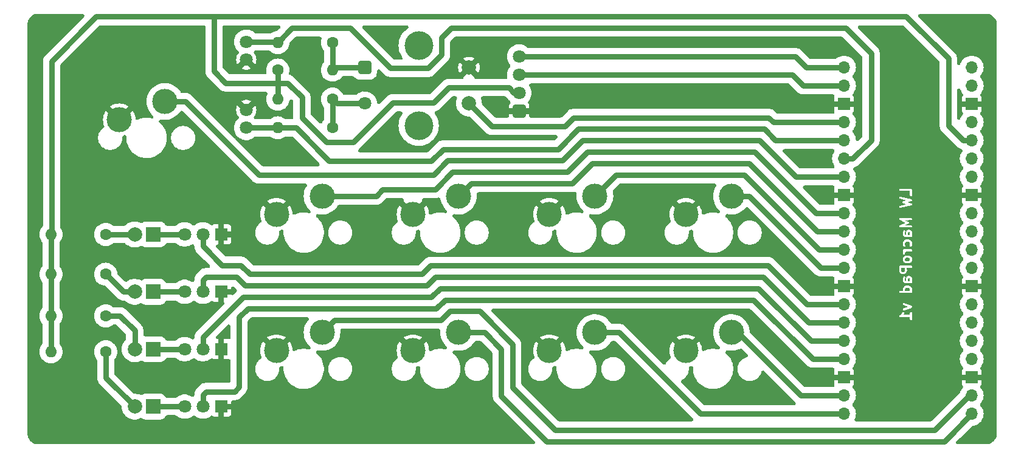
<source format=gbr>
%TF.GenerationSoftware,KiCad,Pcbnew,8.0.1*%
%TF.CreationDate,2024-04-20T14:30:11+01:00*%
%TF.ProjectId,macropad-rev1,6d616372-6f70-4616-942d-726576312e6b,r1*%
%TF.SameCoordinates,Original*%
%TF.FileFunction,Copper,L2,Bot*%
%TF.FilePolarity,Positive*%
%FSLAX46Y46*%
G04 Gerber Fmt 4.6, Leading zero omitted, Abs format (unit mm)*
G04 Created by KiCad (PCBNEW 8.0.1) date 2024-04-20 14:30:11*
%MOMM*%
%LPD*%
G01*
G04 APERTURE LIST*
G04 Aperture macros list*
%AMRoundRect*
0 Rectangle with rounded corners*
0 $1 Rounding radius*
0 $2 $3 $4 $5 $6 $7 $8 $9 X,Y pos of 4 corners*
0 Add a 4 corners polygon primitive as box body*
4,1,4,$2,$3,$4,$5,$6,$7,$8,$9,$2,$3,0*
0 Add four circle primitives for the rounded corners*
1,1,$1+$1,$2,$3*
1,1,$1+$1,$4,$5*
1,1,$1+$1,$6,$7*
1,1,$1+$1,$8,$9*
0 Add four rect primitives between the rounded corners*
20,1,$1+$1,$2,$3,$4,$5,0*
20,1,$1+$1,$4,$5,$6,$7,0*
20,1,$1+$1,$6,$7,$8,$9,0*
20,1,$1+$1,$8,$9,$2,$3,0*%
G04 Aperture macros list end*
%ADD10C,0.300000*%
%TA.AperFunction,ComponentPad*%
%ADD11C,3.500000*%
%TD*%
%TA.AperFunction,ComponentPad*%
%ADD12C,1.800000*%
%TD*%
%TA.AperFunction,ComponentPad*%
%ADD13R,1.800000X1.800000*%
%TD*%
%TA.AperFunction,ComponentPad*%
%ADD14R,2.000000X2.000000*%
%TD*%
%TA.AperFunction,ComponentPad*%
%ADD15C,2.000000*%
%TD*%
%TA.AperFunction,ComponentPad*%
%ADD16C,1.600000*%
%TD*%
%TA.AperFunction,ComponentPad*%
%ADD17O,1.600000X1.600000*%
%TD*%
%TA.AperFunction,ComponentPad*%
%ADD18RoundRect,0.250000X0.650000X0.650000X-0.650000X0.650000X-0.650000X-0.650000X0.650000X-0.650000X0*%
%TD*%
%TA.AperFunction,ComponentPad*%
%ADD19RoundRect,0.281250X-0.618750X-0.618750X0.618750X-0.618750X0.618750X0.618750X-0.618750X0.618750X0*%
%TD*%
%TA.AperFunction,ComponentPad*%
%ADD20C,4.000000*%
%TD*%
%TA.AperFunction,ComponentPad*%
%ADD21O,1.700000X1.700000*%
%TD*%
%TA.AperFunction,ComponentPad*%
%ADD22R,1.700000X1.700000*%
%TD*%
%TA.AperFunction,Conductor*%
%ADD23C,0.800000*%
%TD*%
G04 APERTURE END LIST*
D10*
G36*
X209315867Y-107745363D02*
G01*
X209354531Y-107782353D01*
X209401119Y-107872082D01*
X209403086Y-108087079D01*
X209387680Y-108119104D01*
X208714187Y-108120373D01*
X208700536Y-108094080D01*
X208698569Y-107879084D01*
X208741680Y-107789472D01*
X208778671Y-107750806D01*
X208868222Y-107704311D01*
X209225855Y-107702060D01*
X209315867Y-107745363D01*
G37*
G36*
X209367457Y-106378676D02*
G01*
X209401064Y-106443405D01*
X209403200Y-106729700D01*
X209387550Y-106762231D01*
X209129357Y-106763144D01*
X209127027Y-106450748D01*
X209160707Y-106380739D01*
X209226024Y-106346826D01*
X209298722Y-106345609D01*
X209367457Y-106378676D01*
G37*
G36*
X208689094Y-105300755D02*
G01*
X208645689Y-105390978D01*
X208608698Y-105429643D01*
X208518802Y-105476317D01*
X208375030Y-105478019D01*
X208285788Y-105435086D01*
X208247126Y-105398098D01*
X208200676Y-105308635D01*
X208198804Y-104918517D01*
X208687255Y-104917596D01*
X208689094Y-105300755D01*
G37*
G36*
X209315867Y-103531077D02*
G01*
X209354531Y-103568067D01*
X209401206Y-103657965D01*
X209402908Y-103801736D01*
X209359975Y-103890978D01*
X209322984Y-103929643D01*
X209233434Y-103976138D01*
X208875800Y-103978389D01*
X208785788Y-103935086D01*
X208747126Y-103898098D01*
X208700449Y-103808197D01*
X208698747Y-103664427D01*
X208741680Y-103575186D01*
X208778671Y-103536520D01*
X208868222Y-103490025D01*
X209225855Y-103487774D01*
X209315867Y-103531077D01*
G37*
G36*
X209367457Y-99950105D02*
G01*
X209401064Y-100014834D01*
X209403200Y-100301129D01*
X209387550Y-100333660D01*
X209129357Y-100334573D01*
X209127027Y-100022177D01*
X209160707Y-99952168D01*
X209226024Y-99918255D01*
X209298722Y-99917038D01*
X209367457Y-99950105D01*
G37*
G36*
X209867495Y-112368296D02*
G01*
X207734161Y-112368296D01*
X207734161Y-111625781D01*
X207900828Y-111625781D01*
X207903710Y-111640349D01*
X207903710Y-111655203D01*
X207909334Y-111668781D01*
X207912186Y-111683196D01*
X207920424Y-111695553D01*
X207926108Y-111709275D01*
X207936499Y-111719666D01*
X207944651Y-111731894D01*
X207956990Y-111740157D01*
X207967492Y-111750659D01*
X207981069Y-111756283D01*
X207993281Y-111764461D01*
X208007843Y-111767373D01*
X208021564Y-111773057D01*
X208050516Y-111775908D01*
X208050670Y-111775939D01*
X208050722Y-111775928D01*
X208050828Y-111775939D01*
X209402700Y-111773391D01*
X209403710Y-112083775D01*
X209426108Y-112137847D01*
X209467492Y-112179231D01*
X209521564Y-112201629D01*
X209580092Y-112201629D01*
X209634164Y-112179231D01*
X209675548Y-112137847D01*
X209697946Y-112083775D01*
X209700828Y-112054511D01*
X209697946Y-111168104D01*
X209675548Y-111114032D01*
X209634164Y-111072648D01*
X209580092Y-111050250D01*
X209521564Y-111050250D01*
X209467492Y-111072648D01*
X209426108Y-111114032D01*
X209403710Y-111168104D01*
X209400828Y-111197368D01*
X209401734Y-111476219D01*
X208479633Y-111477957D01*
X208512205Y-111444564D01*
X208526470Y-111432193D01*
X208530468Y-111425840D01*
X208532692Y-111423561D01*
X208534208Y-111419898D01*
X208542135Y-111407307D01*
X208624073Y-111236987D01*
X208628222Y-111178607D01*
X208609715Y-111123085D01*
X208571368Y-111078869D01*
X208519019Y-111052695D01*
X208460639Y-111048546D01*
X208405116Y-111067054D01*
X208360901Y-111105400D01*
X208345236Y-111130286D01*
X208288801Y-111247593D01*
X208178737Y-111360434D01*
X207979224Y-111496359D01*
X207967492Y-111501219D01*
X207957661Y-111511049D01*
X207944873Y-111519762D01*
X207936609Y-111532101D01*
X207926108Y-111542603D01*
X207920483Y-111556180D01*
X207912306Y-111568392D01*
X207909393Y-111582954D01*
X207903710Y-111596675D01*
X207903710Y-111611371D01*
X207900828Y-111625781D01*
X207734161Y-111625781D01*
X207734161Y-110719290D01*
X208402438Y-110719290D01*
X208422123Y-110774408D01*
X208461403Y-110817797D01*
X208514295Y-110842851D01*
X208572750Y-110845758D01*
X208601278Y-110838629D01*
X209580303Y-110486058D01*
X209587361Y-110485708D01*
X209606650Y-110476570D01*
X209627868Y-110468930D01*
X209633450Y-110463876D01*
X209640253Y-110460654D01*
X209654984Y-110444381D01*
X209671257Y-110429650D01*
X209674479Y-110422847D01*
X209679533Y-110417265D01*
X209686916Y-110396590D01*
X209696311Y-110376758D01*
X209696684Y-110369239D01*
X209699218Y-110362147D01*
X209698127Y-110340225D01*
X209699218Y-110318303D01*
X209696684Y-110311210D01*
X209696311Y-110303692D01*
X209686916Y-110283859D01*
X209679533Y-110263185D01*
X209674479Y-110257602D01*
X209671257Y-110250800D01*
X209654984Y-110236068D01*
X209640253Y-110219796D01*
X209633450Y-110216573D01*
X209627868Y-110211520D01*
X209601278Y-110198964D01*
X208572750Y-109834692D01*
X208514295Y-109837599D01*
X208461403Y-109862653D01*
X208422123Y-109906042D01*
X208402438Y-109961160D01*
X208405345Y-110019615D01*
X208430399Y-110072507D01*
X208473788Y-110111787D01*
X208500378Y-110124343D01*
X209109014Y-110339902D01*
X208473788Y-110568663D01*
X208430399Y-110607943D01*
X208405345Y-110660835D01*
X208402438Y-110719290D01*
X207734161Y-110719290D01*
X207734161Y-108298061D01*
X207903710Y-108298061D01*
X207926108Y-108352133D01*
X207967492Y-108393517D01*
X208021564Y-108415915D01*
X208050828Y-108418797D01*
X209476916Y-108416109D01*
X209498162Y-108417619D01*
X209502837Y-108416060D01*
X209580092Y-108415915D01*
X209634164Y-108393517D01*
X209675548Y-108352133D01*
X209697946Y-108298061D01*
X209697946Y-108239533D01*
X209680480Y-108197368D01*
X209682226Y-108193152D01*
X209695502Y-108165557D01*
X209695883Y-108160181D01*
X209697946Y-108155203D01*
X209700828Y-108125939D01*
X209698419Y-107862679D01*
X209699650Y-107858987D01*
X209698198Y-107838558D01*
X209697946Y-107810961D01*
X209695883Y-107805982D01*
X209695502Y-107800607D01*
X209684992Y-107773144D01*
X209610986Y-107630606D01*
X209604121Y-107614033D01*
X209599383Y-107608260D01*
X209597899Y-107605401D01*
X209594907Y-107602806D01*
X209585466Y-107591302D01*
X209510315Y-107519404D01*
X209499939Y-107507440D01*
X209493713Y-107503521D01*
X209491306Y-107501218D01*
X209487646Y-107499702D01*
X209475053Y-107491775D01*
X209350527Y-107431868D01*
X209348450Y-107429791D01*
X209332327Y-107423112D01*
X209304732Y-107409837D01*
X209299356Y-107409455D01*
X209294378Y-107407393D01*
X209265114Y-107404511D01*
X208859431Y-107407064D01*
X208855304Y-107405689D01*
X208833658Y-107407226D01*
X208807278Y-107407393D01*
X208802299Y-107409455D01*
X208796924Y-107409837D01*
X208769461Y-107420347D01*
X208626918Y-107494355D01*
X208610349Y-107501219D01*
X208604578Y-107505954D01*
X208601718Y-107507440D01*
X208599123Y-107510431D01*
X208587618Y-107519874D01*
X208515725Y-107595020D01*
X208503758Y-107605400D01*
X208499837Y-107611628D01*
X208497536Y-107614034D01*
X208496021Y-107617690D01*
X208488093Y-107630286D01*
X208428186Y-107754810D01*
X208426108Y-107756889D01*
X208419426Y-107773020D01*
X208406155Y-107800606D01*
X208405773Y-107805980D01*
X208403710Y-107810961D01*
X208400828Y-107840225D01*
X208403236Y-108103484D01*
X208402006Y-108107177D01*
X208402985Y-108120960D01*
X208021564Y-108121679D01*
X207967492Y-108144077D01*
X207926108Y-108185461D01*
X207903710Y-108239533D01*
X207903710Y-108298061D01*
X207734161Y-108298061D01*
X207734161Y-106411654D01*
X208400828Y-106411654D01*
X208403236Y-106674914D01*
X208402006Y-106678607D01*
X208403457Y-106699030D01*
X208403710Y-106726632D01*
X208405773Y-106731612D01*
X208406155Y-106736987D01*
X208416664Y-106764450D01*
X208487218Y-106900337D01*
X208491942Y-106914509D01*
X208498505Y-106922077D01*
X208503758Y-106932193D01*
X208517965Y-106944514D01*
X208530289Y-106958724D01*
X208545098Y-106968046D01*
X208547973Y-106970539D01*
X208550280Y-106971308D01*
X208555175Y-106974389D01*
X208679699Y-107034295D01*
X208681778Y-107036374D01*
X208697909Y-107043055D01*
X208725495Y-107056327D01*
X208730869Y-107056708D01*
X208735850Y-107058772D01*
X208765114Y-107061654D01*
X209479200Y-107059128D01*
X209498162Y-107060476D01*
X209502450Y-107059046D01*
X209580092Y-107058772D01*
X209634164Y-107036374D01*
X209675548Y-106994990D01*
X209697946Y-106940918D01*
X209697946Y-106882390D01*
X209680480Y-106840225D01*
X209682226Y-106836009D01*
X209695502Y-106808414D01*
X209695883Y-106803038D01*
X209697946Y-106798060D01*
X209700828Y-106768796D01*
X209698333Y-106434365D01*
X209699650Y-106430417D01*
X209698146Y-106409254D01*
X209697946Y-106382390D01*
X209695883Y-106377411D01*
X209695502Y-106372036D01*
X209684993Y-106344573D01*
X209614437Y-106208679D01*
X209609714Y-106194511D01*
X209603152Y-106186945D01*
X209597900Y-106176829D01*
X209583688Y-106164503D01*
X209571367Y-106150297D01*
X209556562Y-106140977D01*
X209553685Y-106138482D01*
X209551374Y-106137711D01*
X209546482Y-106134632D01*
X209421954Y-106074724D01*
X209419878Y-106072648D01*
X209403756Y-106065970D01*
X209376160Y-106052694D01*
X209370784Y-106052312D01*
X209365806Y-106050250D01*
X209336542Y-106047368D01*
X209215017Y-106049402D01*
X209212447Y-106048546D01*
X209195877Y-106049723D01*
X209164421Y-106050250D01*
X209159442Y-106052312D01*
X209154067Y-106052694D01*
X209126604Y-106063204D01*
X208990716Y-106133757D01*
X208976543Y-106138482D01*
X208968974Y-106145045D01*
X208958861Y-106150297D01*
X208946538Y-106164504D01*
X208932329Y-106176829D01*
X208923007Y-106191637D01*
X208920514Y-106194512D01*
X208919744Y-106196820D01*
X208916664Y-106201714D01*
X208856756Y-106326241D01*
X208854680Y-106328318D01*
X208848002Y-106344439D01*
X208834726Y-106372036D01*
X208834344Y-106377411D01*
X208832282Y-106382390D01*
X208829400Y-106411654D01*
X208831772Y-106729700D01*
X208815148Y-106764255D01*
X208804762Y-106764292D01*
X208734200Y-106730346D01*
X208700536Y-106665509D01*
X208698569Y-106450513D01*
X208766931Y-106308415D01*
X208771079Y-106250035D01*
X208752571Y-106194512D01*
X208714225Y-106150297D01*
X208661876Y-106124122D01*
X208603495Y-106119974D01*
X208547973Y-106138482D01*
X208503758Y-106176828D01*
X208488093Y-106201714D01*
X208428184Y-106326241D01*
X208426108Y-106328318D01*
X208419431Y-106344435D01*
X208406154Y-106372035D01*
X208405771Y-106377412D01*
X208403710Y-106382390D01*
X208400828Y-106411654D01*
X207734161Y-106411654D01*
X207734161Y-104768796D01*
X207900828Y-104768796D01*
X207903458Y-105317105D01*
X207902006Y-105321464D01*
X207903586Y-105343699D01*
X207903710Y-105369489D01*
X207905773Y-105374469D01*
X207906155Y-105379844D01*
X207916664Y-105407307D01*
X207990675Y-105549853D01*
X207997536Y-105566416D01*
X208002270Y-105572185D01*
X208003758Y-105575050D01*
X208006752Y-105577647D01*
X208016190Y-105589147D01*
X208091343Y-105661048D01*
X208101718Y-105673010D01*
X208107941Y-105676927D01*
X208110349Y-105679231D01*
X208114008Y-105680746D01*
X208126603Y-105688675D01*
X208251128Y-105748581D01*
X208253206Y-105750659D01*
X208269328Y-105757337D01*
X208296924Y-105770613D01*
X208302299Y-105770994D01*
X208307278Y-105773057D01*
X208336542Y-105775939D01*
X208528775Y-105773664D01*
X208532066Y-105774761D01*
X208551244Y-105773398D01*
X208580092Y-105773057D01*
X208585070Y-105770994D01*
X208590446Y-105770613D01*
X208617910Y-105760103D01*
X208760451Y-105686094D01*
X208777020Y-105679232D01*
X208782790Y-105674496D01*
X208785653Y-105673010D01*
X208788249Y-105670016D01*
X208799751Y-105660577D01*
X208871652Y-105585421D01*
X208883613Y-105575049D01*
X208887530Y-105568825D01*
X208889835Y-105566417D01*
X208891351Y-105562755D01*
X208899278Y-105550164D01*
X208959184Y-105425638D01*
X208961262Y-105423561D01*
X208967940Y-105407438D01*
X208981216Y-105379843D01*
X208981597Y-105374467D01*
X208983660Y-105369489D01*
X208986542Y-105340225D01*
X208984511Y-104917036D01*
X209580092Y-104915914D01*
X209634164Y-104893516D01*
X209675548Y-104852132D01*
X209697946Y-104798060D01*
X209697946Y-104739532D01*
X209675548Y-104685460D01*
X209634164Y-104644076D01*
X209580092Y-104621678D01*
X209550828Y-104618796D01*
X208021564Y-104621678D01*
X207967492Y-104644076D01*
X207926108Y-104685460D01*
X207903710Y-104739532D01*
X207900828Y-104768796D01*
X207734161Y-104768796D01*
X207734161Y-103625939D01*
X208400828Y-103625939D01*
X208403102Y-103818173D01*
X208402006Y-103821464D01*
X208403368Y-103840636D01*
X208403710Y-103869489D01*
X208405773Y-103874469D01*
X208406155Y-103879844D01*
X208416664Y-103907307D01*
X208490675Y-104049853D01*
X208497536Y-104066416D01*
X208502270Y-104072185D01*
X208503758Y-104075050D01*
X208506752Y-104077647D01*
X208516190Y-104089147D01*
X208591343Y-104161048D01*
X208601718Y-104173010D01*
X208607941Y-104176927D01*
X208610349Y-104179231D01*
X208614008Y-104180746D01*
X208626603Y-104188675D01*
X208751128Y-104248581D01*
X208753206Y-104250659D01*
X208769328Y-104257337D01*
X208796924Y-104270613D01*
X208802299Y-104270994D01*
X208807278Y-104273057D01*
X208836542Y-104275939D01*
X209242225Y-104273385D01*
X209246352Y-104274761D01*
X209267997Y-104273223D01*
X209294378Y-104273057D01*
X209299356Y-104270994D01*
X209304732Y-104270613D01*
X209332196Y-104260103D01*
X209474737Y-104186094D01*
X209491306Y-104179232D01*
X209497076Y-104174496D01*
X209499939Y-104173010D01*
X209502535Y-104170016D01*
X209514037Y-104160577D01*
X209585938Y-104085421D01*
X209597899Y-104075049D01*
X209601816Y-104068825D01*
X209604121Y-104066417D01*
X209605637Y-104062755D01*
X209613564Y-104050164D01*
X209673470Y-103925638D01*
X209675548Y-103923561D01*
X209682226Y-103907438D01*
X209695502Y-103879843D01*
X209695883Y-103874467D01*
X209697946Y-103869489D01*
X209700828Y-103840225D01*
X209698553Y-103647991D01*
X209699650Y-103644701D01*
X209698287Y-103625522D01*
X209697946Y-103596675D01*
X209695883Y-103591696D01*
X209695502Y-103586321D01*
X209684992Y-103558858D01*
X209610986Y-103416320D01*
X209604121Y-103399747D01*
X209599383Y-103393974D01*
X209597899Y-103391115D01*
X209594907Y-103388520D01*
X209585466Y-103377016D01*
X209510315Y-103305118D01*
X209499939Y-103293154D01*
X209493713Y-103289235D01*
X209491306Y-103286932D01*
X209487646Y-103285416D01*
X209475053Y-103277489D01*
X209350527Y-103217582D01*
X209348450Y-103215505D01*
X209332327Y-103208826D01*
X209304732Y-103195551D01*
X209299356Y-103195169D01*
X209294378Y-103193107D01*
X209265114Y-103190225D01*
X208859431Y-103192778D01*
X208855304Y-103191403D01*
X208833658Y-103192940D01*
X208807278Y-103193107D01*
X208802299Y-103195169D01*
X208796924Y-103195551D01*
X208769461Y-103206061D01*
X208626918Y-103280069D01*
X208610349Y-103286933D01*
X208604578Y-103291668D01*
X208601718Y-103293154D01*
X208599123Y-103296145D01*
X208587618Y-103305588D01*
X208515725Y-103380734D01*
X208503758Y-103391114D01*
X208499837Y-103397342D01*
X208497536Y-103399748D01*
X208496021Y-103403404D01*
X208488093Y-103416000D01*
X208428186Y-103540524D01*
X208426108Y-103542603D01*
X208419426Y-103558734D01*
X208406155Y-103586320D01*
X208405773Y-103591694D01*
X208403710Y-103596675D01*
X208400828Y-103625939D01*
X207734161Y-103625939D01*
X207734161Y-102768797D01*
X208400828Y-102768797D01*
X208403710Y-102940918D01*
X208426108Y-102994990D01*
X208467492Y-103036374D01*
X208521564Y-103058772D01*
X208580092Y-103058772D01*
X208634164Y-103036374D01*
X208675548Y-102994990D01*
X208697946Y-102940918D01*
X208700828Y-102911654D01*
X208699069Y-102806617D01*
X208741680Y-102718044D01*
X208778671Y-102679378D01*
X208869557Y-102632189D01*
X209580092Y-102630200D01*
X209634164Y-102607802D01*
X209675548Y-102566418D01*
X209697946Y-102512346D01*
X209697946Y-102453818D01*
X209675548Y-102399746D01*
X209634164Y-102358362D01*
X209580092Y-102335964D01*
X209550828Y-102333082D01*
X208857592Y-102335023D01*
X208855303Y-102334260D01*
X208844031Y-102335061D01*
X208521564Y-102335964D01*
X208467492Y-102358362D01*
X208426108Y-102399746D01*
X208403710Y-102453818D01*
X208403710Y-102512346D01*
X208426108Y-102566418D01*
X208465503Y-102605813D01*
X208428186Y-102683382D01*
X208426108Y-102685461D01*
X208419426Y-102701592D01*
X208406155Y-102729178D01*
X208405773Y-102734552D01*
X208403710Y-102739533D01*
X208400828Y-102768797D01*
X207734161Y-102768797D01*
X207734161Y-101411654D01*
X208400828Y-101411654D01*
X208403236Y-101674913D01*
X208402006Y-101678606D01*
X208403457Y-101699035D01*
X208403710Y-101726632D01*
X208405771Y-101731609D01*
X208406154Y-101736987D01*
X208416664Y-101764450D01*
X208503758Y-101932194D01*
X208547973Y-101970540D01*
X208603495Y-101989048D01*
X208661876Y-101984900D01*
X208714225Y-101958725D01*
X208752571Y-101914510D01*
X208771079Y-101858987D01*
X208766931Y-101800607D01*
X208756421Y-101773144D01*
X208700536Y-101665509D01*
X208698569Y-101450513D01*
X208741680Y-101360901D01*
X208778671Y-101322235D01*
X208868222Y-101275740D01*
X209225855Y-101273489D01*
X209315867Y-101316792D01*
X209354531Y-101353782D01*
X209401119Y-101443511D01*
X209403086Y-101658508D01*
X209334726Y-101800608D01*
X209330578Y-101858988D01*
X209349086Y-101914511D01*
X209387433Y-101958726D01*
X209439782Y-101984900D01*
X209498162Y-101989048D01*
X209553685Y-101970540D01*
X209597900Y-101932193D01*
X209613564Y-101907307D01*
X209673470Y-101782781D01*
X209675548Y-101780704D01*
X209682226Y-101764581D01*
X209695502Y-101736986D01*
X209695883Y-101731610D01*
X209697946Y-101726632D01*
X209700828Y-101697368D01*
X209698419Y-101434108D01*
X209699650Y-101430416D01*
X209698198Y-101409987D01*
X209697946Y-101382390D01*
X209695883Y-101377411D01*
X209695502Y-101372036D01*
X209684992Y-101344573D01*
X209610986Y-101202035D01*
X209604121Y-101185462D01*
X209599383Y-101179689D01*
X209597899Y-101176830D01*
X209594907Y-101174235D01*
X209585466Y-101162731D01*
X209510315Y-101090833D01*
X209499939Y-101078869D01*
X209493713Y-101074950D01*
X209491306Y-101072647D01*
X209487646Y-101071131D01*
X209475053Y-101063204D01*
X209350527Y-101003297D01*
X209348450Y-101001220D01*
X209332327Y-100994541D01*
X209304732Y-100981266D01*
X209299356Y-100980884D01*
X209294378Y-100978822D01*
X209265114Y-100975940D01*
X208859431Y-100978493D01*
X208855304Y-100977118D01*
X208833658Y-100978655D01*
X208807278Y-100978822D01*
X208802299Y-100980884D01*
X208796924Y-100981266D01*
X208769461Y-100991776D01*
X208626918Y-101065784D01*
X208610349Y-101072648D01*
X208604578Y-101077383D01*
X208601718Y-101078869D01*
X208599123Y-101081860D01*
X208587618Y-101091303D01*
X208515725Y-101166449D01*
X208503758Y-101176829D01*
X208499837Y-101183057D01*
X208497536Y-101185463D01*
X208496021Y-101189119D01*
X208488093Y-101201715D01*
X208428186Y-101326239D01*
X208426108Y-101328318D01*
X208419426Y-101344449D01*
X208406155Y-101372035D01*
X208405773Y-101377409D01*
X208403710Y-101382390D01*
X208400828Y-101411654D01*
X207734161Y-101411654D01*
X207734161Y-99983083D01*
X208400828Y-99983083D01*
X208403236Y-100246343D01*
X208402006Y-100250036D01*
X208403457Y-100270459D01*
X208403710Y-100298061D01*
X208405773Y-100303041D01*
X208406155Y-100308416D01*
X208416664Y-100335879D01*
X208487218Y-100471766D01*
X208491942Y-100485938D01*
X208498505Y-100493506D01*
X208503758Y-100503622D01*
X208517965Y-100515943D01*
X208530289Y-100530153D01*
X208545098Y-100539475D01*
X208547973Y-100541968D01*
X208550280Y-100542737D01*
X208555175Y-100545818D01*
X208679699Y-100605724D01*
X208681778Y-100607803D01*
X208697909Y-100614484D01*
X208725495Y-100627756D01*
X208730869Y-100628137D01*
X208735850Y-100630201D01*
X208765114Y-100633083D01*
X209479200Y-100630557D01*
X209498162Y-100631905D01*
X209502450Y-100630475D01*
X209580092Y-100630201D01*
X209634164Y-100607803D01*
X209675548Y-100566419D01*
X209697946Y-100512347D01*
X209697946Y-100453819D01*
X209680480Y-100411654D01*
X209682226Y-100407438D01*
X209695502Y-100379843D01*
X209695883Y-100374467D01*
X209697946Y-100369489D01*
X209700828Y-100340225D01*
X209698333Y-100005794D01*
X209699650Y-100001846D01*
X209698146Y-99980683D01*
X209697946Y-99953819D01*
X209695883Y-99948840D01*
X209695502Y-99943465D01*
X209684993Y-99916002D01*
X209614437Y-99780108D01*
X209609714Y-99765940D01*
X209603152Y-99758374D01*
X209597900Y-99748258D01*
X209583688Y-99735932D01*
X209571367Y-99721726D01*
X209556562Y-99712406D01*
X209553685Y-99709911D01*
X209551374Y-99709140D01*
X209546482Y-99706061D01*
X209421954Y-99646153D01*
X209419878Y-99644077D01*
X209403756Y-99637399D01*
X209376160Y-99624123D01*
X209370784Y-99623741D01*
X209365806Y-99621679D01*
X209336542Y-99618797D01*
X209215017Y-99620831D01*
X209212447Y-99619975D01*
X209195877Y-99621152D01*
X209164421Y-99621679D01*
X209159442Y-99623741D01*
X209154067Y-99624123D01*
X209126604Y-99634633D01*
X208990716Y-99705186D01*
X208976543Y-99709911D01*
X208968974Y-99716474D01*
X208958861Y-99721726D01*
X208946538Y-99735933D01*
X208932329Y-99748258D01*
X208923007Y-99763066D01*
X208920514Y-99765941D01*
X208919744Y-99768249D01*
X208916664Y-99773143D01*
X208856756Y-99897670D01*
X208854680Y-99899747D01*
X208848002Y-99915868D01*
X208834726Y-99943465D01*
X208834344Y-99948840D01*
X208832282Y-99953819D01*
X208829400Y-99983083D01*
X208831772Y-100301129D01*
X208815148Y-100335684D01*
X208804762Y-100335721D01*
X208734200Y-100301775D01*
X208700536Y-100236938D01*
X208698569Y-100021942D01*
X208766931Y-99879844D01*
X208771079Y-99821464D01*
X208752571Y-99765941D01*
X208714225Y-99721726D01*
X208661876Y-99695551D01*
X208603495Y-99691403D01*
X208547973Y-99709911D01*
X208503758Y-99748257D01*
X208488093Y-99773143D01*
X208428184Y-99897670D01*
X208426108Y-99899747D01*
X208419431Y-99915864D01*
X208406154Y-99943464D01*
X208405771Y-99948841D01*
X208403710Y-99953819D01*
X208400828Y-99983083D01*
X207734161Y-99983083D01*
X207734161Y-99103164D01*
X207902567Y-99103164D01*
X207903710Y-99129168D01*
X207903710Y-99155203D01*
X207904990Y-99158293D01*
X207905137Y-99161634D01*
X207916147Y-99185229D01*
X207926108Y-99209275D01*
X207928471Y-99211638D01*
X207929887Y-99214672D01*
X207949094Y-99232261D01*
X207967492Y-99250659D01*
X207970582Y-99251939D01*
X207973050Y-99254199D01*
X207997515Y-99263095D01*
X208021564Y-99273057D01*
X208026152Y-99273508D01*
X208028053Y-99274200D01*
X208031591Y-99274044D01*
X208050828Y-99275939D01*
X209580092Y-99273057D01*
X209634164Y-99250659D01*
X209675548Y-99209275D01*
X209697946Y-99155203D01*
X209697946Y-99096675D01*
X209675548Y-99042603D01*
X209634164Y-99001219D01*
X209580092Y-98978821D01*
X209550828Y-98975939D01*
X208719843Y-98977505D01*
X209179493Y-98761668D01*
X209200035Y-98754199D01*
X209204911Y-98749733D01*
X209210990Y-98746879D01*
X209226380Y-98730073D01*
X209243198Y-98714672D01*
X209246018Y-98708628D01*
X209250517Y-98703716D01*
X209258303Y-98682304D01*
X209267949Y-98661635D01*
X209268241Y-98654973D01*
X209270518Y-98648714D01*
X209269517Y-98625939D01*
X209270518Y-98603164D01*
X209268241Y-98596904D01*
X209267949Y-98590243D01*
X209258303Y-98569573D01*
X209250517Y-98548162D01*
X209246018Y-98543249D01*
X209243198Y-98537206D01*
X209226380Y-98521804D01*
X209210990Y-98504999D01*
X209202603Y-98500030D01*
X209200035Y-98497679D01*
X209196403Y-98496358D01*
X209185690Y-98490012D01*
X208721375Y-98274675D01*
X209580092Y-98273057D01*
X209634164Y-98250659D01*
X209675548Y-98209275D01*
X209697946Y-98155203D01*
X209697946Y-98096675D01*
X209675548Y-98042603D01*
X209634164Y-98001219D01*
X209580092Y-97978821D01*
X209550828Y-97975939D01*
X208052721Y-97978762D01*
X208028053Y-97977678D01*
X208024927Y-97978814D01*
X208021564Y-97978821D01*
X207997515Y-97988782D01*
X207973050Y-97997679D01*
X207970582Y-97999938D01*
X207967492Y-98001219D01*
X207949094Y-98019616D01*
X207929887Y-98037206D01*
X207928471Y-98040239D01*
X207926108Y-98042603D01*
X207916147Y-98066648D01*
X207905137Y-98090244D01*
X207904990Y-98093584D01*
X207903710Y-98096675D01*
X207903710Y-98122709D01*
X207902567Y-98148714D01*
X207903710Y-98151857D01*
X207903710Y-98155203D01*
X207913671Y-98179251D01*
X207922568Y-98203717D01*
X207924827Y-98206184D01*
X207926108Y-98209275D01*
X207944505Y-98227672D01*
X207962095Y-98246880D01*
X207966063Y-98249230D01*
X207967492Y-98250659D01*
X207970760Y-98252012D01*
X207987395Y-98261866D01*
X208770874Y-98625222D01*
X207989984Y-98991901D01*
X207967492Y-99001219D01*
X207965145Y-99003565D01*
X207962095Y-99004998D01*
X207944505Y-99024205D01*
X207926108Y-99042603D01*
X207924827Y-99045693D01*
X207922568Y-99048161D01*
X207913671Y-99072626D01*
X207903710Y-99096675D01*
X207903710Y-99100020D01*
X207902567Y-99103164D01*
X207734161Y-99103164D01*
X207734161Y-96417261D01*
X207900933Y-96417261D01*
X207914489Y-96474198D01*
X207948802Y-96521612D01*
X207998646Y-96552285D01*
X208056435Y-96561549D01*
X208085571Y-96557575D01*
X209578273Y-96199274D01*
X209599214Y-96196492D01*
X209605834Y-96192659D01*
X209613372Y-96190850D01*
X209631019Y-96178078D01*
X209649864Y-96167169D01*
X209654545Y-96161053D01*
X209660786Y-96156537D01*
X209672201Y-96137986D01*
X209685438Y-96120694D01*
X209687422Y-96113252D01*
X209691459Y-96106693D01*
X209694906Y-96085189D01*
X209700519Y-96064142D01*
X209699504Y-96056506D01*
X209700723Y-96048904D01*
X209695678Y-96027714D01*
X209692809Y-96006125D01*
X209688951Y-95999461D01*
X209687167Y-95991967D01*
X209674395Y-95974319D01*
X209663486Y-95955475D01*
X209657370Y-95950793D01*
X209652854Y-95944553D01*
X209634303Y-95933137D01*
X209617011Y-95919901D01*
X209606216Y-95915853D01*
X209603010Y-95913880D01*
X209599419Y-95913304D01*
X209589477Y-95909576D01*
X209056106Y-95768788D01*
X209582387Y-95627018D01*
X209603010Y-95623713D01*
X209609511Y-95619712D01*
X209617011Y-95617692D01*
X209634303Y-95604455D01*
X209652854Y-95593040D01*
X209657370Y-95586799D01*
X209663486Y-95582118D01*
X209674395Y-95563273D01*
X209687167Y-95545626D01*
X209688951Y-95538131D01*
X209692809Y-95531468D01*
X209695678Y-95509878D01*
X209700723Y-95488689D01*
X209699504Y-95481086D01*
X209700519Y-95473451D01*
X209694906Y-95452403D01*
X209691459Y-95430900D01*
X209687422Y-95424340D01*
X209685438Y-95416899D01*
X209672201Y-95399606D01*
X209660786Y-95381056D01*
X209654545Y-95376539D01*
X209649864Y-95370424D01*
X209631019Y-95359514D01*
X209613372Y-95346743D01*
X209602467Y-95342984D01*
X209599214Y-95341101D01*
X209595614Y-95340622D01*
X209585571Y-95337161D01*
X208056435Y-94976044D01*
X207998646Y-94985308D01*
X207948802Y-95015981D01*
X207914489Y-95063395D01*
X207900933Y-95120332D01*
X207910197Y-95178121D01*
X207940870Y-95227965D01*
X207988284Y-95262278D01*
X208016085Y-95271860D01*
X208944413Y-95491091D01*
X208449893Y-95624306D01*
X208431014Y-95626815D01*
X208422689Y-95631634D01*
X208413217Y-95634186D01*
X208397495Y-95646220D01*
X208380364Y-95656138D01*
X208374457Y-95663853D01*
X208366742Y-95669760D01*
X208356824Y-95686891D01*
X208344790Y-95702613D01*
X208342285Y-95712003D01*
X208337419Y-95720410D01*
X208334811Y-95740031D01*
X208329709Y-95759165D01*
X208330988Y-95768796D01*
X208329709Y-95778427D01*
X208334811Y-95797560D01*
X208337419Y-95817182D01*
X208342285Y-95825588D01*
X208344790Y-95834979D01*
X208356824Y-95850700D01*
X208366742Y-95867832D01*
X208374457Y-95873738D01*
X208380364Y-95881454D01*
X208397495Y-95891371D01*
X208413217Y-95903406D01*
X208427595Y-95908798D01*
X208431014Y-95910777D01*
X208433893Y-95911159D01*
X208440750Y-95913731D01*
X208942695Y-96046223D01*
X207988284Y-96275315D01*
X207940870Y-96309628D01*
X207910197Y-96359472D01*
X207900933Y-96417261D01*
X207734161Y-96417261D01*
X207734161Y-94083774D01*
X207903710Y-94083774D01*
X207926108Y-94137846D01*
X207967492Y-94179230D01*
X208021564Y-94201628D01*
X208050828Y-94204510D01*
X209401399Y-94201964D01*
X209403710Y-94798060D01*
X209426108Y-94852132D01*
X209467492Y-94893516D01*
X209521564Y-94915914D01*
X209580092Y-94915914D01*
X209634164Y-94893516D01*
X209675548Y-94852132D01*
X209697946Y-94798060D01*
X209700828Y-94768796D01*
X209697946Y-94025246D01*
X209675548Y-93971174D01*
X209634164Y-93929790D01*
X209580092Y-93907392D01*
X209550828Y-93904510D01*
X208021564Y-93907392D01*
X207967492Y-93929790D01*
X207926108Y-93971174D01*
X207903710Y-94025246D01*
X207903710Y-94083774D01*
X207734161Y-94083774D01*
X207734161Y-93737843D01*
X209867495Y-93737843D01*
X209867495Y-112368296D01*
G37*
D11*
%TO.P,SW5,1,1*%
%TO.N,GND*%
X121190000Y-116460000D03*
%TO.P,SW5,2,2*%
%TO.N,Net-(U1-GPIO17)*%
X127540000Y-113920000D03*
%TD*%
D12*
%TO.P,C2,1*%
%TO.N,GND*%
X117000000Y-75900000D03*
%TO.P,C2,2*%
%TO.N,Net-(U1-GPIO4)*%
X117000000Y-73400000D03*
%TD*%
D13*
%TO.P,Q1,1,S*%
%TO.N,GND*%
X113500000Y-124250000D03*
D12*
%TO.P,Q1,2,G*%
%TO.N,Net-(Q1-G)*%
X110960000Y-124250000D03*
%TO.P,Q1,3,D*%
%TO.N,Net-(D1-K)*%
X108420000Y-124250000D03*
%TD*%
D11*
%TO.P,SW8,1,1*%
%TO.N,GND*%
X178190000Y-116460000D03*
%TO.P,SW8,2,2*%
%TO.N,Net-(U1-GPIO14)*%
X184540000Y-113920000D03*
%TD*%
D14*
%TO.P,D1,1,K*%
%TO.N,Net-(D1-K)*%
X104000000Y-124250000D03*
D15*
%TO.P,D1,2,A*%
%TO.N,Net-(D1-A)*%
X101460000Y-124250000D03*
%TD*%
D14*
%TO.P,D3,1,K*%
%TO.N,Net-(D3-K)*%
X104000000Y-108250000D03*
D15*
%TO.P,D3,2,A*%
%TO.N,Net-(D3-A)*%
X101460000Y-108250000D03*
%TD*%
D11*
%TO.P,SW2,1,1*%
%TO.N,GND*%
X140190000Y-97460000D03*
%TO.P,SW2,2,2*%
%TO.N,Net-(U1-GPIO7)*%
X146540000Y-94920000D03*
%TD*%
D13*
%TO.P,Q3,1,S*%
%TO.N,GND*%
X113500000Y-108250000D03*
D12*
%TO.P,Q3,2,G*%
%TO.N,Net-(Q3-G)*%
X110960000Y-108250000D03*
%TO.P,Q3,3,D*%
%TO.N,Net-(D3-K)*%
X108420000Y-108250000D03*
%TD*%
D16*
%TO.P,R2,1*%
%TO.N,Net-(D2-A)*%
X97420000Y-111600000D03*
D17*
%TO.P,R2,2*%
%TO.N,VCC*%
X89800000Y-111600000D03*
%TD*%
D11*
%TO.P,SW7,1,1*%
%TO.N,GND*%
X159190000Y-116460000D03*
%TO.P,SW7,2,2*%
%TO.N,Net-(U1-GPIO15)*%
X165540000Y-113920000D03*
%TD*%
D13*
%TO.P,Q2,1,S*%
%TO.N,GND*%
X113500000Y-116250000D03*
D12*
%TO.P,Q2,2,G*%
%TO.N,Net-(Q2-G)*%
X110960000Y-116250000D03*
%TO.P,Q2,3,D*%
%TO.N,Net-(D2-K)*%
X108420000Y-116250000D03*
%TD*%
D16*
%TO.P,R3,1*%
%TO.N,Net-(D3-A)*%
X97420000Y-105800000D03*
D17*
%TO.P,R3,2*%
%TO.N,VCC*%
X89800000Y-105800000D03*
%TD*%
D16*
%TO.P,R6,1*%
%TO.N,Net-(R6-Pad1)*%
X129000000Y-73500000D03*
D17*
%TO.P,R6,2*%
%TO.N,Net-(U1-GPIO4)*%
X121380000Y-73500000D03*
%TD*%
D13*
%TO.P,Q4,1,S*%
%TO.N,GND*%
X113500000Y-100250000D03*
D12*
%TO.P,Q4,2,G*%
%TO.N,Net-(Q4-G)*%
X110960000Y-100250000D03*
%TO.P,Q4,3,D*%
%TO.N,Net-(D4-K)*%
X108420000Y-100250000D03*
%TD*%
D16*
%TO.P,R8,1*%
%TO.N,VCC*%
X121380000Y-77350000D03*
D17*
%TO.P,R8,2*%
%TO.N,Net-(R6-Pad1)*%
X129000000Y-77350000D03*
%TD*%
D14*
%TO.P,D2,1,K*%
%TO.N,Net-(D2-K)*%
X104000000Y-116250000D03*
D15*
%TO.P,D2,2,A*%
%TO.N,Net-(D2-A)*%
X101460000Y-116250000D03*
%TD*%
D16*
%TO.P,R1,1*%
%TO.N,Net-(D1-A)*%
X97420000Y-116600000D03*
D17*
%TO.P,R1,2*%
%TO.N,VCC*%
X89800000Y-116600000D03*
%TD*%
D14*
%TO.P,D4,1,K*%
%TO.N,Net-(D4-K)*%
X104000000Y-100250000D03*
D15*
%TO.P,D4,2,A*%
%TO.N,Net-(D4-A)*%
X101460000Y-100250000D03*
%TD*%
D11*
%TO.P,SW9,1,1*%
%TO.N,GND*%
X99310000Y-84260000D03*
%TO.P,SW9,2,2*%
%TO.N,Net-(U1-GPIO5)*%
X105660000Y-81720000D03*
%TD*%
D16*
%TO.P,R7,1*%
%TO.N,Net-(R5-Pad1)*%
X129000000Y-81400000D03*
D17*
%TO.P,R7,2*%
%TO.N,VCC*%
X121380000Y-81400000D03*
%TD*%
D11*
%TO.P,SW1,1,1*%
%TO.N,GND*%
X121190000Y-97460000D03*
%TO.P,SW1,2,2*%
%TO.N,Net-(U1-GPIO6)*%
X127540000Y-94920000D03*
%TD*%
%TO.P,SW3,1,1*%
%TO.N,GND*%
X159190000Y-97460000D03*
%TO.P,SW3,2,2*%
%TO.N,Net-(U1-GPIO8)*%
X165540000Y-94920000D03*
%TD*%
D18*
%TO.P,U2,1,GND*%
%TO.N,GND*%
X155000000Y-83080000D03*
D12*
%TO.P,U2,2,VCC*%
%TO.N,VCC*%
X155000000Y-80540000D03*
%TO.P,U2,3,SCL*%
%TO.N,Net-(U1-GPIO1)*%
X155000000Y-78000000D03*
%TO.P,U2,4,SDA*%
%TO.N,Net-(U1-GPIO0)*%
X155000000Y-75460000D03*
%TD*%
D19*
%TO.P,SW10,A,A*%
%TO.N,Net-(R6-Pad1)*%
X133500000Y-77000000D03*
D12*
%TO.P,SW10,B,B*%
%TO.N,Net-(R5-Pad1)*%
X133500000Y-82000000D03*
%TO.P,SW10,C,C*%
%TO.N,GND*%
X133500000Y-79500000D03*
D15*
%TO.P,SW10,S1,S1*%
X148000000Y-77000000D03*
%TO.P,SW10,S2,S2*%
%TO.N,Net-(U1-GPIO2)*%
X148000000Y-82000000D03*
D20*
%TO.P,SW10,SH*%
%TO.N,N/C*%
X141000000Y-73900000D03*
X141000000Y-85100000D03*
%TD*%
D16*
%TO.P,R4,1*%
%TO.N,Net-(D4-A)*%
X97420000Y-100250000D03*
D17*
%TO.P,R4,2*%
%TO.N,VCC*%
X89800000Y-100250000D03*
%TD*%
D16*
%TO.P,R5,1*%
%TO.N,Net-(R5-Pad1)*%
X129000000Y-85400000D03*
D17*
%TO.P,R5,2*%
%TO.N,Net-(U1-GPIO3)*%
X121380000Y-85400000D03*
%TD*%
D12*
%TO.P,C1,1*%
%TO.N,Net-(U1-GPIO3)*%
X117000000Y-85400000D03*
%TO.P,C1,2*%
%TO.N,GND*%
X117000000Y-82900000D03*
%TD*%
D21*
%TO.P,U1,1,GPIO0*%
%TO.N,Net-(U1-GPIO0)*%
X200220000Y-77000000D03*
%TO.P,U1,2,GPIO1*%
%TO.N,Net-(U1-GPIO1)*%
X200220000Y-79540000D03*
D22*
%TO.P,U1,3,GND*%
%TO.N,GND*%
X200220000Y-82080000D03*
D21*
%TO.P,U1,4,GPIO2*%
%TO.N,Net-(U1-GPIO2)*%
X200220000Y-84620000D03*
%TO.P,U1,5,GPIO3*%
%TO.N,Net-(U1-GPIO3)*%
X200220000Y-87160000D03*
%TO.P,U1,6,GPIO4*%
%TO.N,Net-(U1-GPIO4)*%
X200220000Y-89700000D03*
%TO.P,U1,7,GPIO5*%
%TO.N,Net-(U1-GPIO5)*%
X200220000Y-92240000D03*
D22*
%TO.P,U1,8,GND*%
%TO.N,GND*%
X200220000Y-94780000D03*
D21*
%TO.P,U1,9,GPIO6*%
%TO.N,Net-(U1-GPIO6)*%
X200220000Y-97320000D03*
%TO.P,U1,10,GPIO7*%
%TO.N,Net-(U1-GPIO7)*%
X200220000Y-99860000D03*
%TO.P,U1,11,GPIO8*%
%TO.N,Net-(U1-GPIO8)*%
X200220000Y-102400000D03*
%TO.P,U1,12,GPIO9*%
%TO.N,Net-(U1-GPIO9)*%
X200220000Y-104940000D03*
D22*
%TO.P,U1,13,GND*%
%TO.N,GND*%
X200220000Y-107480000D03*
D21*
%TO.P,U1,14,GPIO10*%
%TO.N,Net-(Q4-G)*%
X200220000Y-110020000D03*
%TO.P,U1,15,GPIO11*%
%TO.N,Net-(Q3-G)*%
X200220000Y-112560000D03*
%TO.P,U1,16,GPIO12*%
%TO.N,Net-(Q2-G)*%
X200220000Y-115100000D03*
%TO.P,U1,17,GPIO13*%
%TO.N,Net-(Q1-G)*%
X200220000Y-117640000D03*
D22*
%TO.P,U1,18,GND*%
%TO.N,GND*%
X200220000Y-120180000D03*
D21*
%TO.P,U1,19,GPIO14*%
%TO.N,Net-(U1-GPIO14)*%
X200220000Y-122720000D03*
%TO.P,U1,20,GPIO15*%
%TO.N,Net-(U1-GPIO15)*%
X200220000Y-125260000D03*
%TO.P,U1,21,GPIO16*%
%TO.N,Net-(U1-GPIO16)*%
X218000000Y-125260000D03*
%TO.P,U1,22,GPIO17*%
%TO.N,Net-(U1-GPIO17)*%
X218000000Y-122720000D03*
D22*
%TO.P,U1,23,GND*%
%TO.N,GND*%
X218000000Y-120180000D03*
D21*
%TO.P,U1,24,GPIO18*%
%TO.N,unconnected-(U1-GPIO18-Pad24)*%
X218000000Y-117640000D03*
%TO.P,U1,25,GPIO19*%
%TO.N,unconnected-(U1-GPIO19-Pad25)*%
X218000000Y-115100000D03*
%TO.P,U1,26,GPIO20*%
%TO.N,unconnected-(U1-GPIO20-Pad26)*%
X218000000Y-112560000D03*
%TO.P,U1,27,GPIO21*%
%TO.N,unconnected-(U1-GPIO21-Pad27)*%
X218000000Y-110020000D03*
D22*
%TO.P,U1,28,GND*%
%TO.N,GND*%
X218000000Y-107480000D03*
D21*
%TO.P,U1,29,GPIO22*%
%TO.N,unconnected-(U1-GPIO22-Pad29)*%
X218000000Y-104940000D03*
%TO.P,U1,30,RUN*%
%TO.N,unconnected-(U1-RUN-Pad30)*%
X218000000Y-102400000D03*
%TO.P,U1,31,GPIO26_ADC0*%
%TO.N,unconnected-(U1-GPIO26_ADC0-Pad31)*%
X218000000Y-99860000D03*
%TO.P,U1,32,GPIO27_ADC1*%
%TO.N,unconnected-(U1-GPIO27_ADC1-Pad32)*%
X218000000Y-97320000D03*
D22*
%TO.P,U1,33,AGND*%
%TO.N,GND*%
X218000000Y-94780000D03*
D21*
%TO.P,U1,34,GPIO28_ADC2*%
%TO.N,unconnected-(U1-GPIO28_ADC2-Pad34)*%
X218000000Y-92240000D03*
%TO.P,U1,35,ADC_VREF*%
%TO.N,unconnected-(U1-ADC_VREF-Pad35)*%
X218000000Y-89700000D03*
%TO.P,U1,36,3V3*%
%TO.N,VCC*%
X218000000Y-87160000D03*
%TO.P,U1,37,3V3_EN*%
%TO.N,unconnected-(U1-3V3_EN-Pad37)*%
X218000000Y-84620000D03*
D22*
%TO.P,U1,38,GND*%
%TO.N,GND*%
X218000000Y-82080000D03*
D21*
%TO.P,U1,39,VSYS*%
%TO.N,unconnected-(U1-VSYS-Pad39)*%
X218000000Y-79540000D03*
%TO.P,U1,40,VBUS*%
%TO.N,unconnected-(U1-VBUS-Pad40)*%
X218000000Y-77000000D03*
%TD*%
D11*
%TO.P,SW6,1,1*%
%TO.N,GND*%
X140190000Y-116460000D03*
%TO.P,SW6,2,2*%
%TO.N,Net-(U1-GPIO16)*%
X146540000Y-113920000D03*
%TD*%
%TO.P,SW4,1,1*%
%TO.N,GND*%
X178190000Y-97460000D03*
%TO.P,SW4,2,2*%
%TO.N,Net-(U1-GPIO9)*%
X184540000Y-94920000D03*
%TD*%
D23*
%TO.N,Net-(U1-GPIO4)*%
X137100000Y-77100000D02*
X131500000Y-71500000D01*
X144200000Y-72800000D02*
X144200000Y-75225484D01*
X201422081Y-89700000D02*
X204000000Y-87122081D01*
X117000000Y-73400000D02*
X121280000Y-73400000D01*
X200220000Y-89700000D02*
X201422081Y-89700000D01*
X145500000Y-71500000D02*
X144200000Y-72800000D01*
X131500000Y-71500000D02*
X123380000Y-71500000D01*
X142325484Y-77100000D02*
X137100000Y-77100000D01*
X200500000Y-71500000D02*
X145500000Y-71500000D01*
X144200000Y-75225484D02*
X142325484Y-77100000D01*
X204000000Y-87122081D02*
X204000000Y-75000000D01*
X121280000Y-73400000D02*
X121380000Y-73500000D01*
X204000000Y-75000000D02*
X200500000Y-71500000D01*
X123380000Y-71500000D02*
X121380000Y-73500000D01*
%TO.N,Net-(U1-GPIO5)*%
X118750000Y-91950000D02*
X120600000Y-91950000D01*
X188432742Y-87170000D02*
X163855484Y-87170000D01*
X161055483Y-89970001D02*
X145055326Y-89970001D01*
X193502742Y-92240000D02*
X188432742Y-87170000D01*
X108520000Y-81720000D02*
X118750000Y-91950000D01*
X143075327Y-91950000D02*
X120600000Y-91950000D01*
X105660000Y-81720000D02*
X108520000Y-81720000D01*
X145055326Y-89970001D02*
X143075327Y-91950000D01*
X163855484Y-87170000D02*
X161055483Y-89970001D01*
X200220000Y-92240000D02*
X193502742Y-92240000D01*
%TO.N,Net-(D1-A)*%
X97420000Y-116600000D02*
X97420000Y-120210000D01*
X97420000Y-120210000D02*
X101460000Y-124250000D01*
%TO.N,Net-(D1-K)*%
X104000000Y-124250000D02*
X108420000Y-124250000D01*
%TO.N,Net-(D2-K)*%
X104000000Y-116250000D02*
X108420000Y-116250000D01*
%TO.N,Net-(D2-A)*%
X99400000Y-111600000D02*
X97420000Y-111600000D01*
X101460000Y-116250000D02*
X101460000Y-113660000D01*
X101460000Y-113660000D02*
X99400000Y-111600000D01*
%TO.N,Net-(D3-A)*%
X101460000Y-108250000D02*
X99870000Y-108250000D01*
X99870000Y-108250000D02*
X97420000Y-105800000D01*
%TO.N,Net-(D3-K)*%
X104000000Y-108250000D02*
X108420000Y-108250000D01*
%TO.N,Net-(D4-A)*%
X97420000Y-100250000D02*
X101460000Y-100250000D01*
%TO.N,Net-(D4-K)*%
X104000000Y-100250000D02*
X108420000Y-100250000D01*
%TO.N,Net-(Q1-G)*%
X200220000Y-117640000D02*
X195890000Y-117640000D01*
X115350000Y-122150000D02*
X111400000Y-122150000D01*
X187620000Y-109370000D02*
X144655327Y-109370000D01*
X116000000Y-121500000D02*
X115350000Y-122150000D01*
X195890000Y-117640000D02*
X187620000Y-109370000D01*
X111400000Y-122150000D02*
X110960000Y-122590000D01*
X144655327Y-109370000D02*
X143425327Y-110600000D01*
X110960000Y-122590000D02*
X110960000Y-124250000D01*
X143425327Y-110600000D02*
X117212742Y-110600000D01*
X117212742Y-110600000D02*
X116000000Y-111812742D01*
X116000000Y-111812742D02*
X116000000Y-121500000D01*
%TO.N,Net-(Q2-G)*%
X110960000Y-114590000D02*
X110960000Y-116250000D01*
X200220000Y-115100000D02*
X195612742Y-115100000D01*
X143992585Y-107770000D02*
X142762585Y-109000000D01*
X116550000Y-109000000D02*
X110960000Y-114590000D01*
X142762585Y-109000000D02*
X116550000Y-109000000D01*
X188282742Y-107770000D02*
X143992585Y-107770000D01*
X195612742Y-115100000D02*
X188282742Y-107770000D01*
%TO.N,Net-(Q3-G)*%
X200220000Y-112560000D02*
X195335484Y-112560000D01*
X142099843Y-107400000D02*
X116850000Y-107400000D01*
X115600000Y-106150000D02*
X111400000Y-106150000D01*
X116850000Y-107400000D02*
X115600000Y-106150000D01*
X195335484Y-112560000D02*
X188945484Y-106170000D01*
X110960000Y-106590000D02*
X110960000Y-108250000D01*
X188945484Y-106170000D02*
X143329843Y-106170000D01*
X143329843Y-106170000D02*
X142099843Y-107400000D01*
X111400000Y-106150000D02*
X110960000Y-106590000D01*
%TO.N,Net-(Q4-G)*%
X142667101Y-104570000D02*
X189608226Y-104570000D01*
X189608226Y-104570000D02*
X195058226Y-110020000D01*
X113600000Y-104550000D02*
X116262742Y-104550000D01*
X110960000Y-101910000D02*
X113600000Y-104550000D01*
X110960000Y-100250000D02*
X110960000Y-101910000D01*
X116262742Y-104550000D02*
X117512742Y-105800000D01*
X141437101Y-105800000D02*
X142667101Y-104570000D01*
X195058226Y-110020000D02*
X200220000Y-110020000D01*
X117512742Y-105800000D02*
X141437101Y-105800000D01*
%TO.N,VCC*%
X89800000Y-111600000D02*
X89800000Y-116600000D01*
X216797919Y-87160000D02*
X214750000Y-85112081D01*
X208900000Y-69900000D02*
X112500000Y-69900000D01*
X121380000Y-81400000D02*
X121380000Y-79270000D01*
X124750000Y-83978428D02*
X128171572Y-87400000D01*
X121500000Y-79150000D02*
X114150000Y-79150000D01*
X114150000Y-79150000D02*
X112500000Y-77500000D01*
X121500000Y-79150000D02*
X121380000Y-79030000D01*
X89800000Y-100250000D02*
X89800000Y-105800000D01*
X89880000Y-76120000D02*
X89880000Y-100170000D01*
X112500000Y-69900000D02*
X96100000Y-69900000D01*
X143100000Y-81900000D02*
X145200000Y-79800000D01*
X218000000Y-87160000D02*
X216797919Y-87160000D01*
X145200000Y-79800000D02*
X153550000Y-79800000D01*
X121380000Y-79030000D02*
X121380000Y-77350000D01*
X124750000Y-81150000D02*
X124750000Y-83978428D01*
X153550000Y-79800000D02*
X154290000Y-80540000D01*
X214750000Y-85112081D02*
X214750000Y-75750000D01*
X96100000Y-69900000D02*
X89880000Y-76120000D01*
X214750000Y-75750000D02*
X208900000Y-69900000D01*
X89800000Y-105800000D02*
X89800000Y-111600000D01*
X131911774Y-87400000D02*
X137411774Y-81900000D01*
X89880000Y-100170000D02*
X89800000Y-100250000D01*
X128171572Y-87400000D02*
X131911774Y-87400000D01*
X137411774Y-81900000D02*
X143100000Y-81900000D01*
X112500000Y-77500000D02*
X112500000Y-69900000D01*
X122750000Y-79150000D02*
X124750000Y-81150000D01*
X154290000Y-80540000D02*
X155000000Y-80540000D01*
X121380000Y-79270000D02*
X121500000Y-79150000D01*
X121500000Y-79150000D02*
X122750000Y-79150000D01*
%TO.N,Net-(R5-Pad1)*%
X129000000Y-85400000D02*
X129000000Y-81400000D01*
X133500000Y-82000000D02*
X129600000Y-82000000D01*
X129600000Y-82000000D02*
X129000000Y-81400000D01*
%TO.N,Net-(R6-Pad1)*%
X129000000Y-77350000D02*
X129000000Y-76400000D01*
X129350000Y-77000000D02*
X133500000Y-77000000D01*
X129000000Y-77350000D02*
X129350000Y-77000000D01*
X129000000Y-76400000D02*
X129000000Y-73500000D01*
%TO.N,Net-(U1-GPIO8)*%
X196757615Y-102400000D02*
X186327615Y-91970000D01*
X168490000Y-91970000D02*
X165540000Y-94920000D01*
X200220000Y-102400000D02*
X196757615Y-102400000D01*
X186327615Y-91970000D02*
X168490000Y-91970000D01*
%TO.N,Net-(U1-GPIO9)*%
X187014873Y-94920000D02*
X197034872Y-104940000D01*
X197034872Y-104940000D02*
X200220000Y-104940000D01*
X184540000Y-94920000D02*
X187014873Y-94920000D01*
%TO.N,Net-(U1-GPIO6)*%
X164518226Y-88770000D02*
X187770000Y-88770000D01*
X136000000Y-94000000D02*
X143288069Y-94000000D01*
X135080000Y-94920000D02*
X136000000Y-94000000D01*
X143288069Y-94000000D02*
X145718068Y-91570001D01*
X145718068Y-91570001D02*
X161718225Y-91570001D01*
X127540000Y-94920000D02*
X135080000Y-94920000D01*
X161718225Y-91570001D02*
X164518226Y-88770000D01*
X196320000Y-97320000D02*
X200220000Y-97320000D01*
X187770000Y-88770000D02*
X196320000Y-97320000D01*
%TO.N,Net-(U1-GPIO2)*%
X189758226Y-83970000D02*
X190408226Y-84620000D01*
X151180000Y-85180000D02*
X161320000Y-85180000D01*
X162530000Y-83970000D02*
X189758226Y-83970000D01*
X161320000Y-85180000D02*
X162530000Y-83970000D01*
X190408226Y-84620000D02*
X200220000Y-84620000D01*
X148000000Y-82000000D02*
X151180000Y-85180000D01*
X200220000Y-84620000D02*
X199017919Y-84620000D01*
%TO.N,Net-(U1-GPIO7)*%
X162380967Y-93170001D02*
X148289999Y-93170001D01*
X200220000Y-99860000D02*
X196480357Y-99860000D01*
X148289999Y-93170001D02*
X146540000Y-94920000D01*
X196480357Y-99860000D02*
X186990357Y-90370000D01*
X165180968Y-90370000D02*
X162380967Y-93170001D01*
X186990357Y-90370000D02*
X165180968Y-90370000D01*
%TO.N,Net-(U1-GPIO3)*%
X190685484Y-87160000D02*
X200220000Y-87160000D01*
X128508830Y-90000000D02*
X142762585Y-90000000D01*
X189095484Y-85570000D02*
X190685484Y-87160000D01*
X142762585Y-90000000D02*
X144392584Y-88370001D01*
X163192742Y-85570000D02*
X189095484Y-85570000D01*
X144392584Y-88370001D02*
X160392741Y-88370001D01*
X117000000Y-85400000D02*
X121380000Y-85400000D01*
X160392741Y-88370001D02*
X163192742Y-85570000D01*
X121380000Y-85400000D02*
X123908830Y-85400000D01*
X123908830Y-85400000D02*
X128508830Y-90000000D01*
%TO.N,Net-(U1-GPIO1)*%
X155000000Y-78000000D02*
X193000000Y-78000000D01*
X194540000Y-79540000D02*
X200220000Y-79540000D01*
X193000000Y-78000000D02*
X194540000Y-79540000D01*
%TO.N,Net-(U1-GPIO0)*%
X195000000Y-77000000D02*
X200220000Y-77000000D01*
X155000000Y-75460000D02*
X193460000Y-75460000D01*
X193460000Y-75460000D02*
X195000000Y-77000000D01*
%TO.N,Net-(U1-GPIO17)*%
X144088069Y-112200000D02*
X129260000Y-112200000D01*
X154100000Y-121600000D02*
X154100000Y-115587258D01*
X154100000Y-115587258D02*
X149482742Y-110970000D01*
X218000000Y-122720000D02*
X217640862Y-122720000D01*
X212860862Y-127500000D02*
X160000000Y-127500000D01*
X145318069Y-110970000D02*
X144088069Y-112200000D01*
X149482742Y-110970000D02*
X145318069Y-110970000D01*
X217640862Y-122720000D02*
X212860862Y-127500000D01*
X129260000Y-112200000D02*
X127540000Y-113920000D01*
X160000000Y-127500000D02*
X154100000Y-121600000D01*
%TO.N,Net-(U1-GPIO16)*%
X218000000Y-125260000D02*
X214160000Y-129100000D01*
X152500000Y-116250000D02*
X150170000Y-113920000D01*
X214160000Y-129100000D02*
X158850000Y-129100000D01*
X158850000Y-129100000D02*
X152500000Y-122750000D01*
X152500000Y-122750000D02*
X152500000Y-116250000D01*
X150170000Y-113920000D02*
X146540000Y-113920000D01*
%TO.N,Net-(U1-GPIO15)*%
X168905507Y-113920000D02*
X165540000Y-113920000D01*
X180245507Y-125260000D02*
X168905507Y-113920000D01*
X200220000Y-125260000D02*
X180245507Y-125260000D01*
%TO.N,Net-(U1-GPIO14)*%
X194220000Y-122720000D02*
X200220000Y-122720000D01*
X184540000Y-113920000D02*
X185420000Y-113920000D01*
X185420000Y-113920000D02*
X194220000Y-122720000D01*
%TD*%
%TA.AperFunction,Conductor*%
%TO.N,GND*%
G36*
X94295884Y-69519454D02*
G01*
X94376666Y-69573430D01*
X94430642Y-69654212D01*
X94449596Y-69749500D01*
X94430642Y-69844788D01*
X94376666Y-69925570D01*
X88964307Y-75337929D01*
X88875617Y-75460001D01*
X88853243Y-75490796D01*
X88853241Y-75490798D01*
X88853240Y-75490801D01*
X88769318Y-75655507D01*
X88767451Y-75659172D01*
X88709059Y-75838885D01*
X88679501Y-76025507D01*
X88679500Y-76025523D01*
X88679500Y-99005675D01*
X88660546Y-99100963D01*
X88619841Y-99167387D01*
X88501165Y-99306338D01*
X88501158Y-99306347D01*
X88369537Y-99521135D01*
X88369533Y-99521141D01*
X88273129Y-99753883D01*
X88273126Y-99753891D01*
X88214316Y-99998854D01*
X88194551Y-100249994D01*
X88194551Y-100250005D01*
X88214316Y-100501145D01*
X88273126Y-100746108D01*
X88273129Y-100746116D01*
X88369533Y-100978858D01*
X88474125Y-101149536D01*
X88501164Y-101193659D01*
X88539842Y-101238944D01*
X88587313Y-101323710D01*
X88599500Y-101400656D01*
X88599500Y-104649343D01*
X88580546Y-104744631D01*
X88539842Y-104811055D01*
X88501159Y-104856346D01*
X88501158Y-104856347D01*
X88369537Y-105071135D01*
X88369533Y-105071141D01*
X88273129Y-105303883D01*
X88273126Y-105303891D01*
X88214316Y-105548854D01*
X88194551Y-105799994D01*
X88194551Y-105800005D01*
X88214316Y-106051145D01*
X88273126Y-106296108D01*
X88273129Y-106296116D01*
X88369533Y-106528858D01*
X88451499Y-106662613D01*
X88501164Y-106743659D01*
X88539842Y-106788944D01*
X88587313Y-106873710D01*
X88599500Y-106950656D01*
X88599500Y-110449343D01*
X88580546Y-110544631D01*
X88539842Y-110611055D01*
X88501159Y-110656346D01*
X88501158Y-110656347D01*
X88369537Y-110871135D01*
X88369533Y-110871141D01*
X88273129Y-111103883D01*
X88273126Y-111103891D01*
X88214316Y-111348854D01*
X88194551Y-111599994D01*
X88194551Y-111600005D01*
X88214316Y-111851145D01*
X88273126Y-112096108D01*
X88273129Y-112096116D01*
X88369533Y-112328858D01*
X88424092Y-112417890D01*
X88501164Y-112543659D01*
X88539842Y-112588944D01*
X88587313Y-112673710D01*
X88599500Y-112750656D01*
X88599500Y-115449343D01*
X88580546Y-115544631D01*
X88539842Y-115611054D01*
X88539368Y-115611610D01*
X88501159Y-115656346D01*
X88501158Y-115656347D01*
X88369537Y-115871135D01*
X88369533Y-115871141D01*
X88273129Y-116103883D01*
X88273126Y-116103891D01*
X88214316Y-116348854D01*
X88194551Y-116599994D01*
X88194551Y-116600005D01*
X88214316Y-116851145D01*
X88273126Y-117096108D01*
X88273129Y-117096116D01*
X88369533Y-117328858D01*
X88369537Y-117328864D01*
X88501158Y-117543652D01*
X88501160Y-117543654D01*
X88501163Y-117543657D01*
X88501164Y-117543659D01*
X88664776Y-117735224D01*
X88849391Y-117892900D01*
X88856345Y-117898839D01*
X88856347Y-117898841D01*
X89028971Y-118004624D01*
X89071141Y-118030466D01*
X89303889Y-118126873D01*
X89548852Y-118185683D01*
X89620608Y-118191330D01*
X89799995Y-118205449D01*
X89800000Y-118205449D01*
X89800005Y-118205449D01*
X89956967Y-118193095D01*
X90051148Y-118185683D01*
X90296111Y-118126873D01*
X90528859Y-118030466D01*
X90691605Y-117930735D01*
X90743652Y-117898841D01*
X90743654Y-117898839D01*
X90743653Y-117898839D01*
X90743659Y-117898836D01*
X90935224Y-117735224D01*
X91098836Y-117543659D01*
X91098839Y-117543653D01*
X91098841Y-117543652D01*
X91180734Y-117410014D01*
X91230466Y-117328859D01*
X91326873Y-117096111D01*
X91385683Y-116851148D01*
X91401514Y-116650000D01*
X91405449Y-116600005D01*
X91405449Y-116599994D01*
X91385683Y-116348854D01*
X91375086Y-116304711D01*
X91326873Y-116103889D01*
X91230466Y-115871141D01*
X91136506Y-115717812D01*
X91098841Y-115656347D01*
X91098840Y-115656346D01*
X91060630Y-115611608D01*
X91060157Y-115611054D01*
X91012687Y-115526287D01*
X91000500Y-115449343D01*
X91000500Y-112750656D01*
X91019454Y-112655368D01*
X91060157Y-112588945D01*
X91098836Y-112543659D01*
X91230466Y-112328859D01*
X91326873Y-112096111D01*
X91385683Y-111851148D01*
X91404845Y-111607676D01*
X91405449Y-111600005D01*
X91405449Y-111599994D01*
X91385683Y-111348854D01*
X91354869Y-111220500D01*
X91326873Y-111103889D01*
X91230466Y-110871141D01*
X91198820Y-110819500D01*
X91098841Y-110656347D01*
X91098840Y-110656346D01*
X91060158Y-110611055D01*
X91012687Y-110526287D01*
X91000500Y-110449343D01*
X91000500Y-106950656D01*
X91019454Y-106855368D01*
X91060157Y-106788945D01*
X91098836Y-106743659D01*
X91230466Y-106528859D01*
X91326873Y-106296111D01*
X91385683Y-106051148D01*
X91404825Y-105807929D01*
X91405449Y-105800005D01*
X91405449Y-105799994D01*
X91385683Y-105548854D01*
X91362338Y-105451611D01*
X91326873Y-105303889D01*
X91230466Y-105071141D01*
X91155925Y-104949501D01*
X91098841Y-104856347D01*
X91098840Y-104856346D01*
X91060158Y-104811055D01*
X91012687Y-104726287D01*
X91000500Y-104649343D01*
X91000500Y-101400656D01*
X91019454Y-101305368D01*
X91060157Y-101238945D01*
X91098836Y-101193659D01*
X91230466Y-100978859D01*
X91326873Y-100746111D01*
X91385683Y-100501148D01*
X91399344Y-100327570D01*
X91405449Y-100250005D01*
X91405449Y-100249994D01*
X91385683Y-99998854D01*
X91384961Y-99995843D01*
X91326873Y-99753889D01*
X91230466Y-99521141D01*
X91230462Y-99521134D01*
X91117193Y-99336295D01*
X91083566Y-99245145D01*
X91080500Y-99206193D01*
X91080500Y-76720404D01*
X91099454Y-76625116D01*
X91153430Y-76544334D01*
X96524334Y-71173430D01*
X96605116Y-71119454D01*
X96700404Y-71100500D01*
X111050500Y-71100500D01*
X111145788Y-71119454D01*
X111226570Y-71173430D01*
X111280546Y-71254212D01*
X111299500Y-71349500D01*
X111299500Y-77594476D01*
X111299501Y-77594492D01*
X111324389Y-77751627D01*
X111329060Y-77781118D01*
X111350177Y-77846108D01*
X111383812Y-77949628D01*
X111387453Y-77960832D01*
X111473240Y-78129199D01*
X111473243Y-78129203D01*
X111473244Y-78129205D01*
X111525043Y-78200500D01*
X111584310Y-78282074D01*
X113367926Y-80065690D01*
X113520801Y-80176760D01*
X113689168Y-80262547D01*
X113868882Y-80320940D01*
X114055519Y-80350500D01*
X119709693Y-80350500D01*
X119804981Y-80369454D01*
X119885763Y-80423430D01*
X119939739Y-80504212D01*
X119958693Y-80599500D01*
X119939739Y-80694788D01*
X119853129Y-80903883D01*
X119853126Y-80903891D01*
X119794316Y-81148854D01*
X119774551Y-81399994D01*
X119774551Y-81400005D01*
X119794316Y-81651145D01*
X119853126Y-81896108D01*
X119853129Y-81896116D01*
X119949533Y-82128858D01*
X119949537Y-82128864D01*
X120081158Y-82343652D01*
X120081160Y-82343654D01*
X120081163Y-82343657D01*
X120081164Y-82343659D01*
X120244776Y-82535224D01*
X120401150Y-82668780D01*
X120436345Y-82698839D01*
X120436347Y-82698841D01*
X120599891Y-82799060D01*
X120651141Y-82830466D01*
X120883889Y-82926873D01*
X121128852Y-82985683D01*
X121200608Y-82991330D01*
X121379995Y-83005449D01*
X121380000Y-83005449D01*
X121380005Y-83005449D01*
X121536967Y-82993095D01*
X121631148Y-82985683D01*
X121876111Y-82926873D01*
X122108859Y-82830466D01*
X122247338Y-82745606D01*
X122323652Y-82698841D01*
X122323654Y-82698839D01*
X122323653Y-82698839D01*
X122323659Y-82698836D01*
X122515224Y-82535224D01*
X122678836Y-82343659D01*
X122678839Y-82343653D01*
X122678841Y-82343652D01*
X122748075Y-82230671D01*
X122810466Y-82128859D01*
X122906873Y-81896111D01*
X122965683Y-81651148D01*
X122966183Y-81644788D01*
X122992552Y-81551282D01*
X123052698Y-81474983D01*
X123137464Y-81427509D01*
X123233946Y-81416087D01*
X123327454Y-81442456D01*
X123390486Y-81488250D01*
X123476570Y-81574334D01*
X123530546Y-81655116D01*
X123549500Y-81750404D01*
X123549500Y-83950500D01*
X123530546Y-84045788D01*
X123476570Y-84126570D01*
X123395788Y-84180546D01*
X123300500Y-84199500D01*
X122530656Y-84199500D01*
X122435368Y-84180546D01*
X122368943Y-84139840D01*
X122323661Y-84101165D01*
X122323652Y-84101158D01*
X122108864Y-83969537D01*
X122108858Y-83969533D01*
X121876116Y-83873129D01*
X121876108Y-83873126D01*
X121631145Y-83814316D01*
X121380005Y-83794551D01*
X121379995Y-83794551D01*
X121128854Y-83814316D01*
X120883891Y-83873126D01*
X120883883Y-83873129D01*
X120651141Y-83969533D01*
X120651135Y-83969537D01*
X120436347Y-84101158D01*
X120436338Y-84101165D01*
X120391057Y-84139840D01*
X120306290Y-84187313D01*
X120229344Y-84199500D01*
X118303993Y-84199500D01*
X118208705Y-84180546D01*
X118134631Y-84133030D01*
X118118599Y-84118155D01*
X118061642Y-84039450D01*
X118039139Y-83944937D01*
X118054517Y-83849007D01*
X118102312Y-83771002D01*
X118102263Y-83770964D01*
X118102604Y-83770524D01*
X118104783Y-83766970D01*
X118108590Y-83762834D01*
X118235481Y-83568611D01*
X118235484Y-83568606D01*
X118328682Y-83356136D01*
X118385638Y-83131219D01*
X118404798Y-82900005D01*
X118404798Y-82899994D01*
X118385638Y-82668780D01*
X118328682Y-82443863D01*
X118235481Y-82231386D01*
X118235480Y-82231384D01*
X118235014Y-82230672D01*
X118235013Y-82230672D01*
X117320081Y-83145603D01*
X117372741Y-83054394D01*
X117400000Y-82952661D01*
X117400000Y-82847339D01*
X117372741Y-82745606D01*
X117320080Y-82654394D01*
X117245606Y-82579920D01*
X117154394Y-82527259D01*
X117052661Y-82500000D01*
X116947339Y-82500000D01*
X116845606Y-82527259D01*
X116754394Y-82579920D01*
X116679920Y-82654394D01*
X116627259Y-82745606D01*
X116600000Y-82847339D01*
X116600000Y-82952661D01*
X116627259Y-83054394D01*
X116679918Y-83145603D01*
X115764985Y-82230671D01*
X115764516Y-82231389D01*
X115671319Y-82443857D01*
X115671318Y-82443858D01*
X115614361Y-82668780D01*
X115595202Y-82899994D01*
X115595202Y-82900005D01*
X115614361Y-83131219D01*
X115671317Y-83356136D01*
X115764515Y-83568606D01*
X115764518Y-83568611D01*
X115891411Y-83762838D01*
X115891417Y-83762845D01*
X115895223Y-83766979D01*
X115897352Y-83770470D01*
X115897737Y-83770964D01*
X115897680Y-83771007D01*
X115945818Y-83849920D01*
X115960822Y-83945909D01*
X115937949Y-84040334D01*
X115881397Y-84118158D01*
X115749945Y-84240127D01*
X115591045Y-84439382D01*
X115591041Y-84439388D01*
X115463609Y-84660107D01*
X115463600Y-84660127D01*
X115370495Y-84897354D01*
X115370489Y-84897370D01*
X115313777Y-85145845D01*
X115294732Y-85400000D01*
X115313777Y-85654154D01*
X115370489Y-85902629D01*
X115370495Y-85902645D01*
X115463600Y-86139872D01*
X115463605Y-86139884D01*
X115463607Y-86139888D01*
X115591041Y-86360612D01*
X115591045Y-86360617D01*
X115711535Y-86511707D01*
X115756127Y-86598024D01*
X115760309Y-86647609D01*
X115838375Y-86663138D01*
X115912448Y-86710653D01*
X115929895Y-86726841D01*
X115936785Y-86733234D01*
X116147362Y-86876803D01*
X116147364Y-86876804D01*
X116147366Y-86876805D01*
X116223805Y-86913616D01*
X116376989Y-86987386D01*
X116376993Y-86987387D01*
X116376996Y-86987389D01*
X116507357Y-87027600D01*
X116620535Y-87062511D01*
X116620538Y-87062512D01*
X116620539Y-87062512D01*
X116620542Y-87062513D01*
X116872565Y-87100500D01*
X116872569Y-87100500D01*
X117127431Y-87100500D01*
X117127435Y-87100500D01*
X117379458Y-87062513D01*
X117623004Y-86987389D01*
X117852634Y-86876805D01*
X118063217Y-86733232D01*
X118134632Y-86666968D01*
X118217373Y-86616052D01*
X118303993Y-86600500D01*
X120229344Y-86600500D01*
X120324632Y-86619454D01*
X120391057Y-86660160D01*
X120436338Y-86698834D01*
X120436347Y-86698841D01*
X120608971Y-86804624D01*
X120651141Y-86830466D01*
X120883889Y-86926873D01*
X121128852Y-86985683D01*
X121200608Y-86991330D01*
X121379995Y-87005449D01*
X121380000Y-87005449D01*
X121380005Y-87005449D01*
X121536967Y-86993095D01*
X121631148Y-86985683D01*
X121876111Y-86926873D01*
X122108859Y-86830466D01*
X122267530Y-86733232D01*
X122323652Y-86698841D01*
X122323656Y-86698837D01*
X122323659Y-86698836D01*
X122368943Y-86660160D01*
X122453710Y-86612687D01*
X122530656Y-86600500D01*
X123308426Y-86600500D01*
X123403714Y-86619454D01*
X123484496Y-86673430D01*
X127135496Y-90324430D01*
X127189472Y-90405212D01*
X127208426Y-90500500D01*
X127189472Y-90595788D01*
X127135496Y-90676570D01*
X127054714Y-90730546D01*
X126959426Y-90749500D01*
X119350403Y-90749500D01*
X119255115Y-90730546D01*
X119174333Y-90676570D01*
X115567017Y-87069254D01*
X115513041Y-86988472D01*
X115498151Y-86913616D01*
X115488980Y-86914390D01*
X115396413Y-86884887D01*
X115340789Y-86843026D01*
X114274720Y-85776957D01*
X110166236Y-81668472D01*
X116334159Y-81668472D01*
X117000000Y-82334313D01*
X117665840Y-81668472D01*
X117564305Y-81613525D01*
X117344850Y-81538186D01*
X117344851Y-81538186D01*
X117116007Y-81500000D01*
X116883993Y-81500000D01*
X116655148Y-81538186D01*
X116655145Y-81538187D01*
X116435700Y-81613522D01*
X116435695Y-81613524D01*
X116334159Y-81668472D01*
X110166236Y-81668472D01*
X109302074Y-80804310D01*
X109288100Y-80794157D01*
X109149205Y-80693244D01*
X109149203Y-80693243D01*
X109149199Y-80693240D01*
X108980832Y-80607453D01*
X108980829Y-80607452D01*
X108980827Y-80607451D01*
X108880893Y-80574980D01*
X108801118Y-80549060D01*
X108801116Y-80549059D01*
X108801114Y-80549059D01*
X108614492Y-80519501D01*
X108614483Y-80519500D01*
X108614481Y-80519500D01*
X108614477Y-80519500D01*
X108055775Y-80519500D01*
X107960487Y-80500546D01*
X107879705Y-80446570D01*
X107845537Y-80403921D01*
X107727476Y-80217887D01*
X107522911Y-79970610D01*
X107288965Y-79750920D01*
X107288960Y-79750916D01*
X107029334Y-79562287D01*
X107029318Y-79562277D01*
X106748103Y-79407678D01*
X106748091Y-79407672D01*
X106449713Y-79289536D01*
X106449704Y-79289533D01*
X106138863Y-79209723D01*
X106047890Y-79198230D01*
X105820464Y-79169500D01*
X105499536Y-79169500D01*
X105300537Y-79194639D01*
X105181136Y-79209723D01*
X104870295Y-79289533D01*
X104870286Y-79289536D01*
X104571908Y-79407672D01*
X104571896Y-79407678D01*
X104290681Y-79562277D01*
X104290665Y-79562287D01*
X104031039Y-79750916D01*
X104031034Y-79750920D01*
X103797088Y-79970610D01*
X103592523Y-80217887D01*
X103420562Y-80488855D01*
X103283915Y-80779242D01*
X103184745Y-81084457D01*
X103184742Y-81084470D01*
X103124610Y-81399687D01*
X103124608Y-81399703D01*
X103104457Y-81720000D01*
X103124608Y-82040296D01*
X103124610Y-82040312D01*
X103184742Y-82355529D01*
X103184745Y-82355542D01*
X103283915Y-82660757D01*
X103420561Y-82951143D01*
X103420563Y-82951146D01*
X103592523Y-83222112D01*
X103797088Y-83469390D01*
X103989556Y-83650129D01*
X104046043Y-83729175D01*
X104067981Y-83823821D01*
X104052030Y-83919657D01*
X104000617Y-84002094D01*
X103921571Y-84058581D01*
X103826925Y-84080519D01*
X103763696Y-84074399D01*
X103589842Y-84034718D01*
X103277285Y-83999500D01*
X103277273Y-83999500D01*
X102962727Y-83999500D01*
X102962714Y-83999500D01*
X102650157Y-84034718D01*
X102343516Y-84104706D01*
X102343498Y-84104711D01*
X102046615Y-84208594D01*
X102046609Y-84208596D01*
X102046606Y-84208598D01*
X101975417Y-84242881D01*
X101908679Y-84275020D01*
X101814604Y-84299286D01*
X101718403Y-84285705D01*
X101634722Y-84236342D01*
X101576301Y-84158714D01*
X101552176Y-84066963D01*
X101545538Y-83965687D01*
X101545536Y-83965675D01*
X101487996Y-83676407D01*
X101487995Y-83676400D01*
X101393191Y-83397122D01*
X101393183Y-83397103D01*
X101262740Y-83132590D01*
X101262739Y-83132588D01*
X101158740Y-82976944D01*
X100041675Y-84094007D01*
X100031178Y-84041233D01*
X99974641Y-83904742D01*
X99892563Y-83781903D01*
X99788097Y-83677437D01*
X99665258Y-83595359D01*
X99528767Y-83538822D01*
X99475987Y-83528323D01*
X100593054Y-82411257D01*
X100437420Y-82307266D01*
X100437403Y-82307256D01*
X100172896Y-82176816D01*
X100172877Y-82176808D01*
X99893599Y-82082004D01*
X99893592Y-82082003D01*
X99604324Y-82024463D01*
X99604312Y-82024461D01*
X99310000Y-82005172D01*
X99015687Y-82024461D01*
X99015675Y-82024463D01*
X98726407Y-82082003D01*
X98726400Y-82082004D01*
X98447122Y-82176808D01*
X98447103Y-82176816D01*
X98182584Y-82307262D01*
X98026944Y-82411257D01*
X99144010Y-83528323D01*
X99091233Y-83538822D01*
X98954742Y-83595359D01*
X98831903Y-83677437D01*
X98727437Y-83781903D01*
X98645359Y-83904742D01*
X98588822Y-84041233D01*
X98578323Y-84094010D01*
X97461257Y-82976944D01*
X97357262Y-83132584D01*
X97226816Y-83397103D01*
X97226808Y-83397122D01*
X97132004Y-83676400D01*
X97132003Y-83676407D01*
X97074463Y-83965675D01*
X97074461Y-83965687D01*
X97055172Y-84260000D01*
X97074461Y-84554312D01*
X97074463Y-84554324D01*
X97132003Y-84843592D01*
X97132004Y-84843599D01*
X97221270Y-85106564D01*
X97233952Y-85202888D01*
X97208807Y-85296732D01*
X97149663Y-85373811D01*
X97110005Y-85402232D01*
X97107147Y-85403881D01*
X97107141Y-85403885D01*
X96932900Y-85537585D01*
X96777585Y-85692900D01*
X96643887Y-85867140D01*
X96534063Y-86057357D01*
X96534062Y-86057360D01*
X96450014Y-86260269D01*
X96393167Y-86472429D01*
X96364500Y-86690182D01*
X96364500Y-86909817D01*
X96389603Y-87100500D01*
X96393168Y-87127575D01*
X96401855Y-87159994D01*
X96450014Y-87339730D01*
X96534062Y-87542639D01*
X96534063Y-87542642D01*
X96553611Y-87576500D01*
X96643884Y-87732855D01*
X96643886Y-87732858D01*
X96643887Y-87732859D01*
X96777585Y-87907099D01*
X96932900Y-88062414D01*
X97055875Y-88156775D01*
X97107145Y-88196116D01*
X97239528Y-88272548D01*
X97297357Y-88305936D01*
X97297360Y-88305937D01*
X97500269Y-88389985D01*
X97500273Y-88389986D01*
X97712425Y-88446832D01*
X97930182Y-88475500D01*
X98149818Y-88475500D01*
X98367575Y-88446832D01*
X98579727Y-88389986D01*
X98579728Y-88389985D01*
X98579730Y-88389985D01*
X98650913Y-88360500D01*
X98782645Y-88305935D01*
X98972855Y-88196116D01*
X99129797Y-88075690D01*
X99147099Y-88062414D01*
X99147099Y-88062413D01*
X99147104Y-88062410D01*
X99302410Y-87907104D01*
X99307478Y-87900500D01*
X99322377Y-87881081D01*
X99436116Y-87732855D01*
X99545935Y-87542645D01*
X99603697Y-87403195D01*
X99629985Y-87339730D01*
X99629986Y-87339727D01*
X99686832Y-87127575D01*
X99715500Y-86909818D01*
X99715500Y-86690182D01*
X99715500Y-86682031D01*
X99717165Y-86682031D01*
X99728363Y-86596869D01*
X99776928Y-86512723D01*
X99853997Y-86453567D01*
X99886160Y-86441469D01*
X99885871Y-86440618D01*
X99990459Y-86405114D01*
X100086783Y-86392432D01*
X100180628Y-86417577D01*
X100257706Y-86476720D01*
X100306285Y-86560858D01*
X100319500Y-86640899D01*
X100319500Y-86957285D01*
X100354718Y-87269842D01*
X100424706Y-87576483D01*
X100424711Y-87576501D01*
X100528594Y-87873384D01*
X100528596Y-87873390D01*
X100528598Y-87873394D01*
X100665074Y-88156789D01*
X100665078Y-88156795D01*
X100665080Y-88156799D01*
X100832422Y-88423122D01*
X100849199Y-88444159D01*
X101028539Y-88669044D01*
X101250956Y-88891461D01*
X101496877Y-89087577D01*
X101763211Y-89254926D01*
X102046606Y-89391402D01*
X102343500Y-89495289D01*
X102343508Y-89495291D01*
X102343516Y-89495293D01*
X102504426Y-89532019D01*
X102650160Y-89565282D01*
X102833790Y-89585972D01*
X102962714Y-89600499D01*
X102962727Y-89600500D01*
X103277273Y-89600500D01*
X103277285Y-89600499D01*
X103374952Y-89589494D01*
X103589840Y-89565282D01*
X103841074Y-89507939D01*
X103896483Y-89495293D01*
X103896485Y-89495292D01*
X103896500Y-89495289D01*
X104193394Y-89391402D01*
X104476789Y-89254926D01*
X104743123Y-89087577D01*
X104989044Y-88891461D01*
X105211461Y-88669044D01*
X105407577Y-88423123D01*
X105574926Y-88156789D01*
X105711402Y-87873394D01*
X105815289Y-87576500D01*
X105885282Y-87269840D01*
X105920500Y-86957273D01*
X105920500Y-86909817D01*
X106524500Y-86909817D01*
X106549603Y-87100500D01*
X106553168Y-87127575D01*
X106561855Y-87159994D01*
X106610014Y-87339730D01*
X106694062Y-87542639D01*
X106694063Y-87542642D01*
X106713611Y-87576500D01*
X106803884Y-87732855D01*
X106803886Y-87732858D01*
X106803887Y-87732859D01*
X106937585Y-87907099D01*
X107092900Y-88062414D01*
X107215875Y-88156775D01*
X107267145Y-88196116D01*
X107399528Y-88272548D01*
X107457357Y-88305936D01*
X107457360Y-88305937D01*
X107660269Y-88389985D01*
X107660273Y-88389986D01*
X107872425Y-88446832D01*
X108090182Y-88475500D01*
X108309818Y-88475500D01*
X108527575Y-88446832D01*
X108739727Y-88389986D01*
X108739728Y-88389985D01*
X108739730Y-88389985D01*
X108810913Y-88360500D01*
X108942645Y-88305935D01*
X109132855Y-88196116D01*
X109289797Y-88075690D01*
X109307099Y-88062414D01*
X109307099Y-88062413D01*
X109307104Y-88062410D01*
X109462410Y-87907104D01*
X109467478Y-87900500D01*
X109482377Y-87881081D01*
X109596116Y-87732855D01*
X109705935Y-87542645D01*
X109763697Y-87403195D01*
X109789985Y-87339730D01*
X109789986Y-87339727D01*
X109846832Y-87127575D01*
X109875500Y-86909818D01*
X109875500Y-86690182D01*
X109846832Y-86472425D01*
X109789986Y-86260273D01*
X109789985Y-86260269D01*
X109705937Y-86057360D01*
X109705936Y-86057357D01*
X109705935Y-86057355D01*
X109596116Y-85867145D01*
X109560324Y-85820500D01*
X109462414Y-85692900D01*
X109307099Y-85537585D01*
X109132859Y-85403887D01*
X109132856Y-85403885D01*
X109132855Y-85403884D01*
X108995813Y-85324762D01*
X108942642Y-85294063D01*
X108942639Y-85294062D01*
X108739730Y-85210014D01*
X108616058Y-85176877D01*
X108527575Y-85153168D01*
X108527570Y-85153167D01*
X108527572Y-85153167D01*
X108309818Y-85124500D01*
X108090182Y-85124500D01*
X107872429Y-85153167D01*
X107660269Y-85210014D01*
X107457360Y-85294062D01*
X107457357Y-85294063D01*
X107267140Y-85403887D01*
X107092900Y-85537585D01*
X106937585Y-85692900D01*
X106803887Y-85867140D01*
X106694063Y-86057357D01*
X106694062Y-86057360D01*
X106610014Y-86260269D01*
X106553167Y-86472429D01*
X106524500Y-86690182D01*
X106524500Y-86909817D01*
X105920500Y-86909817D01*
X105920500Y-86642727D01*
X105920363Y-86641514D01*
X105901311Y-86472425D01*
X105885282Y-86330160D01*
X105841850Y-86139872D01*
X105815293Y-86023516D01*
X105815288Y-86023498D01*
X105792894Y-85959500D01*
X105711402Y-85726606D01*
X105574926Y-85443211D01*
X105407577Y-85176877D01*
X105211461Y-84930956D01*
X104989044Y-84708539D01*
X104922519Y-84655487D01*
X104859838Y-84581258D01*
X104830335Y-84488691D01*
X104838501Y-84391880D01*
X104883093Y-84305563D01*
X104957323Y-84242881D01*
X105049890Y-84213378D01*
X105139689Y-84219634D01*
X105181139Y-84230277D01*
X105499536Y-84270500D01*
X105499541Y-84270500D01*
X105820459Y-84270500D01*
X105820464Y-84270500D01*
X106138861Y-84230277D01*
X106449706Y-84150466D01*
X106555977Y-84108390D01*
X106748091Y-84032327D01*
X106748103Y-84032321D01*
X107029318Y-83877722D01*
X107029334Y-83877712D01*
X107288960Y-83689083D01*
X107288965Y-83689079D01*
X107297847Y-83680738D01*
X107522911Y-83469390D01*
X107722537Y-83228083D01*
X107727479Y-83222109D01*
X107792667Y-83119389D01*
X107859728Y-83049090D01*
X107948587Y-83009806D01*
X108045715Y-83007517D01*
X108136325Y-83042571D01*
X108178975Y-83076739D01*
X117967927Y-92865690D01*
X118120801Y-92976760D01*
X118289168Y-93062547D01*
X118468882Y-93120940D01*
X118655519Y-93150500D01*
X118844482Y-93150500D01*
X120505519Y-93150500D01*
X125189283Y-93150500D01*
X125284571Y-93169454D01*
X125365353Y-93223430D01*
X125419329Y-93304212D01*
X125438283Y-93399500D01*
X125419329Y-93494788D01*
X125399521Y-93532920D01*
X125300567Y-93688845D01*
X125300561Y-93688856D01*
X125163915Y-93979242D01*
X125064745Y-94284457D01*
X125064742Y-94284470D01*
X125004610Y-94599687D01*
X125004608Y-94599703D01*
X124984457Y-94920000D01*
X125004608Y-95240296D01*
X125004610Y-95240312D01*
X125064742Y-95555529D01*
X125064745Y-95555542D01*
X125163915Y-95860757D01*
X125300561Y-96151143D01*
X125300563Y-96151146D01*
X125472523Y-96422112D01*
X125677088Y-96669390D01*
X125869556Y-96850129D01*
X125926043Y-96929175D01*
X125947981Y-97023821D01*
X125932030Y-97119657D01*
X125880617Y-97202094D01*
X125801571Y-97258581D01*
X125706925Y-97280519D01*
X125643696Y-97274399D01*
X125469842Y-97234718D01*
X125157285Y-97199500D01*
X125157273Y-97199500D01*
X124842727Y-97199500D01*
X124842714Y-97199500D01*
X124530157Y-97234718D01*
X124223516Y-97304706D01*
X124223498Y-97304711D01*
X123926615Y-97408594D01*
X123926609Y-97408596D01*
X123926606Y-97408598D01*
X123868995Y-97436342D01*
X123788679Y-97475020D01*
X123694604Y-97499286D01*
X123598403Y-97485705D01*
X123514722Y-97436342D01*
X123456301Y-97358714D01*
X123432176Y-97266963D01*
X123425538Y-97165687D01*
X123425536Y-97165675D01*
X123367996Y-96876407D01*
X123367995Y-96876400D01*
X123273191Y-96597122D01*
X123273183Y-96597103D01*
X123142740Y-96332590D01*
X123142739Y-96332588D01*
X123038740Y-96176944D01*
X121921675Y-97294007D01*
X121911178Y-97241233D01*
X121854641Y-97104742D01*
X121772563Y-96981903D01*
X121668097Y-96877437D01*
X121545258Y-96795359D01*
X121408767Y-96738822D01*
X121355987Y-96728323D01*
X122473054Y-95611257D01*
X122317420Y-95507266D01*
X122317403Y-95507256D01*
X122052896Y-95376816D01*
X122052877Y-95376808D01*
X121773599Y-95282004D01*
X121773592Y-95282003D01*
X121484324Y-95224463D01*
X121484312Y-95224461D01*
X121190000Y-95205172D01*
X120895687Y-95224461D01*
X120895675Y-95224463D01*
X120606407Y-95282003D01*
X120606400Y-95282004D01*
X120327122Y-95376808D01*
X120327103Y-95376816D01*
X120062584Y-95507262D01*
X119906944Y-95611257D01*
X121024010Y-96728323D01*
X120971233Y-96738822D01*
X120834742Y-96795359D01*
X120711903Y-96877437D01*
X120607437Y-96981903D01*
X120525359Y-97104742D01*
X120468822Y-97241233D01*
X120458323Y-97294010D01*
X119341257Y-96176944D01*
X119237262Y-96332584D01*
X119106816Y-96597103D01*
X119106808Y-96597122D01*
X119012004Y-96876400D01*
X119012003Y-96876407D01*
X118954463Y-97165675D01*
X118954461Y-97165687D01*
X118935172Y-97460000D01*
X118954461Y-97754312D01*
X118954463Y-97754324D01*
X119012003Y-98043592D01*
X119012004Y-98043599D01*
X119101270Y-98306564D01*
X119113952Y-98402888D01*
X119088807Y-98496732D01*
X119029663Y-98573811D01*
X118990005Y-98602232D01*
X118987147Y-98603881D01*
X118987141Y-98603885D01*
X118812900Y-98737585D01*
X118657585Y-98892900D01*
X118523887Y-99067140D01*
X118414063Y-99257357D01*
X118414062Y-99257360D01*
X118330014Y-99460269D01*
X118273167Y-99672429D01*
X118248473Y-99860005D01*
X118244500Y-99890182D01*
X118244500Y-100109818D01*
X118273168Y-100327575D01*
X118290055Y-100390599D01*
X118330014Y-100539730D01*
X118414062Y-100742639D01*
X118414063Y-100742642D01*
X118433611Y-100776500D01*
X118523884Y-100932855D01*
X118523886Y-100932858D01*
X118523887Y-100932859D01*
X118657585Y-101107099D01*
X118812900Y-101262414D01*
X118935875Y-101356775D01*
X118987145Y-101396116D01*
X119177355Y-101505935D01*
X119187555Y-101510160D01*
X119380269Y-101589985D01*
X119380273Y-101589986D01*
X119592425Y-101646832D01*
X119810182Y-101675500D01*
X120029818Y-101675500D01*
X120247575Y-101646832D01*
X120459727Y-101589986D01*
X120459728Y-101589985D01*
X120459730Y-101589985D01*
X120559077Y-101548834D01*
X120662645Y-101505935D01*
X120852855Y-101396116D01*
X121027104Y-101262410D01*
X121182410Y-101107104D01*
X121316116Y-100932855D01*
X121425935Y-100742645D01*
X121481969Y-100607366D01*
X121509985Y-100539730D01*
X121521808Y-100495606D01*
X121566832Y-100327575D01*
X121595500Y-100109818D01*
X121595500Y-99890182D01*
X121595500Y-99882031D01*
X121597165Y-99882031D01*
X121608363Y-99796869D01*
X121656928Y-99712723D01*
X121733997Y-99653567D01*
X121766160Y-99641469D01*
X121765871Y-99640618D01*
X121870459Y-99605114D01*
X121966783Y-99592432D01*
X122060628Y-99617577D01*
X122137706Y-99676720D01*
X122186285Y-99760858D01*
X122199500Y-99840899D01*
X122199500Y-100157285D01*
X122234718Y-100469842D01*
X122304706Y-100776483D01*
X122304711Y-100776501D01*
X122408594Y-101073384D01*
X122408596Y-101073390D01*
X122408598Y-101073394D01*
X122435858Y-101130000D01*
X122469327Y-101199500D01*
X122545074Y-101356789D01*
X122545078Y-101356795D01*
X122545080Y-101356799D01*
X122711300Y-101621337D01*
X122712423Y-101623123D01*
X122908539Y-101869044D01*
X123130956Y-102091461D01*
X123376877Y-102287577D01*
X123643211Y-102454926D01*
X123926606Y-102591402D01*
X124223500Y-102695289D01*
X124223508Y-102695291D01*
X124223516Y-102695293D01*
X124384426Y-102732019D01*
X124530160Y-102765282D01*
X124713790Y-102785972D01*
X124842714Y-102800499D01*
X124842727Y-102800500D01*
X125157273Y-102800500D01*
X125157285Y-102800499D01*
X125254952Y-102789494D01*
X125469840Y-102765282D01*
X125721074Y-102707939D01*
X125776483Y-102695293D01*
X125776485Y-102695292D01*
X125776500Y-102695289D01*
X126073394Y-102591402D01*
X126356789Y-102454926D01*
X126623123Y-102287577D01*
X126869044Y-102091461D01*
X127091461Y-101869044D01*
X127287577Y-101623123D01*
X127454926Y-101356789D01*
X127591402Y-101073394D01*
X127695289Y-100776500D01*
X127765282Y-100469840D01*
X127800500Y-100157273D01*
X127800500Y-100109818D01*
X128404500Y-100109818D01*
X128433168Y-100327575D01*
X128450055Y-100390599D01*
X128490014Y-100539730D01*
X128574062Y-100742639D01*
X128574063Y-100742642D01*
X128593611Y-100776500D01*
X128683884Y-100932855D01*
X128683886Y-100932858D01*
X128683887Y-100932859D01*
X128817585Y-101107099D01*
X128972900Y-101262414D01*
X129095875Y-101356775D01*
X129147145Y-101396116D01*
X129337355Y-101505935D01*
X129347555Y-101510160D01*
X129540269Y-101589985D01*
X129540273Y-101589986D01*
X129752425Y-101646832D01*
X129970182Y-101675500D01*
X130189818Y-101675500D01*
X130407575Y-101646832D01*
X130619727Y-101589986D01*
X130619728Y-101589985D01*
X130619730Y-101589985D01*
X130719077Y-101548834D01*
X130822645Y-101505935D01*
X131012855Y-101396116D01*
X131187104Y-101262410D01*
X131342410Y-101107104D01*
X131476116Y-100932855D01*
X131585935Y-100742645D01*
X131641969Y-100607366D01*
X131669985Y-100539730D01*
X131681808Y-100495606D01*
X131726832Y-100327575D01*
X131755500Y-100109818D01*
X131755500Y-99890182D01*
X131726832Y-99672425D01*
X131669986Y-99460273D01*
X131669985Y-99460269D01*
X131585937Y-99257360D01*
X131585936Y-99257357D01*
X131566398Y-99223516D01*
X131476116Y-99067145D01*
X131438240Y-99017784D01*
X131342414Y-98892900D01*
X131187099Y-98737585D01*
X131012859Y-98603887D01*
X131012856Y-98603885D01*
X131012855Y-98603884D01*
X130855536Y-98513055D01*
X130822642Y-98494063D01*
X130822639Y-98494062D01*
X130619730Y-98410014D01*
X130496058Y-98376877D01*
X130407575Y-98353168D01*
X130407570Y-98353167D01*
X130407572Y-98353167D01*
X130189818Y-98324500D01*
X129970182Y-98324500D01*
X129752429Y-98353167D01*
X129540269Y-98410014D01*
X129337360Y-98494062D01*
X129337357Y-98494063D01*
X129147140Y-98603887D01*
X128972900Y-98737585D01*
X128817585Y-98892900D01*
X128683887Y-99067140D01*
X128574063Y-99257357D01*
X128574062Y-99257360D01*
X128490014Y-99460269D01*
X128433167Y-99672429D01*
X128408473Y-99860005D01*
X128404500Y-99890182D01*
X128404500Y-100109818D01*
X127800500Y-100109818D01*
X127800500Y-99842727D01*
X127765282Y-99530160D01*
X127732019Y-99384426D01*
X127695293Y-99223516D01*
X127695288Y-99223498D01*
X127652844Y-99102200D01*
X127591402Y-98926606D01*
X127454926Y-98643211D01*
X127287577Y-98376877D01*
X127091461Y-98130956D01*
X126869044Y-97908539D01*
X126802519Y-97855487D01*
X126739838Y-97781258D01*
X126710335Y-97688691D01*
X126718501Y-97591880D01*
X126763093Y-97505563D01*
X126837323Y-97442881D01*
X126929890Y-97413378D01*
X127019689Y-97419634D01*
X127061139Y-97430277D01*
X127379536Y-97470500D01*
X127379541Y-97470500D01*
X127700459Y-97470500D01*
X127700464Y-97470500D01*
X128018861Y-97430277D01*
X128329706Y-97350466D01*
X128409646Y-97318815D01*
X128628091Y-97232327D01*
X128628103Y-97232321D01*
X128909318Y-97077722D01*
X128909334Y-97077712D01*
X129168960Y-96889083D01*
X129168965Y-96889079D01*
X129402911Y-96669390D01*
X129607478Y-96422110D01*
X129677819Y-96311268D01*
X129725537Y-96236079D01*
X129792599Y-96165781D01*
X129881458Y-96126497D01*
X129935775Y-96120500D01*
X135174477Y-96120500D01*
X135174481Y-96120500D01*
X135361118Y-96090940D01*
X135540832Y-96032547D01*
X135709199Y-95946760D01*
X135862074Y-95835690D01*
X136142235Y-95555529D01*
X136424335Y-95273430D01*
X136505116Y-95219454D01*
X136600404Y-95200500D01*
X138700844Y-95200500D01*
X138796132Y-95219454D01*
X138876914Y-95273430D01*
X138930890Y-95354212D01*
X138949844Y-95449500D01*
X138930890Y-95544788D01*
X138910483Y-95575329D01*
X138906944Y-95611257D01*
X140024010Y-96728323D01*
X139971233Y-96738822D01*
X139834742Y-96795359D01*
X139711903Y-96877437D01*
X139607437Y-96981903D01*
X139525359Y-97104742D01*
X139468822Y-97241233D01*
X139458323Y-97294010D01*
X138341257Y-96176944D01*
X138237262Y-96332584D01*
X138106816Y-96597103D01*
X138106808Y-96597122D01*
X138012004Y-96876400D01*
X138012003Y-96876407D01*
X137954463Y-97165675D01*
X137954461Y-97165687D01*
X137935172Y-97460000D01*
X137954461Y-97754312D01*
X137954463Y-97754324D01*
X138012003Y-98043592D01*
X138012004Y-98043599D01*
X138101270Y-98306564D01*
X138113952Y-98402888D01*
X138088807Y-98496732D01*
X138029663Y-98573811D01*
X137990005Y-98602232D01*
X137987147Y-98603881D01*
X137987141Y-98603885D01*
X137812900Y-98737585D01*
X137657585Y-98892900D01*
X137523887Y-99067140D01*
X137414063Y-99257357D01*
X137414062Y-99257360D01*
X137330014Y-99460269D01*
X137273167Y-99672429D01*
X137248473Y-99860005D01*
X137244500Y-99890182D01*
X137244500Y-100109818D01*
X137273168Y-100327575D01*
X137290055Y-100390599D01*
X137330014Y-100539730D01*
X137414062Y-100742639D01*
X137414063Y-100742642D01*
X137433611Y-100776500D01*
X137523884Y-100932855D01*
X137523886Y-100932858D01*
X137523887Y-100932859D01*
X137657585Y-101107099D01*
X137812900Y-101262414D01*
X137935875Y-101356775D01*
X137987145Y-101396116D01*
X138177355Y-101505935D01*
X138187555Y-101510160D01*
X138380269Y-101589985D01*
X138380273Y-101589986D01*
X138592425Y-101646832D01*
X138810182Y-101675500D01*
X139029818Y-101675500D01*
X139247575Y-101646832D01*
X139459727Y-101589986D01*
X139459728Y-101589985D01*
X139459730Y-101589985D01*
X139559077Y-101548834D01*
X139662645Y-101505935D01*
X139852855Y-101396116D01*
X140027104Y-101262410D01*
X140182410Y-101107104D01*
X140316116Y-100932855D01*
X140425935Y-100742645D01*
X140481969Y-100607366D01*
X140509985Y-100539730D01*
X140521808Y-100495606D01*
X140566832Y-100327575D01*
X140595500Y-100109818D01*
X140595500Y-99890182D01*
X140595500Y-99882031D01*
X140597165Y-99882031D01*
X140608363Y-99796869D01*
X140656928Y-99712723D01*
X140733997Y-99653567D01*
X140766160Y-99641469D01*
X140765871Y-99640618D01*
X140870459Y-99605114D01*
X140966783Y-99592432D01*
X141060628Y-99617577D01*
X141137706Y-99676720D01*
X141186285Y-99760858D01*
X141199500Y-99840899D01*
X141199500Y-100157285D01*
X141234718Y-100469842D01*
X141304706Y-100776483D01*
X141304711Y-100776501D01*
X141408594Y-101073384D01*
X141408596Y-101073390D01*
X141408598Y-101073394D01*
X141435858Y-101130000D01*
X141469327Y-101199500D01*
X141545074Y-101356789D01*
X141545078Y-101356795D01*
X141545080Y-101356799D01*
X141711300Y-101621337D01*
X141712423Y-101623123D01*
X141908539Y-101869044D01*
X142130956Y-102091461D01*
X142376877Y-102287577D01*
X142643211Y-102454926D01*
X142926606Y-102591402D01*
X143223500Y-102695289D01*
X143223508Y-102695291D01*
X143223516Y-102695293D01*
X143384426Y-102732019D01*
X143530160Y-102765282D01*
X143713790Y-102785972D01*
X143842714Y-102800499D01*
X143842727Y-102800500D01*
X144157273Y-102800500D01*
X144157285Y-102800499D01*
X144254952Y-102789494D01*
X144469840Y-102765282D01*
X144721074Y-102707939D01*
X144776483Y-102695293D01*
X144776485Y-102695292D01*
X144776500Y-102695289D01*
X145073394Y-102591402D01*
X145356789Y-102454926D01*
X145623123Y-102287577D01*
X145869044Y-102091461D01*
X146091461Y-101869044D01*
X146287577Y-101623123D01*
X146454926Y-101356789D01*
X146591402Y-101073394D01*
X146695289Y-100776500D01*
X146765282Y-100469840D01*
X146800500Y-100157273D01*
X146800500Y-100109818D01*
X147404500Y-100109818D01*
X147433168Y-100327575D01*
X147450055Y-100390599D01*
X147490014Y-100539730D01*
X147574062Y-100742639D01*
X147574063Y-100742642D01*
X147593611Y-100776500D01*
X147683884Y-100932855D01*
X147683886Y-100932858D01*
X147683887Y-100932859D01*
X147817585Y-101107099D01*
X147972900Y-101262414D01*
X148095875Y-101356775D01*
X148147145Y-101396116D01*
X148337355Y-101505935D01*
X148347555Y-101510160D01*
X148540269Y-101589985D01*
X148540273Y-101589986D01*
X148752425Y-101646832D01*
X148970182Y-101675500D01*
X149189818Y-101675500D01*
X149407575Y-101646832D01*
X149619727Y-101589986D01*
X149619728Y-101589985D01*
X149619730Y-101589985D01*
X149719077Y-101548834D01*
X149822645Y-101505935D01*
X150012855Y-101396116D01*
X150187104Y-101262410D01*
X150342410Y-101107104D01*
X150476116Y-100932855D01*
X150585935Y-100742645D01*
X150641969Y-100607366D01*
X150669985Y-100539730D01*
X150681808Y-100495606D01*
X150726832Y-100327575D01*
X150755500Y-100109818D01*
X150755500Y-99890182D01*
X150726832Y-99672425D01*
X150669986Y-99460273D01*
X150669985Y-99460269D01*
X150585937Y-99257360D01*
X150585936Y-99257357D01*
X150566398Y-99223516D01*
X150476116Y-99067145D01*
X150438240Y-99017784D01*
X150342414Y-98892900D01*
X150187099Y-98737585D01*
X150012859Y-98603887D01*
X150012856Y-98603885D01*
X150012855Y-98603884D01*
X149855536Y-98513055D01*
X149822642Y-98494063D01*
X149822639Y-98494062D01*
X149619730Y-98410014D01*
X149496058Y-98376877D01*
X149407575Y-98353168D01*
X149407570Y-98353167D01*
X149407572Y-98353167D01*
X149189818Y-98324500D01*
X148970182Y-98324500D01*
X148752429Y-98353167D01*
X148540269Y-98410014D01*
X148337360Y-98494062D01*
X148337357Y-98494063D01*
X148147140Y-98603887D01*
X147972900Y-98737585D01*
X147817585Y-98892900D01*
X147683887Y-99067140D01*
X147574063Y-99257357D01*
X147574062Y-99257360D01*
X147490014Y-99460269D01*
X147433167Y-99672429D01*
X147408473Y-99860005D01*
X147404500Y-99890182D01*
X147404500Y-100109818D01*
X146800500Y-100109818D01*
X146800500Y-99842727D01*
X146765282Y-99530160D01*
X146732019Y-99384426D01*
X146695293Y-99223516D01*
X146695288Y-99223498D01*
X146652844Y-99102200D01*
X146591402Y-98926606D01*
X146454926Y-98643211D01*
X146287577Y-98376877D01*
X146091461Y-98130956D01*
X145869044Y-97908539D01*
X145802519Y-97855487D01*
X145739838Y-97781258D01*
X145710335Y-97688691D01*
X145718501Y-97591880D01*
X145763093Y-97505563D01*
X145837323Y-97442881D01*
X145929890Y-97413378D01*
X146019689Y-97419634D01*
X146061139Y-97430277D01*
X146379536Y-97470500D01*
X146379541Y-97470500D01*
X146700459Y-97470500D01*
X146700464Y-97470500D01*
X147018861Y-97430277D01*
X147329706Y-97350466D01*
X147409646Y-97318815D01*
X147628091Y-97232327D01*
X147628103Y-97232321D01*
X147909318Y-97077722D01*
X147909334Y-97077712D01*
X148168960Y-96889083D01*
X148168965Y-96889079D01*
X148402911Y-96669390D01*
X148607478Y-96422110D01*
X148779439Y-96151142D01*
X148916084Y-95860758D01*
X149015256Y-95555538D01*
X149066118Y-95288912D01*
X149075389Y-95240312D01*
X149075389Y-95240305D01*
X149075392Y-95240294D01*
X149095543Y-94920000D01*
X149077620Y-94635130D01*
X149090554Y-94538846D01*
X149139351Y-94454835D01*
X149216584Y-94395892D01*
X149310494Y-94370992D01*
X149326129Y-94370501D01*
X162475444Y-94370501D01*
X162475448Y-94370501D01*
X162662085Y-94340941D01*
X162680195Y-94335056D01*
X162776673Y-94323634D01*
X162870181Y-94350003D01*
X162946481Y-94410148D01*
X162993955Y-94494914D01*
X163005378Y-94591395D01*
X163004737Y-94597651D01*
X162984457Y-94920000D01*
X163004608Y-95240296D01*
X163004610Y-95240312D01*
X163064742Y-95555529D01*
X163064745Y-95555542D01*
X163163915Y-95860757D01*
X163300561Y-96151143D01*
X163300563Y-96151146D01*
X163472523Y-96422112D01*
X163677088Y-96669390D01*
X163869556Y-96850129D01*
X163926043Y-96929175D01*
X163947981Y-97023821D01*
X163932030Y-97119657D01*
X163880617Y-97202094D01*
X163801571Y-97258581D01*
X163706925Y-97280519D01*
X163643696Y-97274399D01*
X163469842Y-97234718D01*
X163157285Y-97199500D01*
X163157273Y-97199500D01*
X162842727Y-97199500D01*
X162842714Y-97199500D01*
X162530157Y-97234718D01*
X162223516Y-97304706D01*
X162223498Y-97304711D01*
X161926615Y-97408594D01*
X161926609Y-97408596D01*
X161926606Y-97408598D01*
X161868995Y-97436342D01*
X161788679Y-97475020D01*
X161694604Y-97499286D01*
X161598403Y-97485705D01*
X161514722Y-97436342D01*
X161456301Y-97358714D01*
X161432176Y-97266963D01*
X161425538Y-97165687D01*
X161425536Y-97165675D01*
X161367996Y-96876407D01*
X161367995Y-96876400D01*
X161273191Y-96597122D01*
X161273183Y-96597103D01*
X161142740Y-96332590D01*
X161142739Y-96332588D01*
X161038740Y-96176944D01*
X159921675Y-97294007D01*
X159911178Y-97241233D01*
X159854641Y-97104742D01*
X159772563Y-96981903D01*
X159668097Y-96877437D01*
X159545258Y-96795359D01*
X159408767Y-96738822D01*
X159355987Y-96728323D01*
X160473054Y-95611257D01*
X160317420Y-95507266D01*
X160317403Y-95507256D01*
X160052896Y-95376816D01*
X160052877Y-95376808D01*
X159773599Y-95282004D01*
X159773592Y-95282003D01*
X159484324Y-95224463D01*
X159484312Y-95224461D01*
X159190000Y-95205172D01*
X158895687Y-95224461D01*
X158895675Y-95224463D01*
X158606407Y-95282003D01*
X158606400Y-95282004D01*
X158327122Y-95376808D01*
X158327103Y-95376816D01*
X158062584Y-95507262D01*
X157906944Y-95611257D01*
X159024010Y-96728323D01*
X158971233Y-96738822D01*
X158834742Y-96795359D01*
X158711903Y-96877437D01*
X158607437Y-96981903D01*
X158525359Y-97104742D01*
X158468822Y-97241233D01*
X158458323Y-97294010D01*
X157341257Y-96176944D01*
X157237262Y-96332584D01*
X157106816Y-96597103D01*
X157106808Y-96597122D01*
X157012004Y-96876400D01*
X157012003Y-96876407D01*
X156954463Y-97165675D01*
X156954461Y-97165687D01*
X156935172Y-97460000D01*
X156954461Y-97754312D01*
X156954463Y-97754324D01*
X157012003Y-98043592D01*
X157012004Y-98043599D01*
X157101270Y-98306564D01*
X157113952Y-98402888D01*
X157088807Y-98496732D01*
X157029663Y-98573811D01*
X156990005Y-98602232D01*
X156987147Y-98603881D01*
X156987141Y-98603885D01*
X156812900Y-98737585D01*
X156657585Y-98892900D01*
X156523887Y-99067140D01*
X156414063Y-99257357D01*
X156414062Y-99257360D01*
X156330014Y-99460269D01*
X156273167Y-99672429D01*
X156248473Y-99860005D01*
X156244500Y-99890182D01*
X156244500Y-100109818D01*
X156273168Y-100327575D01*
X156290055Y-100390599D01*
X156330014Y-100539730D01*
X156414062Y-100742639D01*
X156414063Y-100742642D01*
X156433611Y-100776500D01*
X156523884Y-100932855D01*
X156523886Y-100932858D01*
X156523887Y-100932859D01*
X156657585Y-101107099D01*
X156812900Y-101262414D01*
X156935875Y-101356775D01*
X156987145Y-101396116D01*
X157177355Y-101505935D01*
X157187555Y-101510160D01*
X157380269Y-101589985D01*
X157380273Y-101589986D01*
X157592425Y-101646832D01*
X157810182Y-101675500D01*
X158029818Y-101675500D01*
X158247575Y-101646832D01*
X158459727Y-101589986D01*
X158459728Y-101589985D01*
X158459730Y-101589985D01*
X158559077Y-101548834D01*
X158662645Y-101505935D01*
X158852855Y-101396116D01*
X159027104Y-101262410D01*
X159182410Y-101107104D01*
X159316116Y-100932855D01*
X159425935Y-100742645D01*
X159481969Y-100607366D01*
X159509985Y-100539730D01*
X159521808Y-100495606D01*
X159566832Y-100327575D01*
X159595500Y-100109818D01*
X159595500Y-99890182D01*
X159595500Y-99882031D01*
X159597165Y-99882031D01*
X159608363Y-99796869D01*
X159656928Y-99712723D01*
X159733997Y-99653567D01*
X159766160Y-99641469D01*
X159765871Y-99640618D01*
X159870459Y-99605114D01*
X159966783Y-99592432D01*
X160060628Y-99617577D01*
X160137706Y-99676720D01*
X160186285Y-99760858D01*
X160199500Y-99840899D01*
X160199500Y-100157285D01*
X160234718Y-100469842D01*
X160304706Y-100776483D01*
X160304711Y-100776501D01*
X160408594Y-101073384D01*
X160408596Y-101073390D01*
X160408598Y-101073394D01*
X160435858Y-101130000D01*
X160469327Y-101199500D01*
X160545074Y-101356789D01*
X160545078Y-101356795D01*
X160545080Y-101356799D01*
X160711300Y-101621337D01*
X160712423Y-101623123D01*
X160908539Y-101869044D01*
X161130956Y-102091461D01*
X161376877Y-102287577D01*
X161643211Y-102454926D01*
X161926606Y-102591402D01*
X162223500Y-102695289D01*
X162223508Y-102695291D01*
X162223516Y-102695293D01*
X162384426Y-102732019D01*
X162530160Y-102765282D01*
X162713790Y-102785972D01*
X162842714Y-102800499D01*
X162842727Y-102800500D01*
X163157273Y-102800500D01*
X163157285Y-102800499D01*
X163254952Y-102789494D01*
X163469840Y-102765282D01*
X163721074Y-102707939D01*
X163776483Y-102695293D01*
X163776485Y-102695292D01*
X163776500Y-102695289D01*
X164073394Y-102591402D01*
X164356789Y-102454926D01*
X164623123Y-102287577D01*
X164869044Y-102091461D01*
X165091461Y-101869044D01*
X165287577Y-101623123D01*
X165454926Y-101356789D01*
X165591402Y-101073394D01*
X165695289Y-100776500D01*
X165765282Y-100469840D01*
X165800500Y-100157273D01*
X165800500Y-100109818D01*
X166404500Y-100109818D01*
X166433168Y-100327575D01*
X166450055Y-100390599D01*
X166490014Y-100539730D01*
X166574062Y-100742639D01*
X166574063Y-100742642D01*
X166593611Y-100776500D01*
X166683884Y-100932855D01*
X166683886Y-100932858D01*
X166683887Y-100932859D01*
X166817585Y-101107099D01*
X166972900Y-101262414D01*
X167095875Y-101356775D01*
X167147145Y-101396116D01*
X167337355Y-101505935D01*
X167347555Y-101510160D01*
X167540269Y-101589985D01*
X167540273Y-101589986D01*
X167752425Y-101646832D01*
X167970182Y-101675500D01*
X168189818Y-101675500D01*
X168407575Y-101646832D01*
X168619727Y-101589986D01*
X168619728Y-101589985D01*
X168619730Y-101589985D01*
X168719077Y-101548834D01*
X168822645Y-101505935D01*
X169012855Y-101396116D01*
X169187104Y-101262410D01*
X169342410Y-101107104D01*
X169476116Y-100932855D01*
X169585935Y-100742645D01*
X169641969Y-100607366D01*
X169669985Y-100539730D01*
X169681808Y-100495606D01*
X169726832Y-100327575D01*
X169755500Y-100109818D01*
X169755500Y-99890182D01*
X169726832Y-99672425D01*
X169669986Y-99460273D01*
X169669985Y-99460269D01*
X169585937Y-99257360D01*
X169585936Y-99257357D01*
X169566398Y-99223516D01*
X169476116Y-99067145D01*
X169438240Y-99017784D01*
X169342414Y-98892900D01*
X169187099Y-98737585D01*
X169012859Y-98603887D01*
X169012856Y-98603885D01*
X169012855Y-98603884D01*
X168855536Y-98513055D01*
X168822642Y-98494063D01*
X168822639Y-98494062D01*
X168619730Y-98410014D01*
X168496058Y-98376877D01*
X168407575Y-98353168D01*
X168407570Y-98353167D01*
X168407572Y-98353167D01*
X168189818Y-98324500D01*
X167970182Y-98324500D01*
X167752429Y-98353167D01*
X167540269Y-98410014D01*
X167337360Y-98494062D01*
X167337357Y-98494063D01*
X167147140Y-98603887D01*
X166972900Y-98737585D01*
X166817585Y-98892900D01*
X166683887Y-99067140D01*
X166574063Y-99257357D01*
X166574062Y-99257360D01*
X166490014Y-99460269D01*
X166433167Y-99672429D01*
X166408473Y-99860005D01*
X166404500Y-99890182D01*
X166404500Y-100109818D01*
X165800500Y-100109818D01*
X165800500Y-99842727D01*
X165765282Y-99530160D01*
X165732019Y-99384426D01*
X165695293Y-99223516D01*
X165695288Y-99223498D01*
X165652844Y-99102200D01*
X165591402Y-98926606D01*
X165454926Y-98643211D01*
X165287577Y-98376877D01*
X165091461Y-98130956D01*
X164869044Y-97908539D01*
X164802519Y-97855487D01*
X164739838Y-97781258D01*
X164710335Y-97688691D01*
X164718501Y-97591880D01*
X164763093Y-97505563D01*
X164837323Y-97442881D01*
X164929890Y-97413378D01*
X165019689Y-97419634D01*
X165061139Y-97430277D01*
X165379536Y-97470500D01*
X165379541Y-97470500D01*
X165700459Y-97470500D01*
X165700464Y-97470500D01*
X166018861Y-97430277D01*
X166329706Y-97350466D01*
X166409646Y-97318815D01*
X166628091Y-97232327D01*
X166628103Y-97232321D01*
X166909318Y-97077722D01*
X166909334Y-97077712D01*
X167168960Y-96889083D01*
X167168965Y-96889079D01*
X167402911Y-96669390D01*
X167607478Y-96422110D01*
X167779439Y-96151142D01*
X167916084Y-95860758D01*
X168015256Y-95555538D01*
X168066118Y-95288912D01*
X168075389Y-95240312D01*
X168075389Y-95240305D01*
X168075392Y-95240294D01*
X168095543Y-94920000D01*
X168075392Y-94599706D01*
X168075390Y-94599696D01*
X168075389Y-94599687D01*
X168017219Y-94294752D01*
X168017981Y-94197600D01*
X168055865Y-94108136D01*
X168085739Y-94072024D01*
X168914335Y-93243430D01*
X168995116Y-93189454D01*
X169090404Y-93170500D01*
X182176591Y-93170500D01*
X182271879Y-93189454D01*
X182352661Y-93243430D01*
X182406637Y-93324212D01*
X182425591Y-93419500D01*
X182406637Y-93514788D01*
X182386829Y-93552921D01*
X182300563Y-93688853D01*
X182300561Y-93688856D01*
X182163915Y-93979242D01*
X182064745Y-94284457D01*
X182064742Y-94284470D01*
X182004610Y-94599687D01*
X182004608Y-94599703D01*
X181984457Y-94920000D01*
X182004608Y-95240296D01*
X182004610Y-95240312D01*
X182064742Y-95555529D01*
X182064745Y-95555542D01*
X182163915Y-95860757D01*
X182300561Y-96151143D01*
X182300563Y-96151146D01*
X182472523Y-96422112D01*
X182677088Y-96669390D01*
X182869556Y-96850129D01*
X182926043Y-96929175D01*
X182947981Y-97023821D01*
X182932030Y-97119657D01*
X182880617Y-97202094D01*
X182801571Y-97258581D01*
X182706925Y-97280519D01*
X182643696Y-97274399D01*
X182469842Y-97234718D01*
X182157285Y-97199500D01*
X182157273Y-97199500D01*
X181842727Y-97199500D01*
X181842714Y-97199500D01*
X181530157Y-97234718D01*
X181223516Y-97304706D01*
X181223498Y-97304711D01*
X180926615Y-97408594D01*
X180926609Y-97408596D01*
X180926606Y-97408598D01*
X180868995Y-97436342D01*
X180788679Y-97475020D01*
X180694604Y-97499286D01*
X180598403Y-97485705D01*
X180514722Y-97436342D01*
X180456301Y-97358714D01*
X180432176Y-97266963D01*
X180425538Y-97165687D01*
X180425536Y-97165675D01*
X180367996Y-96876407D01*
X180367995Y-96876400D01*
X180273191Y-96597122D01*
X180273183Y-96597103D01*
X180142740Y-96332590D01*
X180142739Y-96332588D01*
X180038740Y-96176944D01*
X178921675Y-97294007D01*
X178911178Y-97241233D01*
X178854641Y-97104742D01*
X178772563Y-96981903D01*
X178668097Y-96877437D01*
X178545258Y-96795359D01*
X178408767Y-96738822D01*
X178355987Y-96728323D01*
X179473054Y-95611257D01*
X179317420Y-95507266D01*
X179317403Y-95507256D01*
X179052896Y-95376816D01*
X179052877Y-95376808D01*
X178773599Y-95282004D01*
X178773592Y-95282003D01*
X178484324Y-95224463D01*
X178484312Y-95224461D01*
X178190000Y-95205172D01*
X177895687Y-95224461D01*
X177895675Y-95224463D01*
X177606407Y-95282003D01*
X177606400Y-95282004D01*
X177327122Y-95376808D01*
X177327103Y-95376816D01*
X177062584Y-95507262D01*
X176906944Y-95611257D01*
X178024010Y-96728323D01*
X177971233Y-96738822D01*
X177834742Y-96795359D01*
X177711903Y-96877437D01*
X177607437Y-96981903D01*
X177525359Y-97104742D01*
X177468822Y-97241233D01*
X177458323Y-97294010D01*
X176341257Y-96176944D01*
X176237262Y-96332584D01*
X176106816Y-96597103D01*
X176106808Y-96597122D01*
X176012004Y-96876400D01*
X176012003Y-96876407D01*
X175954463Y-97165675D01*
X175954461Y-97165687D01*
X175935172Y-97460000D01*
X175954461Y-97754312D01*
X175954463Y-97754324D01*
X176012003Y-98043592D01*
X176012004Y-98043599D01*
X176101270Y-98306564D01*
X176113952Y-98402888D01*
X176088807Y-98496732D01*
X176029663Y-98573811D01*
X175990005Y-98602232D01*
X175987147Y-98603881D01*
X175987141Y-98603885D01*
X175812900Y-98737585D01*
X175657585Y-98892900D01*
X175523887Y-99067140D01*
X175414063Y-99257357D01*
X175414062Y-99257360D01*
X175330014Y-99460269D01*
X175273167Y-99672429D01*
X175248473Y-99860005D01*
X175244500Y-99890182D01*
X175244500Y-100109818D01*
X175273168Y-100327575D01*
X175290055Y-100390599D01*
X175330014Y-100539730D01*
X175414062Y-100742639D01*
X175414063Y-100742642D01*
X175433611Y-100776500D01*
X175523884Y-100932855D01*
X175523886Y-100932858D01*
X175523887Y-100932859D01*
X175657585Y-101107099D01*
X175812900Y-101262414D01*
X175935875Y-101356775D01*
X175987145Y-101396116D01*
X176177355Y-101505935D01*
X176187555Y-101510160D01*
X176380269Y-101589985D01*
X176380273Y-101589986D01*
X176592425Y-101646832D01*
X176810182Y-101675500D01*
X177029818Y-101675500D01*
X177247575Y-101646832D01*
X177459727Y-101589986D01*
X177459728Y-101589985D01*
X177459730Y-101589985D01*
X177559077Y-101548834D01*
X177662645Y-101505935D01*
X177852855Y-101396116D01*
X178027104Y-101262410D01*
X178182410Y-101107104D01*
X178316116Y-100932855D01*
X178425935Y-100742645D01*
X178481969Y-100607366D01*
X178509985Y-100539730D01*
X178521808Y-100495606D01*
X178566832Y-100327575D01*
X178595500Y-100109818D01*
X178595500Y-99890182D01*
X178595500Y-99882031D01*
X178597165Y-99882031D01*
X178608363Y-99796869D01*
X178656928Y-99712723D01*
X178733997Y-99653567D01*
X178766160Y-99641469D01*
X178765871Y-99640618D01*
X178870459Y-99605114D01*
X178966783Y-99592432D01*
X179060628Y-99617577D01*
X179137706Y-99676720D01*
X179186285Y-99760858D01*
X179199500Y-99840899D01*
X179199500Y-100157285D01*
X179234718Y-100469842D01*
X179304706Y-100776483D01*
X179304711Y-100776501D01*
X179408594Y-101073384D01*
X179408596Y-101073390D01*
X179408598Y-101073394D01*
X179435858Y-101130000D01*
X179469327Y-101199500D01*
X179545074Y-101356789D01*
X179545078Y-101356795D01*
X179545080Y-101356799D01*
X179711300Y-101621337D01*
X179712423Y-101623123D01*
X179908539Y-101869044D01*
X180130956Y-102091461D01*
X180376877Y-102287577D01*
X180643211Y-102454926D01*
X180926606Y-102591402D01*
X181223500Y-102695289D01*
X181223508Y-102695291D01*
X181223516Y-102695293D01*
X181384426Y-102732019D01*
X181530160Y-102765282D01*
X181713790Y-102785972D01*
X181842714Y-102800499D01*
X181842727Y-102800500D01*
X182157273Y-102800500D01*
X182157285Y-102800499D01*
X182254952Y-102789494D01*
X182469840Y-102765282D01*
X182721074Y-102707939D01*
X182776483Y-102695293D01*
X182776485Y-102695292D01*
X182776500Y-102695289D01*
X183073394Y-102591402D01*
X183356789Y-102454926D01*
X183623123Y-102287577D01*
X183869044Y-102091461D01*
X184091461Y-101869044D01*
X184287577Y-101623123D01*
X184454926Y-101356789D01*
X184591402Y-101073394D01*
X184695289Y-100776500D01*
X184765282Y-100469840D01*
X184800500Y-100157273D01*
X184800500Y-100109818D01*
X185404500Y-100109818D01*
X185433168Y-100327575D01*
X185450055Y-100390599D01*
X185490014Y-100539730D01*
X185574062Y-100742639D01*
X185574063Y-100742642D01*
X185593611Y-100776500D01*
X185683884Y-100932855D01*
X185683886Y-100932858D01*
X185683887Y-100932859D01*
X185817585Y-101107099D01*
X185972900Y-101262414D01*
X186095875Y-101356775D01*
X186147145Y-101396116D01*
X186337355Y-101505935D01*
X186347555Y-101510160D01*
X186540269Y-101589985D01*
X186540273Y-101589986D01*
X186752425Y-101646832D01*
X186970182Y-101675500D01*
X187189818Y-101675500D01*
X187407575Y-101646832D01*
X187619727Y-101589986D01*
X187619728Y-101589985D01*
X187619730Y-101589985D01*
X187719077Y-101548834D01*
X187822645Y-101505935D01*
X188012855Y-101396116D01*
X188187104Y-101262410D01*
X188342410Y-101107104D01*
X188476116Y-100932855D01*
X188585935Y-100742645D01*
X188641969Y-100607366D01*
X188669985Y-100539730D01*
X188681808Y-100495606D01*
X188726832Y-100327575D01*
X188755500Y-100109818D01*
X188755500Y-99890182D01*
X188726832Y-99672425D01*
X188669986Y-99460273D01*
X188669985Y-99460269D01*
X188585937Y-99257360D01*
X188585936Y-99257357D01*
X188566398Y-99223516D01*
X188476116Y-99067145D01*
X188438240Y-99017784D01*
X188342414Y-98892900D01*
X188187099Y-98737585D01*
X188012859Y-98603887D01*
X188012856Y-98603885D01*
X188012855Y-98603884D01*
X187855536Y-98513055D01*
X187822642Y-98494063D01*
X187822639Y-98494062D01*
X187619730Y-98410014D01*
X187496058Y-98376877D01*
X187407575Y-98353168D01*
X187407570Y-98353167D01*
X187407572Y-98353167D01*
X187189818Y-98324500D01*
X186970182Y-98324500D01*
X186752429Y-98353167D01*
X186540269Y-98410014D01*
X186337360Y-98494062D01*
X186337357Y-98494063D01*
X186147140Y-98603887D01*
X185972900Y-98737585D01*
X185817585Y-98892900D01*
X185683887Y-99067140D01*
X185574063Y-99257357D01*
X185574062Y-99257360D01*
X185490014Y-99460269D01*
X185433167Y-99672429D01*
X185408473Y-99860005D01*
X185404500Y-99890182D01*
X185404500Y-100109818D01*
X184800500Y-100109818D01*
X184800500Y-99842727D01*
X184765282Y-99530160D01*
X184732019Y-99384426D01*
X184695293Y-99223516D01*
X184695288Y-99223498D01*
X184652844Y-99102200D01*
X184591402Y-98926606D01*
X184454926Y-98643211D01*
X184287577Y-98376877D01*
X184091461Y-98130956D01*
X183869044Y-97908539D01*
X183802519Y-97855487D01*
X183739838Y-97781258D01*
X183710335Y-97688691D01*
X183718501Y-97591880D01*
X183763093Y-97505563D01*
X183837323Y-97442881D01*
X183929890Y-97413378D01*
X184019689Y-97419634D01*
X184061139Y-97430277D01*
X184379536Y-97470500D01*
X184379541Y-97470500D01*
X184700459Y-97470500D01*
X184700464Y-97470500D01*
X185018861Y-97430277D01*
X185329706Y-97350466D01*
X185409646Y-97318815D01*
X185628091Y-97232327D01*
X185628103Y-97232321D01*
X185909318Y-97077722D01*
X185909334Y-97077712D01*
X186168960Y-96889083D01*
X186168965Y-96889079D01*
X186402911Y-96669390D01*
X186528914Y-96517077D01*
X186604253Y-96455742D01*
X186697335Y-96427904D01*
X186793984Y-96437806D01*
X186879487Y-96483940D01*
X186896838Y-96499728D01*
X196252798Y-105855690D01*
X196405673Y-105966760D01*
X196574040Y-106052547D01*
X196753754Y-106110940D01*
X196940390Y-106140500D01*
X196940391Y-106140500D01*
X198660298Y-106140500D01*
X198755586Y-106159454D01*
X198836368Y-106213430D01*
X198890344Y-106294212D01*
X198909298Y-106389500D01*
X198893599Y-106476514D01*
X198876404Y-106522615D01*
X198876401Y-106522628D01*
X198870000Y-106582167D01*
X198870000Y-107079999D01*
X198870001Y-107080000D01*
X199898751Y-107080000D01*
X199811898Y-107166853D01*
X199744755Y-107283147D01*
X199710000Y-107412857D01*
X199710000Y-107547143D01*
X199744755Y-107676853D01*
X199811898Y-107793147D01*
X199898751Y-107880000D01*
X198870001Y-107880000D01*
X198870000Y-107880001D01*
X198870000Y-108377832D01*
X198876401Y-108437371D01*
X198876404Y-108437384D01*
X198893599Y-108483486D01*
X198909139Y-108579390D01*
X198886795Y-108673941D01*
X198829969Y-108752743D01*
X198747312Y-108803801D01*
X198660298Y-108819500D01*
X195658629Y-108819500D01*
X195563341Y-108800546D01*
X195482559Y-108746570D01*
X193015401Y-106279412D01*
X190390300Y-103654310D01*
X190362774Y-103634311D01*
X190237431Y-103543244D01*
X190237429Y-103543243D01*
X190237425Y-103543240D01*
X190069058Y-103457453D01*
X190069055Y-103457452D01*
X190069053Y-103457451D01*
X189969119Y-103424980D01*
X189889344Y-103399060D01*
X189889342Y-103399059D01*
X189889340Y-103399059D01*
X189702718Y-103369501D01*
X189702709Y-103369500D01*
X189702707Y-103369500D01*
X142761583Y-103369500D01*
X142572620Y-103369500D01*
X142572617Y-103369500D01*
X142572608Y-103369501D01*
X142385986Y-103399059D01*
X142206273Y-103457451D01*
X142206269Y-103457452D01*
X142206269Y-103457453D01*
X142037902Y-103543240D01*
X142019022Y-103556957D01*
X141885030Y-103654308D01*
X141885028Y-103654309D01*
X141012767Y-104526570D01*
X140931986Y-104580546D01*
X140836698Y-104599500D01*
X118113146Y-104599500D01*
X118017858Y-104580546D01*
X117937077Y-104526570D01*
X117044817Y-103634311D01*
X117044816Y-103634310D01*
X116891941Y-103523240D01*
X116723574Y-103437453D01*
X116723571Y-103437452D01*
X116723569Y-103437451D01*
X116605410Y-103399059D01*
X116543860Y-103379060D01*
X116543858Y-103379059D01*
X116543856Y-103379059D01*
X116357234Y-103349501D01*
X116357225Y-103349500D01*
X116357223Y-103349500D01*
X116357219Y-103349500D01*
X114200403Y-103349500D01*
X114105115Y-103330546D01*
X114024333Y-103276570D01*
X112822833Y-102075070D01*
X112768857Y-101994288D01*
X112749903Y-101899000D01*
X112768857Y-101803712D01*
X112822833Y-101722930D01*
X112903615Y-101668954D01*
X112998903Y-101650000D01*
X113099999Y-101650000D01*
X113100000Y-101649999D01*
X113900000Y-101649999D01*
X113900001Y-101650000D01*
X114447825Y-101650000D01*
X114447832Y-101649999D01*
X114507371Y-101643598D01*
X114507378Y-101643596D01*
X114642087Y-101593353D01*
X114757187Y-101507189D01*
X114757189Y-101507187D01*
X114843353Y-101392087D01*
X114893596Y-101257378D01*
X114893598Y-101257371D01*
X114899999Y-101197832D01*
X114900000Y-101197825D01*
X114900000Y-100650001D01*
X114899999Y-100650000D01*
X113900001Y-100650000D01*
X113900000Y-100650001D01*
X113900000Y-101649999D01*
X113100000Y-101649999D01*
X113100000Y-100302661D01*
X113127259Y-100404394D01*
X113179920Y-100495606D01*
X113254394Y-100570080D01*
X113345606Y-100622741D01*
X113447339Y-100650000D01*
X113552661Y-100650000D01*
X113654394Y-100622741D01*
X113745606Y-100570080D01*
X113820080Y-100495606D01*
X113872741Y-100404394D01*
X113900000Y-100302661D01*
X113900000Y-100197339D01*
X113872741Y-100095606D01*
X113820080Y-100004394D01*
X113745606Y-99929920D01*
X113654394Y-99877259D01*
X113552661Y-99850000D01*
X113447339Y-99850000D01*
X113345606Y-99877259D01*
X113254394Y-99929920D01*
X113179920Y-100004394D01*
X113127259Y-100095606D01*
X113100000Y-100197339D01*
X113100000Y-99849999D01*
X113900000Y-99849999D01*
X113900001Y-99850000D01*
X114899999Y-99850000D01*
X114900000Y-99849999D01*
X114900000Y-99302175D01*
X114899999Y-99302167D01*
X114893598Y-99242628D01*
X114893596Y-99242621D01*
X114843353Y-99107912D01*
X114757189Y-98992812D01*
X114757187Y-98992810D01*
X114642087Y-98906646D01*
X114507378Y-98856403D01*
X114507371Y-98856401D01*
X114447832Y-98850000D01*
X113900001Y-98850000D01*
X113900000Y-98850001D01*
X113900000Y-99849999D01*
X113100000Y-99849999D01*
X113100000Y-98850001D01*
X113099999Y-98850000D01*
X112552167Y-98850000D01*
X112492628Y-98856401D01*
X112492621Y-98856403D01*
X112357908Y-98906648D01*
X112332758Y-98925475D01*
X112245117Y-98967405D01*
X112148101Y-98972604D01*
X112056480Y-98940281D01*
X112028291Y-98920815D01*
X112023226Y-98916776D01*
X112023217Y-98916768D01*
X111925286Y-98850000D01*
X111812637Y-98773196D01*
X111812632Y-98773194D01*
X111583010Y-98662613D01*
X111583005Y-98662611D01*
X111339464Y-98587488D01*
X111339461Y-98587487D01*
X111218545Y-98569262D01*
X111087435Y-98549500D01*
X110832565Y-98549500D01*
X110706553Y-98568493D01*
X110580538Y-98587487D01*
X110580535Y-98587488D01*
X110336994Y-98662611D01*
X110336989Y-98662613D01*
X110107367Y-98773194D01*
X110107362Y-98773196D01*
X109896785Y-98916765D01*
X109859361Y-98951490D01*
X109776617Y-99002407D01*
X109680687Y-99017784D01*
X109586174Y-98995279D01*
X109520639Y-98951490D01*
X109483214Y-98916765D01*
X109272637Y-98773196D01*
X109272632Y-98773194D01*
X109043010Y-98662613D01*
X109043005Y-98662611D01*
X108799464Y-98587488D01*
X108799461Y-98587487D01*
X108678545Y-98569262D01*
X108547435Y-98549500D01*
X108292565Y-98549500D01*
X108166553Y-98568493D01*
X108040538Y-98587487D01*
X108040535Y-98587488D01*
X107796994Y-98662611D01*
X107796989Y-98662613D01*
X107567367Y-98773194D01*
X107567362Y-98773196D01*
X107356785Y-98916765D01*
X107319361Y-98951490D01*
X107285367Y-98983031D01*
X107202627Y-99033948D01*
X107116007Y-99049500D01*
X105954011Y-99049500D01*
X105858723Y-99030546D01*
X105777941Y-98976570D01*
X105729668Y-98908534D01*
X105725791Y-98900486D01*
X105725789Y-98900478D01*
X105674930Y-98819537D01*
X105629819Y-98747742D01*
X105629817Y-98747740D01*
X105629816Y-98747738D01*
X105502262Y-98620184D01*
X105502259Y-98620182D01*
X105502257Y-98620180D01*
X105349529Y-98524214D01*
X105349524Y-98524212D01*
X105349522Y-98524211D01*
X105179255Y-98464632D01*
X105179251Y-98464631D01*
X105179245Y-98464630D01*
X105044968Y-98449500D01*
X105044954Y-98449500D01*
X102955046Y-98449500D01*
X102955031Y-98449500D01*
X102820754Y-98464630D01*
X102820746Y-98464631D01*
X102820745Y-98464632D01*
X102650478Y-98524211D01*
X102497738Y-98620184D01*
X102496091Y-98621219D01*
X102405324Y-98655866D01*
X102308207Y-98653141D01*
X102255578Y-98634725D01*
X102119649Y-98569265D01*
X102119644Y-98569263D01*
X102119641Y-98569262D01*
X101861772Y-98489720D01*
X101594929Y-98449500D01*
X101325071Y-98449500D01*
X101142905Y-98476957D01*
X101058227Y-98489720D01*
X100800353Y-98569264D01*
X100557227Y-98686348D01*
X100334257Y-98838366D01*
X100178347Y-98983030D01*
X100095603Y-99033948D01*
X100008984Y-99049500D01*
X98570656Y-99049500D01*
X98475368Y-99030546D01*
X98408943Y-98989840D01*
X98363661Y-98951165D01*
X98363652Y-98951158D01*
X98148864Y-98819537D01*
X98148858Y-98819533D01*
X97916116Y-98723129D01*
X97916108Y-98723126D01*
X97671145Y-98664316D01*
X97420005Y-98644551D01*
X97419995Y-98644551D01*
X97168854Y-98664316D01*
X96923891Y-98723126D01*
X96923883Y-98723129D01*
X96691141Y-98819533D01*
X96691135Y-98819537D01*
X96476347Y-98951158D01*
X96476345Y-98951160D01*
X96284779Y-99114773D01*
X96284773Y-99114779D01*
X96121160Y-99306345D01*
X96121158Y-99306347D01*
X95989537Y-99521135D01*
X95989533Y-99521141D01*
X95893129Y-99753883D01*
X95893126Y-99753891D01*
X95834316Y-99998854D01*
X95814551Y-100249994D01*
X95814551Y-100250005D01*
X95834316Y-100501145D01*
X95893126Y-100746108D01*
X95893129Y-100746116D01*
X95989533Y-100978858D01*
X95989537Y-100978864D01*
X96121158Y-101193652D01*
X96121160Y-101193654D01*
X96121163Y-101193657D01*
X96121164Y-101193659D01*
X96284776Y-101385224D01*
X96435364Y-101513838D01*
X96476345Y-101548839D01*
X96476347Y-101548841D01*
X96641425Y-101650000D01*
X96691141Y-101680466D01*
X96923889Y-101776873D01*
X97168852Y-101835683D01*
X97236499Y-101841007D01*
X97419995Y-101855449D01*
X97420000Y-101855449D01*
X97420005Y-101855449D01*
X97576967Y-101843095D01*
X97671148Y-101835683D01*
X97916111Y-101776873D01*
X98148859Y-101680466D01*
X98291014Y-101593353D01*
X98363652Y-101548841D01*
X98363656Y-101548837D01*
X98363659Y-101548836D01*
X98408943Y-101510160D01*
X98493710Y-101462687D01*
X98570656Y-101450500D01*
X100008984Y-101450500D01*
X100104272Y-101469454D01*
X100178347Y-101516970D01*
X100334259Y-101661635D01*
X100557226Y-101813651D01*
X100800359Y-101930738D01*
X101058228Y-102010280D01*
X101325071Y-102050500D01*
X101325074Y-102050500D01*
X101594926Y-102050500D01*
X101594929Y-102050500D01*
X101861772Y-102010280D01*
X102119641Y-101930738D01*
X102255578Y-101865274D01*
X102349651Y-101841007D01*
X102445852Y-101854587D01*
X102496090Y-101878781D01*
X102650471Y-101975785D01*
X102650472Y-101975785D01*
X102650478Y-101975789D01*
X102820745Y-102035368D01*
X102820754Y-102035369D01*
X102955031Y-102050499D01*
X102955046Y-102050500D01*
X105044954Y-102050500D01*
X105044968Y-102050499D01*
X105155079Y-102038091D01*
X105179255Y-102035368D01*
X105349522Y-101975789D01*
X105349527Y-101975785D01*
X105349529Y-101975785D01*
X105488615Y-101888391D01*
X105502262Y-101879816D01*
X105629816Y-101752262D01*
X105725789Y-101599522D01*
X105725793Y-101599509D01*
X105729668Y-101591466D01*
X105788088Y-101513838D01*
X105871768Y-101464474D01*
X105954011Y-101450500D01*
X107116007Y-101450500D01*
X107211295Y-101469454D01*
X107285367Y-101516968D01*
X107319711Y-101548834D01*
X107356785Y-101583234D01*
X107567362Y-101726803D01*
X107567364Y-101726804D01*
X107567366Y-101726805D01*
X107671327Y-101776870D01*
X107796989Y-101837386D01*
X107796993Y-101837387D01*
X107796996Y-101837389D01*
X107899619Y-101869044D01*
X108040535Y-101912511D01*
X108040538Y-101912512D01*
X108040539Y-101912512D01*
X108040542Y-101912513D01*
X108292565Y-101950500D01*
X108292569Y-101950500D01*
X108547431Y-101950500D01*
X108547435Y-101950500D01*
X108799458Y-101912513D01*
X109043004Y-101837389D01*
X109272634Y-101726805D01*
X109370235Y-101660261D01*
X109459640Y-101622246D01*
X109556791Y-101621337D01*
X109646894Y-101657675D01*
X109716233Y-101725728D01*
X109754250Y-101815136D01*
X109759500Y-101865996D01*
X109759500Y-102004476D01*
X109759501Y-102004492D01*
X109773275Y-102091456D01*
X109789060Y-102191118D01*
X109847453Y-102370832D01*
X109933240Y-102539199D01*
X109933243Y-102539203D01*
X109933244Y-102539205D01*
X109971170Y-102591405D01*
X110044310Y-102692074D01*
X111183950Y-103831713D01*
X111876667Y-104524430D01*
X111930643Y-104605212D01*
X111949597Y-104700500D01*
X111930643Y-104795788D01*
X111876667Y-104876570D01*
X111795885Y-104930546D01*
X111700597Y-104949500D01*
X111494482Y-104949500D01*
X111305519Y-104949500D01*
X111305516Y-104949500D01*
X111305507Y-104949501D01*
X111118885Y-104979059D01*
X110939172Y-105037451D01*
X110939168Y-105037452D01*
X110939168Y-105037453D01*
X110770801Y-105123240D01*
X110770799Y-105123241D01*
X110770794Y-105123244D01*
X110617929Y-105234307D01*
X110044307Y-105807929D01*
X109933244Y-105960794D01*
X109933241Y-105960799D01*
X109933240Y-105960801D01*
X109856741Y-106110940D01*
X109847451Y-106129172D01*
X109789059Y-106308885D01*
X109759501Y-106495507D01*
X109759500Y-106495523D01*
X109759500Y-106634003D01*
X109740546Y-106729291D01*
X109686570Y-106810073D01*
X109605788Y-106864049D01*
X109510500Y-106883003D01*
X109415212Y-106864049D01*
X109370234Y-106839737D01*
X109272634Y-106773195D01*
X109272632Y-106773194D01*
X109043010Y-106662613D01*
X109043005Y-106662611D01*
X108799464Y-106587488D01*
X108799461Y-106587487D01*
X108678545Y-106569262D01*
X108547435Y-106549500D01*
X108292565Y-106549500D01*
X108166553Y-106568493D01*
X108040538Y-106587487D01*
X108040535Y-106587488D01*
X107796994Y-106662611D01*
X107796989Y-106662613D01*
X107567367Y-106773194D01*
X107567362Y-106773196D01*
X107356785Y-106916765D01*
X107320260Y-106950656D01*
X107285367Y-106983031D01*
X107202627Y-107033948D01*
X107116007Y-107049500D01*
X105954011Y-107049500D01*
X105858723Y-107030546D01*
X105777941Y-106976570D01*
X105729668Y-106908534D01*
X105725791Y-106900486D01*
X105725789Y-106900478D01*
X105655707Y-106788943D01*
X105629819Y-106747742D01*
X105629817Y-106747740D01*
X105629816Y-106747738D01*
X105502262Y-106620184D01*
X105502259Y-106620182D01*
X105502257Y-106620180D01*
X105349529Y-106524214D01*
X105349524Y-106524212D01*
X105349522Y-106524211D01*
X105179255Y-106464632D01*
X105179251Y-106464631D01*
X105179245Y-106464630D01*
X105044968Y-106449500D01*
X105044954Y-106449500D01*
X102955046Y-106449500D01*
X102955031Y-106449500D01*
X102820754Y-106464630D01*
X102820746Y-106464631D01*
X102820745Y-106464632D01*
X102650478Y-106524211D01*
X102497738Y-106620184D01*
X102496091Y-106621219D01*
X102405324Y-106655866D01*
X102308207Y-106653141D01*
X102255578Y-106634725D01*
X102119649Y-106569265D01*
X102119644Y-106569263D01*
X102119641Y-106569262D01*
X101861772Y-106489720D01*
X101594929Y-106449500D01*
X101325071Y-106449500D01*
X101124938Y-106479665D01*
X101058227Y-106489720D01*
X100800353Y-106569264D01*
X100557223Y-106686350D01*
X100398798Y-106794362D01*
X100309390Y-106832379D01*
X100212239Y-106833287D01*
X100122136Y-106796948D01*
X100082462Y-106764698D01*
X99082517Y-105764753D01*
X99028541Y-105683971D01*
X99010355Y-105608222D01*
X99005683Y-105548852D01*
X98946873Y-105303889D01*
X98850466Y-105071141D01*
X98775925Y-104949501D01*
X98718841Y-104856347D01*
X98718839Y-104856345D01*
X98680158Y-104811055D01*
X98555224Y-104664776D01*
X98363659Y-104501164D01*
X98363657Y-104501163D01*
X98363654Y-104501160D01*
X98363652Y-104501158D01*
X98148864Y-104369537D01*
X98148858Y-104369533D01*
X97916116Y-104273129D01*
X97916108Y-104273126D01*
X97671145Y-104214316D01*
X97420005Y-104194551D01*
X97419995Y-104194551D01*
X97168854Y-104214316D01*
X96923891Y-104273126D01*
X96923883Y-104273129D01*
X96691141Y-104369533D01*
X96691135Y-104369537D01*
X96476347Y-104501158D01*
X96476345Y-104501160D01*
X96284779Y-104664773D01*
X96284773Y-104664779D01*
X96121160Y-104856345D01*
X96121158Y-104856347D01*
X95989537Y-105071135D01*
X95989533Y-105071141D01*
X95893129Y-105303883D01*
X95893126Y-105303891D01*
X95834316Y-105548854D01*
X95814551Y-105799994D01*
X95814551Y-105800005D01*
X95834316Y-106051145D01*
X95893126Y-106296108D01*
X95893129Y-106296116D01*
X95989533Y-106528858D01*
X95989537Y-106528864D01*
X96121158Y-106743652D01*
X96121160Y-106743654D01*
X96121163Y-106743657D01*
X96121164Y-106743659D01*
X96284776Y-106935224D01*
X96476341Y-107098836D01*
X96476345Y-107098839D01*
X96476347Y-107098841D01*
X96587334Y-107166853D01*
X96691141Y-107230466D01*
X96923889Y-107326873D01*
X97168852Y-107385683D01*
X97228221Y-107390355D01*
X97321724Y-107416725D01*
X97384753Y-107462517D01*
X99087926Y-109165690D01*
X99240801Y-109276760D01*
X99409168Y-109362547D01*
X99588882Y-109420940D01*
X99775518Y-109450500D01*
X99775519Y-109450500D01*
X100008984Y-109450500D01*
X100104272Y-109469454D01*
X100178347Y-109516970D01*
X100334259Y-109661635D01*
X100557226Y-109813651D01*
X100800359Y-109930738D01*
X101058228Y-110010280D01*
X101325071Y-110050500D01*
X101325074Y-110050500D01*
X101594926Y-110050500D01*
X101594929Y-110050500D01*
X101861772Y-110010280D01*
X102119641Y-109930738D01*
X102255578Y-109865274D01*
X102349651Y-109841007D01*
X102445852Y-109854587D01*
X102496090Y-109878781D01*
X102650471Y-109975785D01*
X102650472Y-109975785D01*
X102650478Y-109975789D01*
X102820745Y-110035368D01*
X102820754Y-110035369D01*
X102955031Y-110050499D01*
X102955046Y-110050500D01*
X105044954Y-110050500D01*
X105044968Y-110050499D01*
X105155079Y-110038091D01*
X105179255Y-110035368D01*
X105349522Y-109975789D01*
X105349527Y-109975785D01*
X105349529Y-109975785D01*
X105502257Y-109879819D01*
X105502256Y-109879819D01*
X105502262Y-109879816D01*
X105629816Y-109752262D01*
X105725789Y-109599522D01*
X105725793Y-109599509D01*
X105729668Y-109591466D01*
X105788088Y-109513838D01*
X105871768Y-109464474D01*
X105954011Y-109450500D01*
X107116007Y-109450500D01*
X107211295Y-109469454D01*
X107285367Y-109516968D01*
X107327351Y-109555923D01*
X107356785Y-109583234D01*
X107567362Y-109726803D01*
X107567364Y-109726804D01*
X107567366Y-109726805D01*
X107689787Y-109785760D01*
X107796989Y-109837386D01*
X107796993Y-109837387D01*
X107796996Y-109837389D01*
X107931186Y-109878781D01*
X108040535Y-109912511D01*
X108040538Y-109912512D01*
X108040539Y-109912512D01*
X108040542Y-109912513D01*
X108292565Y-109950500D01*
X108292569Y-109950500D01*
X108547431Y-109950500D01*
X108547435Y-109950500D01*
X108799458Y-109912513D01*
X109043004Y-109837389D01*
X109272634Y-109726805D01*
X109483217Y-109583232D01*
X109520638Y-109548510D01*
X109603380Y-109497593D01*
X109699310Y-109482215D01*
X109793823Y-109504719D01*
X109859363Y-109548511D01*
X109896785Y-109583234D01*
X110107362Y-109726803D01*
X110107364Y-109726804D01*
X110107366Y-109726805D01*
X110229787Y-109785760D01*
X110336989Y-109837386D01*
X110336993Y-109837387D01*
X110336996Y-109837389D01*
X110471186Y-109878781D01*
X110580535Y-109912511D01*
X110580538Y-109912512D01*
X110580539Y-109912512D01*
X110580542Y-109912513D01*
X110832565Y-109950500D01*
X110832569Y-109950500D01*
X111087431Y-109950500D01*
X111087435Y-109950500D01*
X111339458Y-109912513D01*
X111583004Y-109837389D01*
X111812634Y-109726805D01*
X111843400Y-109705829D01*
X112023210Y-109583237D01*
X112023214Y-109583234D01*
X112023217Y-109583232D01*
X112023221Y-109583227D01*
X112028282Y-109579192D01*
X112114597Y-109534595D01*
X112211408Y-109526424D01*
X112303976Y-109555923D01*
X112332765Y-109574528D01*
X112357911Y-109593353D01*
X112492621Y-109643596D01*
X112492628Y-109643598D01*
X112552167Y-109649999D01*
X112552175Y-109650000D01*
X113099999Y-109650000D01*
X113100000Y-109649999D01*
X113100000Y-108302661D01*
X113127259Y-108404394D01*
X113179920Y-108495606D01*
X113254394Y-108570080D01*
X113345606Y-108622741D01*
X113447339Y-108650000D01*
X113552661Y-108650000D01*
X113654394Y-108622741D01*
X113745606Y-108570080D01*
X113820080Y-108495606D01*
X113872741Y-108404394D01*
X113900000Y-108302661D01*
X113900000Y-108197339D01*
X113872741Y-108095606D01*
X113820080Y-108004394D01*
X113745606Y-107929920D01*
X113654394Y-107877259D01*
X113552661Y-107850000D01*
X114899999Y-107850000D01*
X114900000Y-107849999D01*
X114900000Y-107748904D01*
X114918954Y-107653616D01*
X114972930Y-107572834D01*
X115053712Y-107518858D01*
X115149000Y-107499904D01*
X115244288Y-107518858D01*
X115325070Y-107572834D01*
X115626166Y-107873930D01*
X115680142Y-107954712D01*
X115699096Y-108050000D01*
X115680142Y-108145288D01*
X115626166Y-108226069D01*
X115227188Y-108625048D01*
X115146406Y-108679025D01*
X115051118Y-108697979D01*
X114955830Y-108679025D01*
X114912391Y-108650000D01*
X113900001Y-108650000D01*
X113900000Y-108650001D01*
X113900000Y-109662390D01*
X113929024Y-109705829D01*
X113947978Y-109801117D01*
X113929024Y-109896405D01*
X113875048Y-109977187D01*
X110044311Y-113807924D01*
X110044310Y-113807926D01*
X109987941Y-113885512D01*
X109977778Y-113899500D01*
X109933237Y-113960804D01*
X109847453Y-114129167D01*
X109847451Y-114129172D01*
X109789059Y-114308885D01*
X109759501Y-114495507D01*
X109759500Y-114495523D01*
X109759500Y-114634003D01*
X109740546Y-114729291D01*
X109686570Y-114810073D01*
X109605788Y-114864049D01*
X109510500Y-114883003D01*
X109415212Y-114864049D01*
X109370234Y-114839737D01*
X109272634Y-114773195D01*
X109272632Y-114773194D01*
X109043010Y-114662613D01*
X109043005Y-114662611D01*
X108799464Y-114587488D01*
X108799461Y-114587487D01*
X108691448Y-114571206D01*
X108547435Y-114549500D01*
X108292565Y-114549500D01*
X108166553Y-114568493D01*
X108040538Y-114587487D01*
X108040535Y-114587488D01*
X107796994Y-114662611D01*
X107796989Y-114662613D01*
X107567367Y-114773194D01*
X107567362Y-114773196D01*
X107356785Y-114916765D01*
X107315767Y-114954824D01*
X107285367Y-114983031D01*
X107202627Y-115033948D01*
X107116007Y-115049500D01*
X105954011Y-115049500D01*
X105858723Y-115030546D01*
X105777941Y-114976570D01*
X105729668Y-114908534D01*
X105725791Y-114900486D01*
X105725789Y-114900478D01*
X105694072Y-114850000D01*
X105629819Y-114747742D01*
X105629817Y-114747740D01*
X105629816Y-114747738D01*
X105502262Y-114620184D01*
X105502259Y-114620182D01*
X105502257Y-114620180D01*
X105349529Y-114524214D01*
X105349524Y-114524212D01*
X105349522Y-114524211D01*
X105179255Y-114464632D01*
X105179251Y-114464631D01*
X105179245Y-114464630D01*
X105044968Y-114449500D01*
X105044954Y-114449500D01*
X102955046Y-114449500D01*
X102955030Y-114449500D01*
X102937372Y-114451490D01*
X102840561Y-114443321D01*
X102754245Y-114398726D01*
X102691566Y-114324494D01*
X102662065Y-114231927D01*
X102660500Y-114204055D01*
X102660500Y-113565523D01*
X102660498Y-113565507D01*
X102647721Y-113484833D01*
X102630940Y-113378882D01*
X102572547Y-113199168D01*
X102486760Y-113030801D01*
X102375690Y-112877927D01*
X102310450Y-112812687D01*
X102242073Y-112744309D01*
X102242073Y-112744310D01*
X100182074Y-110684310D01*
X100143585Y-110656346D01*
X100029205Y-110573244D01*
X100029203Y-110573243D01*
X100029199Y-110573240D01*
X99860832Y-110487453D01*
X99860829Y-110487452D01*
X99860827Y-110487451D01*
X99743542Y-110449343D01*
X99681118Y-110429060D01*
X99681116Y-110429059D01*
X99681114Y-110429059D01*
X99494492Y-110399501D01*
X99494483Y-110399500D01*
X99494481Y-110399500D01*
X99494477Y-110399500D01*
X98570656Y-110399500D01*
X98475368Y-110380546D01*
X98408943Y-110339840D01*
X98363661Y-110301165D01*
X98363652Y-110301158D01*
X98148864Y-110169537D01*
X98148858Y-110169533D01*
X97916116Y-110073129D01*
X97916108Y-110073126D01*
X97671145Y-110014316D01*
X97420005Y-109994551D01*
X97419995Y-109994551D01*
X97168854Y-110014316D01*
X96923891Y-110073126D01*
X96923883Y-110073129D01*
X96691141Y-110169533D01*
X96691135Y-110169537D01*
X96476347Y-110301158D01*
X96476345Y-110301160D01*
X96284779Y-110464773D01*
X96284773Y-110464779D01*
X96121160Y-110656345D01*
X96121158Y-110656347D01*
X95989537Y-110871135D01*
X95989533Y-110871141D01*
X95893129Y-111103883D01*
X95893126Y-111103891D01*
X95834316Y-111348854D01*
X95814551Y-111599994D01*
X95814551Y-111600005D01*
X95834316Y-111851145D01*
X95893126Y-112096108D01*
X95893129Y-112096116D01*
X95989533Y-112328858D01*
X95989537Y-112328864D01*
X96121158Y-112543652D01*
X96121160Y-112543654D01*
X96121163Y-112543657D01*
X96121164Y-112543659D01*
X96284776Y-112735224D01*
X96469789Y-112893240D01*
X96476345Y-112898839D01*
X96476347Y-112898841D01*
X96607551Y-112979242D01*
X96691141Y-113030466D01*
X96923889Y-113126873D01*
X97168852Y-113185683D01*
X97240608Y-113191330D01*
X97419995Y-113205449D01*
X97420000Y-113205449D01*
X97420005Y-113205449D01*
X97576967Y-113193095D01*
X97671148Y-113185683D01*
X97916111Y-113126873D01*
X98148859Y-113030466D01*
X98273454Y-112954114D01*
X98363652Y-112898841D01*
X98363656Y-112898837D01*
X98363659Y-112898836D01*
X98408943Y-112860160D01*
X98493710Y-112812687D01*
X98570656Y-112800500D01*
X98799596Y-112800500D01*
X98894884Y-112819454D01*
X98975666Y-112873430D01*
X100186570Y-114084333D01*
X100240546Y-114165115D01*
X100259500Y-114260403D01*
X100259500Y-114799093D01*
X100240546Y-114894381D01*
X100186570Y-114975163D01*
X100179863Y-114981623D01*
X100136443Y-115021910D01*
X99968186Y-115232896D01*
X99833257Y-115466601D01*
X99833256Y-115466604D01*
X99734667Y-115717801D01*
X99734663Y-115717812D01*
X99674616Y-115980899D01*
X99654451Y-116250000D01*
X99674616Y-116519100D01*
X99734663Y-116782187D01*
X99734666Y-116782195D01*
X99816180Y-116989888D01*
X99833256Y-117033395D01*
X99833257Y-117033398D01*
X99968188Y-117267107D01*
X100129556Y-117469454D01*
X100136439Y-117478085D01*
X100334259Y-117661635D01*
X100557226Y-117813651D01*
X100800359Y-117930738D01*
X101058228Y-118010280D01*
X101325071Y-118050500D01*
X101325074Y-118050500D01*
X101594926Y-118050500D01*
X101594929Y-118050500D01*
X101861772Y-118010280D01*
X102119641Y-117930738D01*
X102255578Y-117865274D01*
X102349651Y-117841007D01*
X102445852Y-117854587D01*
X102496090Y-117878781D01*
X102650471Y-117975785D01*
X102650472Y-117975785D01*
X102650478Y-117975789D01*
X102820745Y-118035368D01*
X102820754Y-118035369D01*
X102955031Y-118050499D01*
X102955046Y-118050500D01*
X105044954Y-118050500D01*
X105044968Y-118050499D01*
X105155079Y-118038091D01*
X105179255Y-118035368D01*
X105349522Y-117975789D01*
X105349527Y-117975785D01*
X105349529Y-117975785D01*
X105481445Y-117892896D01*
X105502262Y-117879816D01*
X105629816Y-117752262D01*
X105725789Y-117599522D01*
X105725793Y-117599509D01*
X105729668Y-117591466D01*
X105788088Y-117513838D01*
X105871768Y-117464474D01*
X105954011Y-117450500D01*
X107116007Y-117450500D01*
X107211295Y-117469454D01*
X107285367Y-117516968D01*
X107327351Y-117555923D01*
X107356785Y-117583234D01*
X107567362Y-117726803D01*
X107567364Y-117726804D01*
X107567366Y-117726805D01*
X107689787Y-117785760D01*
X107796989Y-117837386D01*
X107796993Y-117837387D01*
X107796996Y-117837389D01*
X107931186Y-117878781D01*
X108040535Y-117912511D01*
X108040538Y-117912512D01*
X108040539Y-117912512D01*
X108040542Y-117912513D01*
X108292565Y-117950500D01*
X108292569Y-117950500D01*
X108547431Y-117950500D01*
X108547435Y-117950500D01*
X108799458Y-117912513D01*
X109043004Y-117837389D01*
X109272634Y-117726805D01*
X109483217Y-117583232D01*
X109520638Y-117548510D01*
X109603380Y-117497593D01*
X109699310Y-117482215D01*
X109793823Y-117504719D01*
X109859363Y-117548511D01*
X109896785Y-117583234D01*
X110107362Y-117726803D01*
X110107364Y-117726804D01*
X110107366Y-117726805D01*
X110229787Y-117785760D01*
X110336989Y-117837386D01*
X110336993Y-117837387D01*
X110336996Y-117837389D01*
X110471186Y-117878781D01*
X110580535Y-117912511D01*
X110580538Y-117912512D01*
X110580539Y-117912512D01*
X110580542Y-117912513D01*
X110832565Y-117950500D01*
X110832569Y-117950500D01*
X111087431Y-117950500D01*
X111087435Y-117950500D01*
X111339458Y-117912513D01*
X111583004Y-117837389D01*
X111812634Y-117726805D01*
X111908224Y-117661633D01*
X112023210Y-117583237D01*
X112023214Y-117583234D01*
X112023217Y-117583232D01*
X112023221Y-117583227D01*
X112028282Y-117579192D01*
X112114597Y-117534595D01*
X112211408Y-117526424D01*
X112303976Y-117555923D01*
X112332765Y-117574528D01*
X112357911Y-117593353D01*
X112492621Y-117643596D01*
X112492628Y-117643598D01*
X112552167Y-117649999D01*
X112552175Y-117650000D01*
X113099999Y-117650000D01*
X113100000Y-117649999D01*
X113100000Y-116302661D01*
X113127259Y-116404394D01*
X113179920Y-116495606D01*
X113254394Y-116570080D01*
X113345606Y-116622741D01*
X113447339Y-116650000D01*
X113552661Y-116650000D01*
X113654394Y-116622741D01*
X113745606Y-116570080D01*
X113820080Y-116495606D01*
X113872741Y-116404394D01*
X113900000Y-116302661D01*
X113900000Y-117649999D01*
X113900001Y-117650000D01*
X114447825Y-117650000D01*
X114447832Y-117649999D01*
X114522863Y-117641933D01*
X114523287Y-117645881D01*
X114590109Y-117643435D01*
X114681169Y-117677305D01*
X114752336Y-117743444D01*
X114792775Y-117831783D01*
X114799500Y-117889264D01*
X114799500Y-120700500D01*
X114780546Y-120795788D01*
X114726570Y-120876570D01*
X114645788Y-120930546D01*
X114550500Y-120949500D01*
X111494482Y-120949500D01*
X111305519Y-120949500D01*
X111305516Y-120949500D01*
X111305507Y-120949501D01*
X111118885Y-120979059D01*
X110939172Y-121037451D01*
X110939168Y-121037452D01*
X110939168Y-121037453D01*
X110770801Y-121123240D01*
X110770799Y-121123241D01*
X110770794Y-121123244D01*
X110617929Y-121234307D01*
X110044304Y-121807932D01*
X110001923Y-121866266D01*
X110001923Y-121866267D01*
X109933244Y-121960794D01*
X109933241Y-121960799D01*
X109933240Y-121960801D01*
X109847453Y-122129168D01*
X109847451Y-122129172D01*
X109789059Y-122308885D01*
X109759501Y-122495507D01*
X109759500Y-122495523D01*
X109759500Y-122634003D01*
X109740546Y-122729291D01*
X109686570Y-122810073D01*
X109605788Y-122864049D01*
X109510500Y-122883003D01*
X109415212Y-122864049D01*
X109370234Y-122839737D01*
X109272634Y-122773195D01*
X109272632Y-122773194D01*
X109043010Y-122662613D01*
X109043005Y-122662611D01*
X108799464Y-122587488D01*
X108799461Y-122587487D01*
X108678545Y-122569262D01*
X108547435Y-122549500D01*
X108292565Y-122549500D01*
X108166553Y-122568493D01*
X108040538Y-122587487D01*
X108040535Y-122587488D01*
X107796994Y-122662611D01*
X107796989Y-122662613D01*
X107567367Y-122773194D01*
X107567362Y-122773196D01*
X107356785Y-122916765D01*
X107315767Y-122954824D01*
X107285367Y-122983031D01*
X107202627Y-123033948D01*
X107116007Y-123049500D01*
X105954011Y-123049500D01*
X105858723Y-123030546D01*
X105777941Y-122976570D01*
X105729668Y-122908534D01*
X105725791Y-122900486D01*
X105725789Y-122900478D01*
X105668984Y-122810073D01*
X105629819Y-122747742D01*
X105629817Y-122747740D01*
X105629816Y-122747738D01*
X105502262Y-122620184D01*
X105502259Y-122620182D01*
X105502257Y-122620180D01*
X105349529Y-122524214D01*
X105349524Y-122524212D01*
X105349522Y-122524211D01*
X105179255Y-122464632D01*
X105179251Y-122464631D01*
X105179245Y-122464630D01*
X105044968Y-122449500D01*
X105044954Y-122449500D01*
X102955046Y-122449500D01*
X102955031Y-122449500D01*
X102820754Y-122464630D01*
X102820746Y-122464631D01*
X102820745Y-122464632D01*
X102650478Y-122524211D01*
X102497738Y-122620184D01*
X102496091Y-122621219D01*
X102405324Y-122655866D01*
X102308207Y-122653141D01*
X102255578Y-122634725D01*
X102119649Y-122569265D01*
X102119644Y-122569263D01*
X102119641Y-122569262D01*
X101861772Y-122489720D01*
X101594929Y-122449500D01*
X101594926Y-122449500D01*
X101460403Y-122449500D01*
X101365115Y-122430546D01*
X101284333Y-122376570D01*
X98693430Y-119785666D01*
X98639454Y-119704884D01*
X98620500Y-119609596D01*
X98620500Y-117750656D01*
X98639454Y-117655368D01*
X98680157Y-117588945D01*
X98718836Y-117543659D01*
X98850466Y-117328859D01*
X98946873Y-117096111D01*
X99005683Y-116851148D01*
X99021514Y-116650000D01*
X99025449Y-116600005D01*
X99025449Y-116599994D01*
X99005683Y-116348854D01*
X98995086Y-116304711D01*
X98946873Y-116103889D01*
X98850466Y-115871141D01*
X98756506Y-115717812D01*
X98718841Y-115656347D01*
X98718839Y-115656345D01*
X98668258Y-115597122D01*
X98555224Y-115464776D01*
X98363659Y-115301164D01*
X98363657Y-115301163D01*
X98363654Y-115301160D01*
X98363652Y-115301158D01*
X98148864Y-115169537D01*
X98148858Y-115169533D01*
X97916116Y-115073129D01*
X97916108Y-115073126D01*
X97671145Y-115014316D01*
X97420005Y-114994551D01*
X97419995Y-114994551D01*
X97168854Y-115014316D01*
X96923891Y-115073126D01*
X96923883Y-115073129D01*
X96691141Y-115169533D01*
X96691135Y-115169537D01*
X96476347Y-115301158D01*
X96476345Y-115301160D01*
X96284779Y-115464773D01*
X96284773Y-115464779D01*
X96121160Y-115656345D01*
X96121158Y-115656347D01*
X95989537Y-115871135D01*
X95989533Y-115871141D01*
X95893129Y-116103883D01*
X95893126Y-116103891D01*
X95834316Y-116348854D01*
X95814551Y-116599994D01*
X95814551Y-116600005D01*
X95834316Y-116851145D01*
X95893126Y-117096108D01*
X95893129Y-117096116D01*
X95989533Y-117328858D01*
X96034899Y-117402888D01*
X96121164Y-117543659D01*
X96159842Y-117588944D01*
X96207313Y-117673710D01*
X96219500Y-117750656D01*
X96219500Y-120304476D01*
X96219501Y-120304492D01*
X96234013Y-120396116D01*
X96249060Y-120491118D01*
X96307453Y-120670832D01*
X96393240Y-120839199D01*
X96393243Y-120839203D01*
X96393244Y-120839205D01*
X96459607Y-120930546D01*
X96504310Y-120992074D01*
X98099724Y-122587487D01*
X99581521Y-124069284D01*
X99635497Y-124150066D01*
X99653530Y-124240726D01*
X99653755Y-124240710D01*
X99653892Y-124242547D01*
X99654451Y-124245354D01*
X99654451Y-124249997D01*
X99674616Y-124519100D01*
X99734663Y-124782187D01*
X99734666Y-124782195D01*
X99816180Y-124989888D01*
X99833256Y-125033395D01*
X99833257Y-125033398D01*
X99968188Y-125267107D01*
X100129556Y-125469454D01*
X100136439Y-125478085D01*
X100334259Y-125661635D01*
X100557226Y-125813651D01*
X100800359Y-125930738D01*
X101058228Y-126010280D01*
X101325071Y-126050500D01*
X101325074Y-126050500D01*
X101594926Y-126050500D01*
X101594929Y-126050500D01*
X101861772Y-126010280D01*
X102119641Y-125930738D01*
X102255578Y-125865274D01*
X102349651Y-125841007D01*
X102445852Y-125854587D01*
X102496090Y-125878781D01*
X102650471Y-125975785D01*
X102650472Y-125975785D01*
X102650478Y-125975789D01*
X102820745Y-126035368D01*
X102820754Y-126035369D01*
X102955031Y-126050499D01*
X102955046Y-126050500D01*
X105044954Y-126050500D01*
X105044968Y-126050499D01*
X105155079Y-126038091D01*
X105179255Y-126035368D01*
X105349522Y-125975789D01*
X105349527Y-125975785D01*
X105349529Y-125975785D01*
X105502257Y-125879819D01*
X105502256Y-125879819D01*
X105502262Y-125879816D01*
X105629816Y-125752262D01*
X105725789Y-125599522D01*
X105725793Y-125599509D01*
X105729668Y-125591466D01*
X105788088Y-125513838D01*
X105871768Y-125464474D01*
X105954011Y-125450500D01*
X107116007Y-125450500D01*
X107211295Y-125469454D01*
X107285367Y-125516968D01*
X107327351Y-125555923D01*
X107356785Y-125583234D01*
X107567362Y-125726803D01*
X107567364Y-125726804D01*
X107567366Y-125726805D01*
X107660405Y-125771610D01*
X107796989Y-125837386D01*
X107796993Y-125837387D01*
X107796996Y-125837389D01*
X107917080Y-125874430D01*
X108040535Y-125912511D01*
X108040538Y-125912512D01*
X108040539Y-125912512D01*
X108040542Y-125912513D01*
X108292565Y-125950500D01*
X108292569Y-125950500D01*
X108547431Y-125950500D01*
X108547435Y-125950500D01*
X108799458Y-125912513D01*
X109043004Y-125837389D01*
X109272634Y-125726805D01*
X109483217Y-125583232D01*
X109520638Y-125548510D01*
X109603380Y-125497593D01*
X109699310Y-125482215D01*
X109793823Y-125504719D01*
X109859363Y-125548511D01*
X109896785Y-125583234D01*
X110107362Y-125726803D01*
X110107364Y-125726804D01*
X110107366Y-125726805D01*
X110200405Y-125771610D01*
X110336989Y-125837386D01*
X110336993Y-125837387D01*
X110336996Y-125837389D01*
X110457080Y-125874430D01*
X110580535Y-125912511D01*
X110580538Y-125912512D01*
X110580539Y-125912512D01*
X110580542Y-125912513D01*
X110832565Y-125950500D01*
X110832569Y-125950500D01*
X111087431Y-125950500D01*
X111087435Y-125950500D01*
X111339458Y-125912513D01*
X111583004Y-125837389D01*
X111812634Y-125726805D01*
X111908224Y-125661633D01*
X112023210Y-125583237D01*
X112023214Y-125583234D01*
X112023217Y-125583232D01*
X112023221Y-125583227D01*
X112028282Y-125579192D01*
X112114597Y-125534595D01*
X112211408Y-125526424D01*
X112303976Y-125555923D01*
X112332765Y-125574528D01*
X112357911Y-125593353D01*
X112492621Y-125643596D01*
X112492628Y-125643598D01*
X112552167Y-125649999D01*
X112552175Y-125650000D01*
X113099999Y-125650000D01*
X113100000Y-125649999D01*
X113900000Y-125649999D01*
X113900001Y-125650000D01*
X114447825Y-125650000D01*
X114447832Y-125649999D01*
X114507371Y-125643598D01*
X114507378Y-125643596D01*
X114642087Y-125593353D01*
X114757187Y-125507189D01*
X114757189Y-125507187D01*
X114843353Y-125392087D01*
X114893596Y-125257378D01*
X114893598Y-125257371D01*
X114899999Y-125197832D01*
X114900000Y-125197825D01*
X114900000Y-124650001D01*
X114899999Y-124650000D01*
X113900001Y-124650000D01*
X113900000Y-124650001D01*
X113900000Y-125649999D01*
X113100000Y-125649999D01*
X113100000Y-124302661D01*
X113127259Y-124404394D01*
X113179920Y-124495606D01*
X113254394Y-124570080D01*
X113345606Y-124622741D01*
X113447339Y-124650000D01*
X113552661Y-124650000D01*
X113654394Y-124622741D01*
X113745606Y-124570080D01*
X113820080Y-124495606D01*
X113872741Y-124404394D01*
X113900000Y-124302661D01*
X113900000Y-124197339D01*
X113872741Y-124095606D01*
X113820080Y-124004394D01*
X113745606Y-123929920D01*
X113654394Y-123877259D01*
X113552661Y-123850000D01*
X114899999Y-123850000D01*
X114900000Y-123849999D01*
X114900000Y-123599500D01*
X114918954Y-123504212D01*
X114972930Y-123423430D01*
X115053712Y-123369454D01*
X115149000Y-123350500D01*
X115444477Y-123350500D01*
X115444481Y-123350500D01*
X115631118Y-123320940D01*
X115810832Y-123262547D01*
X115979199Y-123176760D01*
X116132074Y-123065690D01*
X116915690Y-122282073D01*
X117026760Y-122129199D01*
X117112547Y-121960832D01*
X117170940Y-121781118D01*
X117200500Y-121594481D01*
X117200500Y-121405518D01*
X117200500Y-112413146D01*
X117219454Y-112317858D01*
X117273430Y-112237076D01*
X117637076Y-111873430D01*
X117717858Y-111819454D01*
X117813146Y-111800500D01*
X125454119Y-111800500D01*
X125549407Y-111819454D01*
X125630189Y-111873430D01*
X125684165Y-111954212D01*
X125703119Y-112049500D01*
X125684165Y-112144788D01*
X125645977Y-112208218D01*
X125472523Y-112417887D01*
X125300563Y-112688853D01*
X125300561Y-112688856D01*
X125163915Y-112979242D01*
X125064745Y-113284457D01*
X125064742Y-113284470D01*
X125004610Y-113599687D01*
X125004608Y-113599703D01*
X124984457Y-113920000D01*
X125004608Y-114240296D01*
X125004610Y-114240312D01*
X125064742Y-114555529D01*
X125064745Y-114555542D01*
X125163915Y-114860757D01*
X125300561Y-115151143D01*
X125300563Y-115151146D01*
X125472523Y-115422112D01*
X125677088Y-115669390D01*
X125869556Y-115850129D01*
X125926043Y-115929175D01*
X125947981Y-116023821D01*
X125932030Y-116119657D01*
X125880617Y-116202094D01*
X125801571Y-116258581D01*
X125706925Y-116280519D01*
X125643696Y-116274399D01*
X125469842Y-116234718D01*
X125157285Y-116199500D01*
X125157273Y-116199500D01*
X124842727Y-116199500D01*
X124842714Y-116199500D01*
X124530157Y-116234718D01*
X124223516Y-116304706D01*
X124223498Y-116304711D01*
X123926615Y-116408594D01*
X123926609Y-116408596D01*
X123926606Y-116408598D01*
X123855417Y-116442881D01*
X123788679Y-116475020D01*
X123694604Y-116499286D01*
X123598403Y-116485705D01*
X123514722Y-116436342D01*
X123456301Y-116358714D01*
X123432176Y-116266963D01*
X123425538Y-116165687D01*
X123425536Y-116165675D01*
X123367996Y-115876407D01*
X123367995Y-115876400D01*
X123273191Y-115597122D01*
X123273183Y-115597103D01*
X123142740Y-115332590D01*
X123142739Y-115332588D01*
X123038740Y-115176944D01*
X121921675Y-116294007D01*
X121911178Y-116241233D01*
X121854641Y-116104742D01*
X121772563Y-115981903D01*
X121668097Y-115877437D01*
X121545258Y-115795359D01*
X121408767Y-115738822D01*
X121355987Y-115728323D01*
X122473054Y-114611257D01*
X122317420Y-114507266D01*
X122317403Y-114507256D01*
X122052896Y-114376816D01*
X122052877Y-114376808D01*
X121773599Y-114282004D01*
X121773592Y-114282003D01*
X121484324Y-114224463D01*
X121484312Y-114224461D01*
X121190000Y-114205172D01*
X120895687Y-114224461D01*
X120895675Y-114224463D01*
X120606407Y-114282003D01*
X120606400Y-114282004D01*
X120327122Y-114376808D01*
X120327103Y-114376816D01*
X120062584Y-114507262D01*
X119906944Y-114611257D01*
X121024010Y-115728323D01*
X120971233Y-115738822D01*
X120834742Y-115795359D01*
X120711903Y-115877437D01*
X120607437Y-115981903D01*
X120525359Y-116104742D01*
X120468822Y-116241233D01*
X120458323Y-116294010D01*
X119341257Y-115176944D01*
X119237262Y-115332584D01*
X119106816Y-115597103D01*
X119106808Y-115597122D01*
X119012004Y-115876400D01*
X119012003Y-115876407D01*
X118954463Y-116165675D01*
X118954461Y-116165687D01*
X118935172Y-116460000D01*
X118954461Y-116754312D01*
X118954463Y-116754324D01*
X119012003Y-117043592D01*
X119012004Y-117043599D01*
X119101270Y-117306564D01*
X119113952Y-117402888D01*
X119088807Y-117496732D01*
X119029663Y-117573811D01*
X118990005Y-117602232D01*
X118987147Y-117603881D01*
X118987141Y-117603885D01*
X118812900Y-117737585D01*
X118657585Y-117892900D01*
X118523887Y-118067140D01*
X118414063Y-118257357D01*
X118414062Y-118257360D01*
X118330014Y-118460269D01*
X118273167Y-118672429D01*
X118248545Y-118859454D01*
X118244500Y-118890182D01*
X118244500Y-119109818D01*
X118250747Y-119157272D01*
X118273167Y-119327570D01*
X118330014Y-119539730D01*
X118414062Y-119742639D01*
X118414063Y-119742642D01*
X118435632Y-119780000D01*
X118523884Y-119932855D01*
X118523886Y-119932858D01*
X118523887Y-119932859D01*
X118657585Y-120107099D01*
X118812900Y-120262414D01*
X118867738Y-120304492D01*
X118987145Y-120396116D01*
X119155206Y-120493147D01*
X119177357Y-120505936D01*
X119177360Y-120505937D01*
X119380269Y-120589985D01*
X119380273Y-120589986D01*
X119592425Y-120646832D01*
X119810182Y-120675500D01*
X120029818Y-120675500D01*
X120247575Y-120646832D01*
X120459727Y-120589986D01*
X120459728Y-120589985D01*
X120459730Y-120589985D01*
X120542105Y-120555864D01*
X120662645Y-120505935D01*
X120852855Y-120396116D01*
X121027104Y-120262410D01*
X121182410Y-120107104D01*
X121316116Y-119932855D01*
X121425935Y-119742645D01*
X121509986Y-119539727D01*
X121566832Y-119327575D01*
X121595500Y-119109818D01*
X121595500Y-118890182D01*
X121595500Y-118882031D01*
X121597165Y-118882031D01*
X121608363Y-118796869D01*
X121656928Y-118712723D01*
X121733997Y-118653567D01*
X121766160Y-118641469D01*
X121765871Y-118640618D01*
X121870459Y-118605114D01*
X121966783Y-118592432D01*
X122060628Y-118617577D01*
X122137706Y-118676720D01*
X122186285Y-118760858D01*
X122199500Y-118840899D01*
X122199500Y-119157285D01*
X122234718Y-119469842D01*
X122304706Y-119776483D01*
X122304711Y-119776501D01*
X122408594Y-120073384D01*
X122408596Y-120073390D01*
X122408598Y-120073394D01*
X122545074Y-120356789D01*
X122545078Y-120356795D01*
X122545080Y-120356799D01*
X122712422Y-120623122D01*
X122750466Y-120670827D01*
X122908539Y-120869044D01*
X123130956Y-121091461D01*
X123376877Y-121287577D01*
X123643211Y-121454926D01*
X123926606Y-121591402D01*
X124223500Y-121695289D01*
X124223508Y-121695291D01*
X124223516Y-121695293D01*
X124384426Y-121732019D01*
X124530160Y-121765282D01*
X124713790Y-121785972D01*
X124842714Y-121800499D01*
X124842727Y-121800500D01*
X125157273Y-121800500D01*
X125157285Y-121800499D01*
X125254952Y-121789494D01*
X125469840Y-121765282D01*
X125721074Y-121707939D01*
X125776483Y-121695293D01*
X125776485Y-121695292D01*
X125776500Y-121695289D01*
X126073394Y-121591402D01*
X126356789Y-121454926D01*
X126623123Y-121287577D01*
X126869044Y-121091461D01*
X127091461Y-120869044D01*
X127287577Y-120623123D01*
X127454926Y-120356789D01*
X127591402Y-120073394D01*
X127695289Y-119776500D01*
X127765282Y-119469840D01*
X127800500Y-119157273D01*
X127800500Y-119109818D01*
X128404500Y-119109818D01*
X128410747Y-119157272D01*
X128433167Y-119327570D01*
X128490014Y-119539730D01*
X128574062Y-119742639D01*
X128574063Y-119742642D01*
X128595632Y-119780000D01*
X128683884Y-119932855D01*
X128683886Y-119932858D01*
X128683887Y-119932859D01*
X128817585Y-120107099D01*
X128972900Y-120262414D01*
X129027738Y-120304492D01*
X129147145Y-120396116D01*
X129315206Y-120493147D01*
X129337357Y-120505936D01*
X129337360Y-120505937D01*
X129540269Y-120589985D01*
X129540273Y-120589986D01*
X129752425Y-120646832D01*
X129970182Y-120675500D01*
X130189818Y-120675500D01*
X130407575Y-120646832D01*
X130619727Y-120589986D01*
X130619728Y-120589985D01*
X130619730Y-120589985D01*
X130702105Y-120555864D01*
X130822645Y-120505935D01*
X131012855Y-120396116D01*
X131187104Y-120262410D01*
X131342410Y-120107104D01*
X131476116Y-119932855D01*
X131585935Y-119742645D01*
X131669986Y-119539727D01*
X131726832Y-119327575D01*
X131755500Y-119109818D01*
X131755500Y-118890182D01*
X131726832Y-118672425D01*
X131669986Y-118460273D01*
X131669985Y-118460269D01*
X131585937Y-118257360D01*
X131585936Y-118257357D01*
X131566398Y-118223516D01*
X131476116Y-118067145D01*
X131406013Y-117975785D01*
X131342414Y-117892900D01*
X131187099Y-117737585D01*
X131012859Y-117603887D01*
X131012856Y-117603885D01*
X131012855Y-117603884D01*
X130862317Y-117516970D01*
X130822642Y-117494063D01*
X130822639Y-117494062D01*
X130619730Y-117410014D01*
X130467265Y-117369162D01*
X130407575Y-117353168D01*
X130407570Y-117353167D01*
X130407572Y-117353167D01*
X130189818Y-117324500D01*
X129970182Y-117324500D01*
X129752429Y-117353167D01*
X129540269Y-117410014D01*
X129337360Y-117494062D01*
X129337357Y-117494063D01*
X129189912Y-117579192D01*
X129154692Y-117599527D01*
X129147140Y-117603887D01*
X128972900Y-117737585D01*
X128817585Y-117892900D01*
X128683887Y-118067140D01*
X128574063Y-118257357D01*
X128574062Y-118257360D01*
X128490014Y-118460269D01*
X128433167Y-118672429D01*
X128408545Y-118859454D01*
X128404500Y-118890182D01*
X128404500Y-119109818D01*
X127800500Y-119109818D01*
X127800500Y-118842727D01*
X127800249Y-118840500D01*
X127780673Y-118666760D01*
X127765282Y-118530160D01*
X127704260Y-118262803D01*
X127695293Y-118223516D01*
X127695288Y-118223498D01*
X127688972Y-118205449D01*
X127591402Y-117926606D01*
X127454926Y-117643211D01*
X127287577Y-117376877D01*
X127091461Y-117130956D01*
X126869044Y-116908539D01*
X126802519Y-116855487D01*
X126739838Y-116781258D01*
X126710335Y-116688691D01*
X126718501Y-116591880D01*
X126763093Y-116505563D01*
X126837323Y-116442881D01*
X126929890Y-116413378D01*
X127019689Y-116419634D01*
X127061139Y-116430277D01*
X127379536Y-116470500D01*
X127379541Y-116470500D01*
X127700459Y-116470500D01*
X127700464Y-116470500D01*
X128018861Y-116430277D01*
X128329706Y-116350466D01*
X128409646Y-116318815D01*
X128628091Y-116232327D01*
X128628103Y-116232321D01*
X128909318Y-116077722D01*
X128909334Y-116077712D01*
X129168960Y-115889083D01*
X129168965Y-115889079D01*
X129402911Y-115669390D01*
X129607478Y-115422110D01*
X129779439Y-115151142D01*
X129916084Y-114860758D01*
X130015256Y-114555538D01*
X130062308Y-114308882D01*
X130075389Y-114240312D01*
X130075389Y-114240305D01*
X130075392Y-114240294D01*
X130095543Y-113920000D01*
X130079508Y-113665132D01*
X130092442Y-113568844D01*
X130141239Y-113484833D01*
X130218472Y-113425891D01*
X130312382Y-113400991D01*
X130328017Y-113400500D01*
X143751983Y-113400500D01*
X143847271Y-113419454D01*
X143928053Y-113473430D01*
X143982029Y-113554212D01*
X144000983Y-113649500D01*
X144000492Y-113665122D01*
X143994960Y-113753055D01*
X143984457Y-113919999D01*
X144004608Y-114240296D01*
X144004610Y-114240312D01*
X144064742Y-114555529D01*
X144064745Y-114555542D01*
X144163915Y-114860757D01*
X144300561Y-115151143D01*
X144300563Y-115151146D01*
X144472523Y-115422112D01*
X144677088Y-115669390D01*
X144869556Y-115850129D01*
X144926043Y-115929175D01*
X144947981Y-116023821D01*
X144932030Y-116119657D01*
X144880617Y-116202094D01*
X144801571Y-116258581D01*
X144706925Y-116280519D01*
X144643696Y-116274399D01*
X144469842Y-116234718D01*
X144157285Y-116199500D01*
X144157273Y-116199500D01*
X143842727Y-116199500D01*
X143842714Y-116199500D01*
X143530157Y-116234718D01*
X143223516Y-116304706D01*
X143223498Y-116304711D01*
X142926615Y-116408594D01*
X142926609Y-116408596D01*
X142926606Y-116408598D01*
X142855417Y-116442881D01*
X142788679Y-116475020D01*
X142694604Y-116499286D01*
X142598403Y-116485705D01*
X142514722Y-116436342D01*
X142456301Y-116358714D01*
X142432176Y-116266963D01*
X142425538Y-116165687D01*
X142425536Y-116165675D01*
X142367996Y-115876407D01*
X142367995Y-115876400D01*
X142273191Y-115597122D01*
X142273183Y-115597103D01*
X142142740Y-115332590D01*
X142142739Y-115332588D01*
X142038740Y-115176944D01*
X140921675Y-116294007D01*
X140911178Y-116241233D01*
X140854641Y-116104742D01*
X140772563Y-115981903D01*
X140668097Y-115877437D01*
X140545258Y-115795359D01*
X140408767Y-115738822D01*
X140355987Y-115728323D01*
X141473054Y-114611257D01*
X141317420Y-114507266D01*
X141317403Y-114507256D01*
X141052896Y-114376816D01*
X141052877Y-114376808D01*
X140773599Y-114282004D01*
X140773592Y-114282003D01*
X140484324Y-114224463D01*
X140484312Y-114224461D01*
X140190000Y-114205172D01*
X139895687Y-114224461D01*
X139895675Y-114224463D01*
X139606407Y-114282003D01*
X139606400Y-114282004D01*
X139327122Y-114376808D01*
X139327103Y-114376816D01*
X139062584Y-114507262D01*
X138906944Y-114611257D01*
X140024010Y-115728323D01*
X139971233Y-115738822D01*
X139834742Y-115795359D01*
X139711903Y-115877437D01*
X139607437Y-115981903D01*
X139525359Y-116104742D01*
X139468822Y-116241233D01*
X139458323Y-116294010D01*
X138341257Y-115176944D01*
X138237262Y-115332584D01*
X138106816Y-115597103D01*
X138106808Y-115597122D01*
X138012004Y-115876400D01*
X138012003Y-115876407D01*
X137954463Y-116165675D01*
X137954461Y-116165687D01*
X137935172Y-116460000D01*
X137954461Y-116754312D01*
X137954463Y-116754324D01*
X138012003Y-117043592D01*
X138012004Y-117043599D01*
X138101270Y-117306564D01*
X138113952Y-117402888D01*
X138088807Y-117496732D01*
X138029663Y-117573811D01*
X137990005Y-117602232D01*
X137987147Y-117603881D01*
X137987141Y-117603885D01*
X137812900Y-117737585D01*
X137657585Y-117892900D01*
X137523887Y-118067140D01*
X137414063Y-118257357D01*
X137414062Y-118257360D01*
X137330014Y-118460269D01*
X137273167Y-118672429D01*
X137248545Y-118859454D01*
X137244500Y-118890182D01*
X137244500Y-119109818D01*
X137250747Y-119157272D01*
X137273167Y-119327570D01*
X137330014Y-119539730D01*
X137414062Y-119742639D01*
X137414063Y-119742642D01*
X137435632Y-119780000D01*
X137523884Y-119932855D01*
X137523886Y-119932858D01*
X137523887Y-119932859D01*
X137657585Y-120107099D01*
X137812900Y-120262414D01*
X137867738Y-120304492D01*
X137987145Y-120396116D01*
X138155206Y-120493147D01*
X138177357Y-120505936D01*
X138177360Y-120505937D01*
X138380269Y-120589985D01*
X138380273Y-120589986D01*
X138592425Y-120646832D01*
X138810182Y-120675500D01*
X139029818Y-120675500D01*
X139247575Y-120646832D01*
X139459727Y-120589986D01*
X139459728Y-120589985D01*
X139459730Y-120589985D01*
X139542105Y-120555864D01*
X139662645Y-120505935D01*
X139852855Y-120396116D01*
X140027104Y-120262410D01*
X140182410Y-120107104D01*
X140316116Y-119932855D01*
X140425935Y-119742645D01*
X140509986Y-119539727D01*
X140566832Y-119327575D01*
X140595500Y-119109818D01*
X140595500Y-118890182D01*
X140595500Y-118882031D01*
X140597165Y-118882031D01*
X140608363Y-118796869D01*
X140656928Y-118712723D01*
X140733997Y-118653567D01*
X140766160Y-118641469D01*
X140765871Y-118640618D01*
X140870459Y-118605114D01*
X140966783Y-118592432D01*
X141060628Y-118617577D01*
X141137706Y-118676720D01*
X141186285Y-118760858D01*
X141199500Y-118840899D01*
X141199500Y-119157285D01*
X141234718Y-119469842D01*
X141304706Y-119776483D01*
X141304711Y-119776501D01*
X141408594Y-120073384D01*
X141408596Y-120073390D01*
X141408598Y-120073394D01*
X141545074Y-120356789D01*
X141545078Y-120356795D01*
X141545080Y-120356799D01*
X141712422Y-120623122D01*
X141750466Y-120670827D01*
X141908539Y-120869044D01*
X142130956Y-121091461D01*
X142376877Y-121287577D01*
X142643211Y-121454926D01*
X142926606Y-121591402D01*
X143223500Y-121695289D01*
X143223508Y-121695291D01*
X143223516Y-121695293D01*
X143384426Y-121732019D01*
X143530160Y-121765282D01*
X143713790Y-121785972D01*
X143842714Y-121800499D01*
X143842727Y-121800500D01*
X144157273Y-121800500D01*
X144157285Y-121800499D01*
X144254952Y-121789494D01*
X144469840Y-121765282D01*
X144721074Y-121707939D01*
X144776483Y-121695293D01*
X144776485Y-121695292D01*
X144776500Y-121695289D01*
X145073394Y-121591402D01*
X145356789Y-121454926D01*
X145623123Y-121287577D01*
X145869044Y-121091461D01*
X146091461Y-120869044D01*
X146287577Y-120623123D01*
X146454926Y-120356789D01*
X146591402Y-120073394D01*
X146695289Y-119776500D01*
X146765282Y-119469840D01*
X146800500Y-119157273D01*
X146800500Y-119109818D01*
X147404500Y-119109818D01*
X147410747Y-119157272D01*
X147433167Y-119327570D01*
X147490014Y-119539730D01*
X147574062Y-119742639D01*
X147574063Y-119742642D01*
X147595632Y-119780000D01*
X147683884Y-119932855D01*
X147683886Y-119932858D01*
X147683887Y-119932859D01*
X147817585Y-120107099D01*
X147972900Y-120262414D01*
X148027738Y-120304492D01*
X148147145Y-120396116D01*
X148315206Y-120493147D01*
X148337357Y-120505936D01*
X148337360Y-120505937D01*
X148540269Y-120589985D01*
X148540273Y-120589986D01*
X148752425Y-120646832D01*
X148970182Y-120675500D01*
X149189818Y-120675500D01*
X149407575Y-120646832D01*
X149619727Y-120589986D01*
X149619728Y-120589985D01*
X149619730Y-120589985D01*
X149702105Y-120555864D01*
X149822645Y-120505935D01*
X150012855Y-120396116D01*
X150187104Y-120262410D01*
X150342410Y-120107104D01*
X150476116Y-119932855D01*
X150585935Y-119742645D01*
X150669986Y-119539727D01*
X150726832Y-119327575D01*
X150755500Y-119109818D01*
X150755500Y-118890182D01*
X150726832Y-118672425D01*
X150669986Y-118460273D01*
X150669985Y-118460269D01*
X150585937Y-118257360D01*
X150585936Y-118257357D01*
X150566398Y-118223516D01*
X150476116Y-118067145D01*
X150406013Y-117975785D01*
X150342414Y-117892900D01*
X150187099Y-117737585D01*
X150012859Y-117603887D01*
X150012856Y-117603885D01*
X150012855Y-117603884D01*
X149862317Y-117516970D01*
X149822642Y-117494063D01*
X149822639Y-117494062D01*
X149619730Y-117410014D01*
X149467265Y-117369162D01*
X149407575Y-117353168D01*
X149407570Y-117353167D01*
X149407572Y-117353167D01*
X149189818Y-117324500D01*
X148970182Y-117324500D01*
X148752429Y-117353167D01*
X148540269Y-117410014D01*
X148337360Y-117494062D01*
X148337357Y-117494063D01*
X148189912Y-117579192D01*
X148154692Y-117599527D01*
X148147140Y-117603887D01*
X147972900Y-117737585D01*
X147817585Y-117892900D01*
X147683887Y-118067140D01*
X147574063Y-118257357D01*
X147574062Y-118257360D01*
X147490014Y-118460269D01*
X147433167Y-118672429D01*
X147408545Y-118859454D01*
X147404500Y-118890182D01*
X147404500Y-119109818D01*
X146800500Y-119109818D01*
X146800500Y-118842727D01*
X146800249Y-118840500D01*
X146780673Y-118666760D01*
X146765282Y-118530160D01*
X146704260Y-118262803D01*
X146695293Y-118223516D01*
X146695288Y-118223498D01*
X146688972Y-118205449D01*
X146591402Y-117926606D01*
X146454926Y-117643211D01*
X146287577Y-117376877D01*
X146091461Y-117130956D01*
X145869044Y-116908539D01*
X145802519Y-116855487D01*
X145739838Y-116781258D01*
X145710335Y-116688691D01*
X145718501Y-116591880D01*
X145763093Y-116505563D01*
X145837323Y-116442881D01*
X145929890Y-116413378D01*
X146019689Y-116419634D01*
X146061139Y-116430277D01*
X146379536Y-116470500D01*
X146379541Y-116470500D01*
X146700459Y-116470500D01*
X146700464Y-116470500D01*
X147018861Y-116430277D01*
X147329706Y-116350466D01*
X147409646Y-116318815D01*
X147628091Y-116232327D01*
X147628103Y-116232321D01*
X147909318Y-116077722D01*
X147909334Y-116077712D01*
X148168960Y-115889083D01*
X148168965Y-115889079D01*
X148402911Y-115669390D01*
X148607478Y-115422110D01*
X148725537Y-115236079D01*
X148792599Y-115165781D01*
X148881458Y-115126497D01*
X148935775Y-115120500D01*
X149569596Y-115120500D01*
X149664884Y-115139454D01*
X149745666Y-115193430D01*
X151226570Y-116674333D01*
X151280546Y-116755115D01*
X151299500Y-116850403D01*
X151299500Y-122844476D01*
X151299501Y-122844492D01*
X151328969Y-123030546D01*
X151329060Y-123031118D01*
X151335033Y-123049500D01*
X151376380Y-123176755D01*
X151387453Y-123210832D01*
X151473240Y-123379199D01*
X151473243Y-123379203D01*
X151473244Y-123379205D01*
X151540393Y-123471627D01*
X151584310Y-123532074D01*
X154482921Y-126430685D01*
X157126666Y-129074430D01*
X157180642Y-129155212D01*
X157199596Y-129250500D01*
X157180642Y-129345788D01*
X157126666Y-129426570D01*
X157045884Y-129480546D01*
X156950596Y-129499500D01*
X88008900Y-129499500D01*
X87991136Y-129498866D01*
X87804360Y-129485507D01*
X87769195Y-129480451D01*
X87594939Y-129442544D01*
X87560850Y-129432534D01*
X87393771Y-129370216D01*
X87361457Y-129355459D01*
X87204940Y-129269995D01*
X87175052Y-129250787D01*
X87032296Y-129143921D01*
X87005446Y-129120656D01*
X86879343Y-128994553D01*
X86856078Y-128967703D01*
X86749212Y-128824947D01*
X86730004Y-128795059D01*
X86644540Y-128638542D01*
X86629783Y-128606228D01*
X86567465Y-128439149D01*
X86557455Y-128405060D01*
X86519546Y-128230793D01*
X86514493Y-128195645D01*
X86501134Y-128008863D01*
X86500500Y-127991100D01*
X86500500Y-71008899D01*
X86501134Y-70991136D01*
X86505213Y-70934108D01*
X86514493Y-70804352D01*
X86519546Y-70769208D01*
X86557457Y-70594931D01*
X86567461Y-70560860D01*
X86629785Y-70393766D01*
X86644540Y-70361457D01*
X86702815Y-70254734D01*
X86730009Y-70204931D01*
X86749207Y-70175058D01*
X86856085Y-70032287D01*
X86879336Y-70005453D01*
X87005453Y-69879336D01*
X87032287Y-69856085D01*
X87175058Y-69749207D01*
X87204931Y-69730009D01*
X87361462Y-69644537D01*
X87393766Y-69629785D01*
X87560860Y-69567461D01*
X87594931Y-69557457D01*
X87769208Y-69519546D01*
X87804352Y-69514493D01*
X87966158Y-69502920D01*
X87991137Y-69501134D01*
X88008900Y-69500500D01*
X88065892Y-69500500D01*
X94200596Y-69500500D01*
X94295884Y-69519454D01*
G37*
%TD.AperFunction*%
%TA.AperFunction,Conductor*%
G36*
X220008863Y-69501134D02*
G01*
X220036639Y-69503120D01*
X220195645Y-69514493D01*
X220230793Y-69519546D01*
X220405064Y-69557456D01*
X220439143Y-69567463D01*
X220606228Y-69629783D01*
X220638542Y-69644540D01*
X220795062Y-69730006D01*
X220824947Y-69749212D01*
X220967703Y-69856078D01*
X220994553Y-69879343D01*
X221120656Y-70005446D01*
X221143921Y-70032296D01*
X221250787Y-70175052D01*
X221269995Y-70204940D01*
X221355459Y-70361457D01*
X221370216Y-70393771D01*
X221432534Y-70560850D01*
X221442544Y-70594939D01*
X221480451Y-70769195D01*
X221485507Y-70804360D01*
X221498866Y-70991135D01*
X221499500Y-71008899D01*
X221499500Y-127991100D01*
X221498866Y-128008864D01*
X221485507Y-128195639D01*
X221480451Y-128230804D01*
X221442544Y-128405060D01*
X221432534Y-128439149D01*
X221370216Y-128606228D01*
X221355459Y-128638542D01*
X221269995Y-128795059D01*
X221250787Y-128824947D01*
X221143921Y-128967703D01*
X221120656Y-128994553D01*
X220994553Y-129120656D01*
X220967703Y-129143921D01*
X220824947Y-129250787D01*
X220795059Y-129269995D01*
X220638542Y-129355459D01*
X220606228Y-129370216D01*
X220439149Y-129432534D01*
X220405060Y-129442544D01*
X220230804Y-129480451D01*
X220195639Y-129485507D01*
X220008864Y-129498866D01*
X219991100Y-129499500D01*
X216059404Y-129499500D01*
X215964116Y-129480546D01*
X215883334Y-129426570D01*
X215829358Y-129345788D01*
X215810404Y-129250500D01*
X215829358Y-129155212D01*
X215883334Y-129074430D01*
X216351536Y-128606228D01*
X217980808Y-126976954D01*
X218061587Y-126922981D01*
X218137335Y-126904795D01*
X218258994Y-126895221D01*
X218511610Y-126834573D01*
X218751628Y-126735154D01*
X218973140Y-126599412D01*
X219170689Y-126430689D01*
X219339412Y-126233140D01*
X219475154Y-126011628D01*
X219574573Y-125771610D01*
X219635221Y-125518994D01*
X219645209Y-125392087D01*
X219655604Y-125260005D01*
X219655604Y-125259994D01*
X219635221Y-125001008D01*
X219632551Y-124989888D01*
X219574573Y-124748390D01*
X219475154Y-124508372D01*
X219339412Y-124286860D01*
X219339411Y-124286859D01*
X219339410Y-124286857D01*
X219223985Y-124151713D01*
X219176512Y-124066946D01*
X219165092Y-123970465D01*
X219191464Y-123876957D01*
X219223985Y-123828287D01*
X219320561Y-123715212D01*
X219339412Y-123693140D01*
X219475154Y-123471628D01*
X219574573Y-123231610D01*
X219635221Y-122978994D01*
X219648515Y-122810073D01*
X219655604Y-122720005D01*
X219655604Y-122719994D01*
X219640195Y-122524211D01*
X219635221Y-122461006D01*
X219574573Y-122208390D01*
X219475154Y-121968372D01*
X219339412Y-121746860D01*
X219254830Y-121647827D01*
X219207359Y-121563061D01*
X219195940Y-121466580D01*
X219222311Y-121373073D01*
X219244840Y-121336892D01*
X219293353Y-121272088D01*
X219343596Y-121137378D01*
X219343598Y-121137371D01*
X219349999Y-121077832D01*
X219350000Y-121077825D01*
X219350000Y-120580001D01*
X219349999Y-120580000D01*
X218321249Y-120580000D01*
X218408102Y-120493147D01*
X218475245Y-120376853D01*
X218510000Y-120247143D01*
X218510000Y-120112857D01*
X218475245Y-119983147D01*
X218408102Y-119866853D01*
X218321249Y-119780000D01*
X219349999Y-119780000D01*
X219350000Y-119779999D01*
X219350000Y-119282175D01*
X219349999Y-119282167D01*
X219343598Y-119222628D01*
X219343596Y-119222621D01*
X219293352Y-119087909D01*
X219244839Y-119023105D01*
X219202907Y-118935465D01*
X219197706Y-118838449D01*
X219230027Y-118746828D01*
X219254826Y-118712177D01*
X219339412Y-118613140D01*
X219475154Y-118391628D01*
X219574573Y-118151610D01*
X219635221Y-117898994D01*
X219648110Y-117735220D01*
X219655604Y-117640005D01*
X219655604Y-117639994D01*
X219635221Y-117381008D01*
X219634890Y-117379631D01*
X219574573Y-117128390D01*
X219475154Y-116888372D01*
X219339412Y-116666860D01*
X219339411Y-116666859D01*
X219339410Y-116666857D01*
X219256754Y-116570080D01*
X219223984Y-116531711D01*
X219176512Y-116446946D01*
X219165092Y-116350465D01*
X219191464Y-116256957D01*
X219223985Y-116208287D01*
X219229275Y-116202094D01*
X219339412Y-116073140D01*
X219475154Y-115851628D01*
X219574573Y-115611610D01*
X219635221Y-115358994D01*
X219642864Y-115261871D01*
X219655604Y-115100005D01*
X219655604Y-115099994D01*
X219635221Y-114841008D01*
X219632829Y-114831046D01*
X219574573Y-114588390D01*
X219475154Y-114348372D01*
X219339412Y-114126860D01*
X219339411Y-114126859D01*
X219339410Y-114126857D01*
X219223985Y-113991713D01*
X219176512Y-113906946D01*
X219165092Y-113810465D01*
X219191464Y-113716957D01*
X219223985Y-113668287D01*
X219282562Y-113599703D01*
X219339412Y-113533140D01*
X219475154Y-113311628D01*
X219574573Y-113071610D01*
X219635221Y-112818994D01*
X219647829Y-112658795D01*
X219655604Y-112560005D01*
X219655604Y-112559994D01*
X219635221Y-112301008D01*
X219619872Y-112237076D01*
X219574573Y-112048390D01*
X219475154Y-111808372D01*
X219339412Y-111586860D01*
X219339411Y-111586859D01*
X219339410Y-111586857D01*
X219256289Y-111489536D01*
X219223984Y-111451711D01*
X219176512Y-111366946D01*
X219165092Y-111270465D01*
X219191464Y-111176957D01*
X219223985Y-111128287D01*
X219244822Y-111103891D01*
X219339412Y-110993140D01*
X219475154Y-110771628D01*
X219574573Y-110531610D01*
X219635221Y-110278994D01*
X219653204Y-110050499D01*
X219655604Y-110020005D01*
X219655604Y-110019994D01*
X219635221Y-109761008D01*
X219633121Y-109752262D01*
X219574573Y-109508390D01*
X219475154Y-109268372D01*
X219339412Y-109046860D01*
X219254830Y-108947827D01*
X219207359Y-108863061D01*
X219195940Y-108766580D01*
X219222311Y-108673073D01*
X219244840Y-108636892D01*
X219293353Y-108572088D01*
X219343596Y-108437378D01*
X219343598Y-108437371D01*
X219349999Y-108377832D01*
X219350000Y-108377825D01*
X219350000Y-107880001D01*
X219349999Y-107880000D01*
X218321249Y-107880000D01*
X218408102Y-107793147D01*
X218475245Y-107676853D01*
X218510000Y-107547143D01*
X218510000Y-107412857D01*
X218475245Y-107283147D01*
X218408102Y-107166853D01*
X218321249Y-107080000D01*
X219349999Y-107080000D01*
X219350000Y-107079999D01*
X219350000Y-106582175D01*
X219349999Y-106582167D01*
X219343598Y-106522628D01*
X219343596Y-106522621D01*
X219293352Y-106387909D01*
X219244839Y-106323105D01*
X219202907Y-106235465D01*
X219197706Y-106138449D01*
X219230027Y-106046828D01*
X219254826Y-106012177D01*
X219339412Y-105913140D01*
X219475154Y-105691628D01*
X219574573Y-105451610D01*
X219635221Y-105198994D01*
X219645284Y-105071135D01*
X219655604Y-104940005D01*
X219655604Y-104939994D01*
X219635221Y-104681008D01*
X219631324Y-104664776D01*
X219574573Y-104428390D01*
X219475154Y-104188372D01*
X219339412Y-103966860D01*
X219339411Y-103966859D01*
X219339410Y-103966857D01*
X219339406Y-103966852D01*
X219223985Y-103831713D01*
X219176512Y-103746946D01*
X219165092Y-103650465D01*
X219191464Y-103556957D01*
X219223985Y-103508287D01*
X219267402Y-103457453D01*
X219339412Y-103373140D01*
X219475154Y-103151628D01*
X219574573Y-102911610D01*
X219635221Y-102658994D01*
X219642864Y-102561871D01*
X219655604Y-102400005D01*
X219655604Y-102399994D01*
X219639165Y-102191118D01*
X219635221Y-102141006D01*
X219574573Y-101888390D01*
X219475154Y-101648372D01*
X219339412Y-101426860D01*
X219339411Y-101426859D01*
X219339410Y-101426857D01*
X219223985Y-101291713D01*
X219176512Y-101206946D01*
X219165092Y-101110465D01*
X219191464Y-101016957D01*
X219223985Y-100968287D01*
X219254244Y-100932859D01*
X219339412Y-100833140D01*
X219475154Y-100611628D01*
X219574573Y-100371610D01*
X219635221Y-100118994D01*
X219655604Y-99860000D01*
X219647801Y-99760858D01*
X219635221Y-99601008D01*
X219633162Y-99592432D01*
X219574573Y-99348390D01*
X219475154Y-99108372D01*
X219339412Y-98886860D01*
X219339411Y-98886859D01*
X219339410Y-98886857D01*
X219272711Y-98808763D01*
X219223984Y-98751711D01*
X219176512Y-98666946D01*
X219165092Y-98570465D01*
X219191464Y-98476957D01*
X219223985Y-98428287D01*
X219267894Y-98376877D01*
X219339412Y-98293140D01*
X219475154Y-98071628D01*
X219574573Y-97831610D01*
X219635221Y-97578994D01*
X219648631Y-97408598D01*
X219655604Y-97320005D01*
X219655604Y-97319994D01*
X219638663Y-97104742D01*
X219635221Y-97061006D01*
X219574573Y-96808390D01*
X219475154Y-96568372D01*
X219339412Y-96346860D01*
X219254830Y-96247827D01*
X219207359Y-96163061D01*
X219195940Y-96066580D01*
X219222311Y-95973073D01*
X219244840Y-95936892D01*
X219293353Y-95872088D01*
X219343596Y-95737378D01*
X219343598Y-95737371D01*
X219349999Y-95677832D01*
X219350000Y-95677825D01*
X219350000Y-95180001D01*
X219349999Y-95180000D01*
X218321249Y-95180000D01*
X218408102Y-95093147D01*
X218475245Y-94976853D01*
X218510000Y-94847143D01*
X218510000Y-94712857D01*
X218475245Y-94583147D01*
X218408102Y-94466853D01*
X218321249Y-94380000D01*
X219349999Y-94380000D01*
X219350000Y-94379999D01*
X219350000Y-93882175D01*
X219349999Y-93882167D01*
X219343598Y-93822628D01*
X219343596Y-93822621D01*
X219293352Y-93687909D01*
X219244839Y-93623105D01*
X219202907Y-93535465D01*
X219197706Y-93438449D01*
X219230027Y-93346828D01*
X219254826Y-93312177D01*
X219339412Y-93213140D01*
X219475154Y-92991628D01*
X219574573Y-92751610D01*
X219635221Y-92498994D01*
X219655604Y-92240000D01*
X219653698Y-92215788D01*
X219635221Y-91981008D01*
X219626439Y-91944430D01*
X219574573Y-91728390D01*
X219475154Y-91488372D01*
X219339412Y-91266860D01*
X219339411Y-91266859D01*
X219339410Y-91266857D01*
X219223985Y-91131713D01*
X219176512Y-91046946D01*
X219165092Y-90950465D01*
X219191464Y-90856957D01*
X219223985Y-90808287D01*
X219290383Y-90730546D01*
X219339412Y-90673140D01*
X219475154Y-90451628D01*
X219574573Y-90211610D01*
X219635221Y-89958994D01*
X219655604Y-89700000D01*
X219647773Y-89600500D01*
X219635221Y-89441008D01*
X219623312Y-89391405D01*
X219574573Y-89188390D01*
X219475154Y-88948372D01*
X219339412Y-88726860D01*
X219339411Y-88726859D01*
X219339410Y-88726857D01*
X219223985Y-88591713D01*
X219176512Y-88506946D01*
X219165092Y-88410465D01*
X219191464Y-88316957D01*
X219223985Y-88268287D01*
X219285629Y-88196112D01*
X219339412Y-88133140D01*
X219475154Y-87911628D01*
X219574573Y-87671610D01*
X219635221Y-87418994D01*
X219647934Y-87257454D01*
X219655604Y-87160005D01*
X219655604Y-87159994D01*
X219637257Y-86926873D01*
X219635221Y-86901006D01*
X219574573Y-86648390D01*
X219475154Y-86408372D01*
X219339412Y-86186860D01*
X219339411Y-86186859D01*
X219339410Y-86186857D01*
X219230594Y-86059451D01*
X219223984Y-86051711D01*
X219176512Y-85966946D01*
X219165092Y-85870465D01*
X219191464Y-85776957D01*
X219223985Y-85728287D01*
X219254209Y-85692900D01*
X219339412Y-85593140D01*
X219475154Y-85371628D01*
X219574573Y-85131610D01*
X219635221Y-84878994D01*
X219645368Y-84750066D01*
X219655604Y-84620005D01*
X219655604Y-84619994D01*
X219635221Y-84361008D01*
X219631289Y-84344631D01*
X219574573Y-84108390D01*
X219475154Y-83868372D01*
X219339412Y-83646860D01*
X219254830Y-83547827D01*
X219207359Y-83463061D01*
X219195940Y-83366580D01*
X219222311Y-83273073D01*
X219244840Y-83236892D01*
X219293353Y-83172088D01*
X219343596Y-83037378D01*
X219343598Y-83037371D01*
X219349999Y-82977832D01*
X219350000Y-82977825D01*
X219350000Y-82480001D01*
X219349999Y-82480000D01*
X218321249Y-82480000D01*
X218408102Y-82393147D01*
X218475245Y-82276853D01*
X218510000Y-82147143D01*
X218510000Y-82012857D01*
X218475245Y-81883147D01*
X218408102Y-81766853D01*
X218321249Y-81680000D01*
X219349999Y-81680000D01*
X219350000Y-81679999D01*
X219350000Y-81182175D01*
X219349999Y-81182167D01*
X219343598Y-81122628D01*
X219343596Y-81122621D01*
X219293352Y-80987909D01*
X219244839Y-80923105D01*
X219202907Y-80835465D01*
X219197706Y-80738449D01*
X219230027Y-80646828D01*
X219254826Y-80612177D01*
X219339412Y-80513140D01*
X219475154Y-80291628D01*
X219574573Y-80051610D01*
X219635221Y-79798994D01*
X219653850Y-79562287D01*
X219655604Y-79540005D01*
X219655604Y-79539994D01*
X219635221Y-79281008D01*
X219632578Y-79270000D01*
X219574573Y-79028390D01*
X219475154Y-78788372D01*
X219339412Y-78566860D01*
X219339411Y-78566859D01*
X219339410Y-78566857D01*
X219245329Y-78456703D01*
X219223984Y-78431711D01*
X219176512Y-78346946D01*
X219165092Y-78250465D01*
X219191464Y-78156957D01*
X219223985Y-78108287D01*
X219303071Y-78015690D01*
X219339412Y-77973140D01*
X219475154Y-77751628D01*
X219574573Y-77511610D01*
X219635221Y-77258994D01*
X219649649Y-77075666D01*
X219655604Y-77000005D01*
X219655604Y-76999994D01*
X219636549Y-76757879D01*
X219635221Y-76741006D01*
X219574573Y-76488390D01*
X219475154Y-76248372D01*
X219339412Y-76026860D01*
X219170689Y-75829311D01*
X218973140Y-75660588D01*
X218751628Y-75524846D01*
X218595079Y-75460001D01*
X218511611Y-75425427D01*
X218511608Y-75425426D01*
X218258991Y-75364778D01*
X218000006Y-75344396D01*
X217999994Y-75344396D01*
X217741008Y-75364778D01*
X217488391Y-75425426D01*
X217488388Y-75425427D01*
X217248372Y-75524846D01*
X217026861Y-75660587D01*
X216829314Y-75829308D01*
X216829308Y-75829314D01*
X216660587Y-76026861D01*
X216524846Y-76248372D01*
X216429546Y-76478446D01*
X216375569Y-76559227D01*
X216294788Y-76613203D01*
X216199499Y-76632157D01*
X216104211Y-76613203D01*
X216023430Y-76559226D01*
X215969454Y-76478445D01*
X215950500Y-76383157D01*
X215950500Y-75655523D01*
X215950498Y-75655507D01*
X215932726Y-75543297D01*
X215920940Y-75468882D01*
X215862547Y-75289168D01*
X215776760Y-75120801D01*
X215765606Y-75105449D01*
X215708517Y-75026872D01*
X215708516Y-75026872D01*
X215665690Y-74967926D01*
X210623334Y-69925570D01*
X210569358Y-69844788D01*
X210550404Y-69749500D01*
X210569358Y-69654212D01*
X210623334Y-69573430D01*
X210704116Y-69519454D01*
X210799404Y-69500500D01*
X219934108Y-69500500D01*
X219991100Y-69500500D01*
X220008863Y-69501134D01*
G37*
%TD.AperFunction*%
%TA.AperFunction,Conductor*%
G36*
X187114884Y-110589454D02*
G01*
X187195666Y-110643430D01*
X195107926Y-118555690D01*
X195260801Y-118666760D01*
X195429168Y-118752547D01*
X195608882Y-118810940D01*
X195795518Y-118840500D01*
X195795519Y-118840500D01*
X198660298Y-118840500D01*
X198755586Y-118859454D01*
X198836368Y-118913430D01*
X198890344Y-118994212D01*
X198909298Y-119089500D01*
X198893599Y-119176514D01*
X198876404Y-119222615D01*
X198876401Y-119222628D01*
X198870000Y-119282167D01*
X198870000Y-119779999D01*
X198870001Y-119780000D01*
X199898751Y-119780000D01*
X199811898Y-119866853D01*
X199744755Y-119983147D01*
X199710000Y-120112857D01*
X199710000Y-120247143D01*
X199744755Y-120376853D01*
X199811898Y-120493147D01*
X199898751Y-120580000D01*
X198870001Y-120580000D01*
X198870000Y-120580001D01*
X198870000Y-121077832D01*
X198876401Y-121137371D01*
X198876404Y-121137384D01*
X198893599Y-121183486D01*
X198909139Y-121279390D01*
X198886795Y-121373941D01*
X198829969Y-121452743D01*
X198747312Y-121503801D01*
X198660298Y-121519500D01*
X194820404Y-121519500D01*
X194725116Y-121500546D01*
X194644334Y-121446570D01*
X187160581Y-113962817D01*
X187106605Y-113882035D01*
X187088143Y-113802387D01*
X187075392Y-113599706D01*
X187075390Y-113599695D01*
X187075389Y-113599687D01*
X187033268Y-113378885D01*
X187015256Y-113284462D01*
X186916084Y-112979242D01*
X186779439Y-112688858D01*
X186760360Y-112658795D01*
X186607476Y-112417887D01*
X186402911Y-112170610D01*
X186168965Y-111950920D01*
X186168960Y-111950916D01*
X185909334Y-111762287D01*
X185909318Y-111762277D01*
X185628103Y-111607678D01*
X185628091Y-111607672D01*
X185329713Y-111489536D01*
X185329704Y-111489533D01*
X185018863Y-111409723D01*
X184927890Y-111398230D01*
X184700464Y-111369500D01*
X184379536Y-111369500D01*
X184180537Y-111394639D01*
X184061136Y-111409723D01*
X183750295Y-111489533D01*
X183750286Y-111489536D01*
X183451908Y-111607672D01*
X183451896Y-111607678D01*
X183170681Y-111762277D01*
X183170665Y-111762287D01*
X182911039Y-111950916D01*
X182911034Y-111950920D01*
X182677088Y-112170610D01*
X182472523Y-112417887D01*
X182300563Y-112688853D01*
X182300561Y-112688856D01*
X182163915Y-112979242D01*
X182064745Y-113284457D01*
X182064742Y-113284470D01*
X182004610Y-113599687D01*
X182004608Y-113599703D01*
X181984457Y-113920000D01*
X182004608Y-114240296D01*
X182004610Y-114240312D01*
X182064742Y-114555529D01*
X182064745Y-114555542D01*
X182163915Y-114860757D01*
X182300561Y-115151143D01*
X182300563Y-115151146D01*
X182472523Y-115422112D01*
X182677088Y-115669390D01*
X182869556Y-115850129D01*
X182926043Y-115929175D01*
X182947981Y-116023821D01*
X182932030Y-116119657D01*
X182880617Y-116202094D01*
X182801571Y-116258581D01*
X182706925Y-116280519D01*
X182643696Y-116274399D01*
X182469842Y-116234718D01*
X182157285Y-116199500D01*
X182157273Y-116199500D01*
X181842727Y-116199500D01*
X181842714Y-116199500D01*
X181530157Y-116234718D01*
X181223516Y-116304706D01*
X181223498Y-116304711D01*
X180926615Y-116408594D01*
X180926609Y-116408596D01*
X180926606Y-116408598D01*
X180855417Y-116442881D01*
X180788679Y-116475020D01*
X180694604Y-116499286D01*
X180598403Y-116485705D01*
X180514722Y-116436342D01*
X180456301Y-116358714D01*
X180432176Y-116266963D01*
X180425538Y-116165687D01*
X180425536Y-116165675D01*
X180367996Y-115876407D01*
X180367995Y-115876400D01*
X180273191Y-115597122D01*
X180273183Y-115597103D01*
X180142740Y-115332590D01*
X180142739Y-115332588D01*
X180038740Y-115176944D01*
X178921675Y-116294007D01*
X178911178Y-116241233D01*
X178854641Y-116104742D01*
X178772563Y-115981903D01*
X178668097Y-115877437D01*
X178545258Y-115795359D01*
X178408767Y-115738822D01*
X178355987Y-115728323D01*
X179473054Y-114611257D01*
X179317420Y-114507266D01*
X179317403Y-114507256D01*
X179052896Y-114376816D01*
X179052877Y-114376808D01*
X178773599Y-114282004D01*
X178773592Y-114282003D01*
X178484324Y-114224463D01*
X178484312Y-114224461D01*
X178190000Y-114205172D01*
X177895687Y-114224461D01*
X177895675Y-114224463D01*
X177606407Y-114282003D01*
X177606400Y-114282004D01*
X177327122Y-114376808D01*
X177327103Y-114376816D01*
X177062584Y-114507262D01*
X176906944Y-114611257D01*
X178024010Y-115728323D01*
X177971233Y-115738822D01*
X177834742Y-115795359D01*
X177711903Y-115877437D01*
X177607437Y-115981903D01*
X177525359Y-116104742D01*
X177468822Y-116241233D01*
X177458323Y-116294010D01*
X176341257Y-115176944D01*
X176237262Y-115332584D01*
X176106816Y-115597103D01*
X176106808Y-115597122D01*
X176012004Y-115876400D01*
X176012003Y-115876407D01*
X175954463Y-116165675D01*
X175954461Y-116165687D01*
X175935172Y-116460000D01*
X175954461Y-116754312D01*
X175954463Y-116754324D01*
X176012003Y-117043592D01*
X176012004Y-117043599D01*
X176101270Y-117306564D01*
X176113952Y-117402888D01*
X176088807Y-117496732D01*
X176029663Y-117573811D01*
X175990005Y-117602232D01*
X175987147Y-117603881D01*
X175987141Y-117603885D01*
X175812900Y-117737585D01*
X175657585Y-117892900D01*
X175523887Y-118067140D01*
X175414058Y-118257365D01*
X175411377Y-118262803D01*
X175352226Y-118339876D01*
X175268084Y-118388446D01*
X175171759Y-118401120D01*
X175077916Y-118375966D01*
X175011995Y-118328724D01*
X172352660Y-115669389D01*
X169687581Y-113004310D01*
X169618492Y-112954114D01*
X169534712Y-112893244D01*
X169534710Y-112893243D01*
X169534706Y-112893240D01*
X169366339Y-112807453D01*
X169366336Y-112807452D01*
X169366334Y-112807451D01*
X169266400Y-112774980D01*
X169186625Y-112749060D01*
X169186623Y-112749059D01*
X169186621Y-112749059D01*
X168999999Y-112719501D01*
X168999990Y-112719500D01*
X168999988Y-112719500D01*
X168999984Y-112719500D01*
X167935775Y-112719500D01*
X167840487Y-112700546D01*
X167759705Y-112646570D01*
X167725537Y-112603921D01*
X167607476Y-112417887D01*
X167402911Y-112170610D01*
X167168965Y-111950920D01*
X167168960Y-111950916D01*
X166909334Y-111762287D01*
X166909318Y-111762277D01*
X166628103Y-111607678D01*
X166628091Y-111607672D01*
X166329713Y-111489536D01*
X166329704Y-111489533D01*
X166018863Y-111409723D01*
X165927890Y-111398230D01*
X165700464Y-111369500D01*
X165379536Y-111369500D01*
X165180537Y-111394639D01*
X165061136Y-111409723D01*
X164750295Y-111489533D01*
X164750286Y-111489536D01*
X164451908Y-111607672D01*
X164451896Y-111607678D01*
X164170681Y-111762277D01*
X164170665Y-111762287D01*
X163911039Y-111950916D01*
X163911034Y-111950920D01*
X163677088Y-112170610D01*
X163472523Y-112417887D01*
X163300563Y-112688853D01*
X163300561Y-112688856D01*
X163163915Y-112979242D01*
X163064745Y-113284457D01*
X163064742Y-113284470D01*
X163004610Y-113599687D01*
X163004608Y-113599703D01*
X162984457Y-113920000D01*
X163004608Y-114240296D01*
X163004610Y-114240312D01*
X163064742Y-114555529D01*
X163064745Y-114555542D01*
X163163915Y-114860757D01*
X163300561Y-115151143D01*
X163300563Y-115151146D01*
X163472523Y-115422112D01*
X163677088Y-115669390D01*
X163869556Y-115850129D01*
X163926043Y-115929175D01*
X163947981Y-116023821D01*
X163932030Y-116119657D01*
X163880617Y-116202094D01*
X163801571Y-116258581D01*
X163706925Y-116280519D01*
X163643696Y-116274399D01*
X163469842Y-116234718D01*
X163157285Y-116199500D01*
X163157273Y-116199500D01*
X162842727Y-116199500D01*
X162842714Y-116199500D01*
X162530157Y-116234718D01*
X162223516Y-116304706D01*
X162223498Y-116304711D01*
X161926615Y-116408594D01*
X161926609Y-116408596D01*
X161926606Y-116408598D01*
X161855417Y-116442881D01*
X161788679Y-116475020D01*
X161694604Y-116499286D01*
X161598403Y-116485705D01*
X161514722Y-116436342D01*
X161456301Y-116358714D01*
X161432176Y-116266963D01*
X161425538Y-116165687D01*
X161425536Y-116165675D01*
X161367996Y-115876407D01*
X161367995Y-115876400D01*
X161273191Y-115597122D01*
X161273183Y-115597103D01*
X161142740Y-115332590D01*
X161142739Y-115332588D01*
X161038740Y-115176944D01*
X159921675Y-116294007D01*
X159911178Y-116241233D01*
X159854641Y-116104742D01*
X159772563Y-115981903D01*
X159668097Y-115877437D01*
X159545258Y-115795359D01*
X159408767Y-115738822D01*
X159355987Y-115728323D01*
X160473054Y-114611257D01*
X160317420Y-114507266D01*
X160317403Y-114507256D01*
X160052896Y-114376816D01*
X160052877Y-114376808D01*
X159773599Y-114282004D01*
X159773592Y-114282003D01*
X159484324Y-114224463D01*
X159484312Y-114224461D01*
X159190000Y-114205172D01*
X158895687Y-114224461D01*
X158895675Y-114224463D01*
X158606407Y-114282003D01*
X158606400Y-114282004D01*
X158327122Y-114376808D01*
X158327103Y-114376816D01*
X158062584Y-114507262D01*
X157906944Y-114611257D01*
X159024010Y-115728323D01*
X158971233Y-115738822D01*
X158834742Y-115795359D01*
X158711903Y-115877437D01*
X158607437Y-115981903D01*
X158525359Y-116104742D01*
X158468822Y-116241233D01*
X158458323Y-116294010D01*
X157341257Y-115176944D01*
X157237262Y-115332584D01*
X157106816Y-115597103D01*
X157106808Y-115597122D01*
X157012004Y-115876400D01*
X157012003Y-115876407D01*
X156954463Y-116165675D01*
X156954461Y-116165687D01*
X156935172Y-116460000D01*
X156954461Y-116754312D01*
X156954463Y-116754324D01*
X157012003Y-117043592D01*
X157012004Y-117043599D01*
X157101270Y-117306564D01*
X157113952Y-117402888D01*
X157088807Y-117496732D01*
X157029663Y-117573811D01*
X156990005Y-117602232D01*
X156987147Y-117603881D01*
X156987141Y-117603885D01*
X156812900Y-117737585D01*
X156657585Y-117892900D01*
X156523887Y-118067140D01*
X156414063Y-118257357D01*
X156414062Y-118257360D01*
X156330014Y-118460269D01*
X156273167Y-118672429D01*
X156248545Y-118859454D01*
X156244500Y-118890182D01*
X156244500Y-119109818D01*
X156250747Y-119157272D01*
X156273167Y-119327570D01*
X156330014Y-119539730D01*
X156414062Y-119742639D01*
X156414063Y-119742642D01*
X156435632Y-119780000D01*
X156523884Y-119932855D01*
X156523886Y-119932858D01*
X156523887Y-119932859D01*
X156657585Y-120107099D01*
X156812900Y-120262414D01*
X156867738Y-120304492D01*
X156987145Y-120396116D01*
X157155206Y-120493147D01*
X157177357Y-120505936D01*
X157177360Y-120505937D01*
X157380269Y-120589985D01*
X157380273Y-120589986D01*
X157592425Y-120646832D01*
X157810182Y-120675500D01*
X158029818Y-120675500D01*
X158247575Y-120646832D01*
X158459727Y-120589986D01*
X158459728Y-120589985D01*
X158459730Y-120589985D01*
X158542105Y-120555864D01*
X158662645Y-120505935D01*
X158852855Y-120396116D01*
X159027104Y-120262410D01*
X159182410Y-120107104D01*
X159316116Y-119932855D01*
X159425935Y-119742645D01*
X159509986Y-119539727D01*
X159566832Y-119327575D01*
X159595500Y-119109818D01*
X159595500Y-118890182D01*
X159595500Y-118882031D01*
X159597165Y-118882031D01*
X159608363Y-118796869D01*
X159656928Y-118712723D01*
X159733997Y-118653567D01*
X159766160Y-118641469D01*
X159765871Y-118640618D01*
X159870459Y-118605114D01*
X159966783Y-118592432D01*
X160060628Y-118617577D01*
X160137706Y-118676720D01*
X160186285Y-118760858D01*
X160199500Y-118840899D01*
X160199500Y-119157285D01*
X160234718Y-119469842D01*
X160304706Y-119776483D01*
X160304711Y-119776501D01*
X160408594Y-120073384D01*
X160408596Y-120073390D01*
X160408598Y-120073394D01*
X160545074Y-120356789D01*
X160545078Y-120356795D01*
X160545080Y-120356799D01*
X160712422Y-120623122D01*
X160750466Y-120670827D01*
X160908539Y-120869044D01*
X161130956Y-121091461D01*
X161376877Y-121287577D01*
X161643211Y-121454926D01*
X161926606Y-121591402D01*
X162223500Y-121695289D01*
X162223508Y-121695291D01*
X162223516Y-121695293D01*
X162384426Y-121732019D01*
X162530160Y-121765282D01*
X162713790Y-121785972D01*
X162842714Y-121800499D01*
X162842727Y-121800500D01*
X163157273Y-121800500D01*
X163157285Y-121800499D01*
X163254952Y-121789494D01*
X163469840Y-121765282D01*
X163721074Y-121707939D01*
X163776483Y-121695293D01*
X163776485Y-121695292D01*
X163776500Y-121695289D01*
X164073394Y-121591402D01*
X164356789Y-121454926D01*
X164623123Y-121287577D01*
X164869044Y-121091461D01*
X165091461Y-120869044D01*
X165287577Y-120623123D01*
X165454926Y-120356789D01*
X165591402Y-120073394D01*
X165695289Y-119776500D01*
X165765282Y-119469840D01*
X165800500Y-119157273D01*
X165800500Y-119109818D01*
X166404500Y-119109818D01*
X166410747Y-119157272D01*
X166433167Y-119327570D01*
X166490014Y-119539730D01*
X166574062Y-119742639D01*
X166574063Y-119742642D01*
X166595632Y-119780000D01*
X166683884Y-119932855D01*
X166683886Y-119932858D01*
X166683887Y-119932859D01*
X166817585Y-120107099D01*
X166972900Y-120262414D01*
X167027738Y-120304492D01*
X167147145Y-120396116D01*
X167315206Y-120493147D01*
X167337357Y-120505936D01*
X167337360Y-120505937D01*
X167540269Y-120589985D01*
X167540273Y-120589986D01*
X167752425Y-120646832D01*
X167970182Y-120675500D01*
X168189818Y-120675500D01*
X168407575Y-120646832D01*
X168619727Y-120589986D01*
X168619728Y-120589985D01*
X168619730Y-120589985D01*
X168702105Y-120555864D01*
X168822645Y-120505935D01*
X169012855Y-120396116D01*
X169187104Y-120262410D01*
X169342410Y-120107104D01*
X169476116Y-119932855D01*
X169585935Y-119742645D01*
X169669986Y-119539727D01*
X169726832Y-119327575D01*
X169755500Y-119109818D01*
X169755500Y-118890182D01*
X169726832Y-118672425D01*
X169669986Y-118460273D01*
X169669985Y-118460269D01*
X169585937Y-118257360D01*
X169585936Y-118257357D01*
X169566398Y-118223516D01*
X169476116Y-118067145D01*
X169406013Y-117975785D01*
X169342414Y-117892900D01*
X169187099Y-117737585D01*
X169012859Y-117603887D01*
X169012856Y-117603885D01*
X169012855Y-117603884D01*
X168862317Y-117516970D01*
X168822642Y-117494063D01*
X168822639Y-117494062D01*
X168619730Y-117410014D01*
X168467265Y-117369162D01*
X168407575Y-117353168D01*
X168407570Y-117353167D01*
X168407572Y-117353167D01*
X168189818Y-117324500D01*
X167970182Y-117324500D01*
X167752429Y-117353167D01*
X167540269Y-117410014D01*
X167337360Y-117494062D01*
X167337357Y-117494063D01*
X167189912Y-117579192D01*
X167154692Y-117599527D01*
X167147140Y-117603887D01*
X166972900Y-117737585D01*
X166817585Y-117892900D01*
X166683887Y-118067140D01*
X166574063Y-118257357D01*
X166574062Y-118257360D01*
X166490014Y-118460269D01*
X166433167Y-118672429D01*
X166408545Y-118859454D01*
X166404500Y-118890182D01*
X166404500Y-119109818D01*
X165800500Y-119109818D01*
X165800500Y-118842727D01*
X165800249Y-118840500D01*
X165780673Y-118666760D01*
X165765282Y-118530160D01*
X165704260Y-118262803D01*
X165695293Y-118223516D01*
X165695288Y-118223498D01*
X165688972Y-118205449D01*
X165591402Y-117926606D01*
X165454926Y-117643211D01*
X165287577Y-117376877D01*
X165091461Y-117130956D01*
X164869044Y-116908539D01*
X164802519Y-116855487D01*
X164739838Y-116781258D01*
X164710335Y-116688691D01*
X164718501Y-116591880D01*
X164763093Y-116505563D01*
X164837323Y-116442881D01*
X164929890Y-116413378D01*
X165019689Y-116419634D01*
X165061139Y-116430277D01*
X165379536Y-116470500D01*
X165379541Y-116470500D01*
X165700459Y-116470500D01*
X165700464Y-116470500D01*
X166018861Y-116430277D01*
X166329706Y-116350466D01*
X166409646Y-116318815D01*
X166628091Y-116232327D01*
X166628103Y-116232321D01*
X166909318Y-116077722D01*
X166909334Y-116077712D01*
X167168960Y-115889083D01*
X167168965Y-115889079D01*
X167402911Y-115669390D01*
X167607478Y-115422110D01*
X167725537Y-115236079D01*
X167792599Y-115165781D01*
X167881458Y-115126497D01*
X167935775Y-115120500D01*
X168305103Y-115120500D01*
X168400391Y-115139454D01*
X168481173Y-115193430D01*
X173867744Y-120580001D01*
X179162174Y-125874430D01*
X179216150Y-125955212D01*
X179235104Y-126050500D01*
X179216150Y-126145788D01*
X179162174Y-126226570D01*
X179081392Y-126280546D01*
X178986104Y-126299500D01*
X160600404Y-126299500D01*
X160505116Y-126280546D01*
X160424334Y-126226570D01*
X155373430Y-121175666D01*
X155319454Y-121094884D01*
X155300500Y-120999596D01*
X155300500Y-115492781D01*
X155300498Y-115492765D01*
X155296354Y-115466601D01*
X155270940Y-115306140D01*
X155212547Y-115126426D01*
X155126760Y-114958059D01*
X155015690Y-114805185D01*
X154958243Y-114747738D01*
X154882073Y-114671567D01*
X154882073Y-114671568D01*
X151206076Y-110995570D01*
X151152100Y-110914788D01*
X151133146Y-110819500D01*
X151152100Y-110724212D01*
X151206076Y-110643430D01*
X151286858Y-110589454D01*
X151382146Y-110570500D01*
X187019596Y-110570500D01*
X187114884Y-110589454D01*
G37*
%TD.AperFunction*%
%TA.AperFunction,Conductor*%
G36*
X208394884Y-71119454D02*
G01*
X208475666Y-71173430D01*
X213476570Y-76174334D01*
X213530546Y-76255116D01*
X213549500Y-76350404D01*
X213549500Y-85206557D01*
X213549501Y-85206573D01*
X213575989Y-85373811D01*
X213579060Y-85393199D01*
X213637453Y-85572913D01*
X213723240Y-85741280D01*
X213723243Y-85741284D01*
X213723244Y-85741286D01*
X213834307Y-85894151D01*
X213834310Y-85894155D01*
X215882229Y-87942073D01*
X215882228Y-87942073D01*
X216002566Y-88062410D01*
X216015846Y-88075690D01*
X216168720Y-88186760D01*
X216337087Y-88272547D01*
X216516801Y-88330940D01*
X216516810Y-88330941D01*
X216521804Y-88332141D01*
X216524923Y-88333579D01*
X216526105Y-88333963D01*
X216526059Y-88334102D01*
X216610035Y-88372816D01*
X216675984Y-88444159D01*
X216709610Y-88535309D01*
X216705796Y-88632389D01*
X216665128Y-88720611D01*
X216660587Y-88726861D01*
X216524846Y-88948372D01*
X216425427Y-89188388D01*
X216425426Y-89188391D01*
X216364778Y-89441008D01*
X216344396Y-89699994D01*
X216344396Y-89700005D01*
X216364778Y-89958991D01*
X216425426Y-90211608D01*
X216425427Y-90211610D01*
X216524846Y-90451628D01*
X216660588Y-90673140D01*
X216725806Y-90749500D01*
X216776015Y-90808287D01*
X216823487Y-90893055D01*
X216834906Y-90989536D01*
X216808535Y-91083043D01*
X216776015Y-91131713D01*
X216660587Y-91266861D01*
X216524846Y-91488372D01*
X216425427Y-91728388D01*
X216425426Y-91728391D01*
X216364778Y-91981008D01*
X216344396Y-92239994D01*
X216344396Y-92240005D01*
X216364778Y-92498991D01*
X216425426Y-92751608D01*
X216425427Y-92751610D01*
X216524846Y-92991628D01*
X216660588Y-93213140D01*
X216697471Y-93256324D01*
X216745168Y-93312170D01*
X216792640Y-93396938D01*
X216804059Y-93493419D01*
X216777688Y-93586927D01*
X216755161Y-93623104D01*
X216706647Y-93687909D01*
X216656403Y-93822621D01*
X216656401Y-93822628D01*
X216650000Y-93882167D01*
X216650000Y-94379999D01*
X216650001Y-94380000D01*
X217678751Y-94380000D01*
X217591898Y-94466853D01*
X217524755Y-94583147D01*
X217490000Y-94712857D01*
X217490000Y-94847143D01*
X217524755Y-94976853D01*
X217591898Y-95093147D01*
X217678751Y-95180000D01*
X216650001Y-95180000D01*
X216650000Y-95180001D01*
X216650000Y-95677832D01*
X216656401Y-95737371D01*
X216656403Y-95737378D01*
X216706647Y-95872090D01*
X216755160Y-95936894D01*
X216797092Y-96024534D01*
X216802293Y-96121550D01*
X216769972Y-96213171D01*
X216745169Y-96247828D01*
X216660587Y-96346861D01*
X216524846Y-96568372D01*
X216425427Y-96808388D01*
X216425426Y-96808391D01*
X216364778Y-97061008D01*
X216344396Y-97319994D01*
X216344396Y-97320005D01*
X216364778Y-97578991D01*
X216425426Y-97831608D01*
X216425427Y-97831611D01*
X216457291Y-97908536D01*
X216524846Y-98071628D01*
X216660588Y-98293140D01*
X216754322Y-98402888D01*
X216776015Y-98428287D01*
X216823487Y-98513055D01*
X216834906Y-98609536D01*
X216808535Y-98703043D01*
X216776016Y-98751710D01*
X216718091Y-98819533D01*
X216660587Y-98886861D01*
X216524846Y-99108372D01*
X216425427Y-99348388D01*
X216425426Y-99348391D01*
X216364778Y-99601008D01*
X216344396Y-99859994D01*
X216344396Y-99860005D01*
X216364778Y-100118991D01*
X216425426Y-100371608D01*
X216425427Y-100371611D01*
X216466115Y-100469840D01*
X216524846Y-100611628D01*
X216660588Y-100833140D01*
X216776015Y-100968287D01*
X216823487Y-101053055D01*
X216834906Y-101149536D01*
X216808535Y-101243043D01*
X216776016Y-101291710D01*
X216720426Y-101356799D01*
X216660587Y-101426861D01*
X216524846Y-101648372D01*
X216425427Y-101888388D01*
X216425426Y-101888391D01*
X216364778Y-102141008D01*
X216344396Y-102399994D01*
X216344396Y-102400005D01*
X216364778Y-102658991D01*
X216425426Y-102911608D01*
X216425427Y-102911610D01*
X216524846Y-103151628D01*
X216660588Y-103373140D01*
X216776015Y-103508287D01*
X216823487Y-103593055D01*
X216834906Y-103689536D01*
X216808535Y-103783043D01*
X216776015Y-103831713D01*
X216660587Y-103966861D01*
X216524846Y-104188372D01*
X216425427Y-104428388D01*
X216425426Y-104428391D01*
X216364778Y-104681008D01*
X216344396Y-104939994D01*
X216344396Y-104940005D01*
X216364778Y-105198991D01*
X216425426Y-105451608D01*
X216425427Y-105451610D01*
X216524846Y-105691628D01*
X216660588Y-105913140D01*
X216706380Y-105966755D01*
X216745168Y-106012170D01*
X216792640Y-106096938D01*
X216804059Y-106193419D01*
X216777688Y-106286927D01*
X216755161Y-106323104D01*
X216706647Y-106387909D01*
X216656403Y-106522621D01*
X216656401Y-106522628D01*
X216650000Y-106582167D01*
X216650000Y-107079999D01*
X216650001Y-107080000D01*
X217678751Y-107080000D01*
X217591898Y-107166853D01*
X217524755Y-107283147D01*
X217490000Y-107412857D01*
X217490000Y-107547143D01*
X217524755Y-107676853D01*
X217591898Y-107793147D01*
X217678751Y-107880000D01*
X216650001Y-107880000D01*
X216650000Y-107880001D01*
X216650000Y-108377832D01*
X216656401Y-108437371D01*
X216656403Y-108437378D01*
X216706647Y-108572090D01*
X216755160Y-108636894D01*
X216797092Y-108724534D01*
X216802293Y-108821550D01*
X216769972Y-108913171D01*
X216745169Y-108947828D01*
X216660587Y-109046861D01*
X216524846Y-109268372D01*
X216425427Y-109508388D01*
X216425426Y-109508391D01*
X216364778Y-109761008D01*
X216344396Y-110019994D01*
X216344396Y-110020005D01*
X216364778Y-110278991D01*
X216425426Y-110531608D01*
X216425427Y-110531611D01*
X216442672Y-110573244D01*
X216524846Y-110771628D01*
X216660588Y-110993140D01*
X216776015Y-111128287D01*
X216823487Y-111213055D01*
X216834906Y-111309536D01*
X216808535Y-111403043D01*
X216776016Y-111451710D01*
X216743711Y-111489536D01*
X216660587Y-111586861D01*
X216524846Y-111808372D01*
X216425427Y-112048388D01*
X216425426Y-112048391D01*
X216364778Y-112301008D01*
X216344396Y-112559994D01*
X216344396Y-112560005D01*
X216364778Y-112818991D01*
X216425426Y-113071608D01*
X216425427Y-113071611D01*
X216448318Y-113126873D01*
X216524846Y-113311628D01*
X216660588Y-113533140D01*
X216717441Y-113599706D01*
X216776015Y-113668287D01*
X216823487Y-113753055D01*
X216834906Y-113849536D01*
X216808535Y-113943043D01*
X216776015Y-113991713D01*
X216660587Y-114126861D01*
X216524846Y-114348372D01*
X216425427Y-114588388D01*
X216425426Y-114588391D01*
X216364778Y-114841008D01*
X216344396Y-115099994D01*
X216344396Y-115100005D01*
X216364778Y-115358991D01*
X216425426Y-115611608D01*
X216425427Y-115611611D01*
X216469417Y-115717812D01*
X216524846Y-115851628D01*
X216660588Y-116073140D01*
X216776015Y-116208287D01*
X216823487Y-116293055D01*
X216834906Y-116389536D01*
X216808535Y-116483043D01*
X216776016Y-116531710D01*
X216743246Y-116570080D01*
X216660587Y-116666861D01*
X216524846Y-116888372D01*
X216425427Y-117128388D01*
X216425426Y-117128391D01*
X216364778Y-117381008D01*
X216344396Y-117639994D01*
X216344396Y-117640005D01*
X216364778Y-117898991D01*
X216425426Y-118151608D01*
X216425427Y-118151611D01*
X216469228Y-118257355D01*
X216524846Y-118391628D01*
X216660588Y-118613140D01*
X216711226Y-118672429D01*
X216745168Y-118712170D01*
X216792640Y-118796938D01*
X216804059Y-118893419D01*
X216777688Y-118986927D01*
X216755161Y-119023104D01*
X216706647Y-119087909D01*
X216656403Y-119222621D01*
X216656401Y-119222628D01*
X216650000Y-119282167D01*
X216650000Y-119779999D01*
X216650001Y-119780000D01*
X217678751Y-119780000D01*
X217591898Y-119866853D01*
X217524755Y-119983147D01*
X217490000Y-120112857D01*
X217490000Y-120247143D01*
X217524755Y-120376853D01*
X217591898Y-120493147D01*
X217678751Y-120580000D01*
X216650001Y-120580000D01*
X216650000Y-120580001D01*
X216650000Y-121077832D01*
X216656401Y-121137371D01*
X216656403Y-121137378D01*
X216706647Y-121272090D01*
X216755160Y-121336894D01*
X216797092Y-121424534D01*
X216802293Y-121521550D01*
X216769972Y-121613171D01*
X216745169Y-121647828D01*
X216660587Y-121746861D01*
X216524846Y-121968372D01*
X216423676Y-122212616D01*
X216369700Y-122293397D01*
X212436528Y-126226570D01*
X212355746Y-126280546D01*
X212260458Y-126299500D01*
X201948568Y-126299500D01*
X201853280Y-126280546D01*
X201772498Y-126226570D01*
X201718522Y-126145788D01*
X201699568Y-126050500D01*
X201718522Y-125955212D01*
X201794573Y-125771610D01*
X201855221Y-125518994D01*
X201865209Y-125392087D01*
X201875604Y-125260005D01*
X201875604Y-125259994D01*
X201855221Y-125001008D01*
X201852551Y-124989888D01*
X201794573Y-124748390D01*
X201695154Y-124508372D01*
X201559412Y-124286860D01*
X201559411Y-124286859D01*
X201559410Y-124286857D01*
X201443985Y-124151713D01*
X201396512Y-124066946D01*
X201385092Y-123970465D01*
X201411464Y-123876957D01*
X201443985Y-123828287D01*
X201540561Y-123715212D01*
X201559412Y-123693140D01*
X201695154Y-123471628D01*
X201794573Y-123231610D01*
X201855221Y-122978994D01*
X201868515Y-122810073D01*
X201875604Y-122720005D01*
X201875604Y-122719994D01*
X201860195Y-122524211D01*
X201855221Y-122461006D01*
X201794573Y-122208390D01*
X201695154Y-121968372D01*
X201559412Y-121746860D01*
X201474830Y-121647827D01*
X201427359Y-121563061D01*
X201415940Y-121466580D01*
X201442311Y-121373073D01*
X201464840Y-121336892D01*
X201513353Y-121272088D01*
X201563596Y-121137378D01*
X201563598Y-121137371D01*
X201569999Y-121077832D01*
X201570000Y-121077825D01*
X201570000Y-120580001D01*
X201569999Y-120580000D01*
X200541249Y-120580000D01*
X200628102Y-120493147D01*
X200695245Y-120376853D01*
X200730000Y-120247143D01*
X200730000Y-120112857D01*
X200695245Y-119983147D01*
X200628102Y-119866853D01*
X200541249Y-119780000D01*
X201569999Y-119780000D01*
X201570000Y-119779999D01*
X201570000Y-119282175D01*
X201569999Y-119282167D01*
X201563598Y-119222628D01*
X201563596Y-119222621D01*
X201513352Y-119087909D01*
X201464839Y-119023105D01*
X201422907Y-118935465D01*
X201417706Y-118838449D01*
X201450027Y-118746828D01*
X201474826Y-118712177D01*
X201559412Y-118613140D01*
X201695154Y-118391628D01*
X201794573Y-118151610D01*
X201855221Y-117898994D01*
X201868110Y-117735220D01*
X201875604Y-117640005D01*
X201875604Y-117639994D01*
X201855221Y-117381008D01*
X201854890Y-117379631D01*
X201794573Y-117128390D01*
X201695154Y-116888372D01*
X201559412Y-116666860D01*
X201559411Y-116666859D01*
X201559410Y-116666857D01*
X201476754Y-116570080D01*
X201443984Y-116531711D01*
X201396512Y-116446946D01*
X201385092Y-116350465D01*
X201411464Y-116256957D01*
X201443985Y-116208287D01*
X201449275Y-116202094D01*
X201559412Y-116073140D01*
X201695154Y-115851628D01*
X201794573Y-115611610D01*
X201855221Y-115358994D01*
X201862864Y-115261871D01*
X201875604Y-115100005D01*
X201875604Y-115099994D01*
X201855221Y-114841008D01*
X201852829Y-114831046D01*
X201794573Y-114588390D01*
X201695154Y-114348372D01*
X201559412Y-114126860D01*
X201559411Y-114126859D01*
X201559410Y-114126857D01*
X201443985Y-113991713D01*
X201396512Y-113906946D01*
X201385092Y-113810465D01*
X201411464Y-113716957D01*
X201443985Y-113668287D01*
X201502562Y-113599703D01*
X201559412Y-113533140D01*
X201695154Y-113311628D01*
X201794573Y-113071610D01*
X201855221Y-112818994D01*
X201867829Y-112658795D01*
X201875604Y-112560005D01*
X201875604Y-112559994D01*
X201855221Y-112301008D01*
X201839872Y-112237076D01*
X201794573Y-112048390D01*
X201695154Y-111808372D01*
X201559412Y-111586860D01*
X201559411Y-111586859D01*
X201559410Y-111586857D01*
X201476289Y-111489536D01*
X201443984Y-111451711D01*
X201396512Y-111366946D01*
X201385092Y-111270465D01*
X201411464Y-111176957D01*
X201443985Y-111128287D01*
X201464822Y-111103891D01*
X201559412Y-110993140D01*
X201695154Y-110771628D01*
X201794573Y-110531610D01*
X201855221Y-110278994D01*
X201873204Y-110050499D01*
X201875604Y-110020005D01*
X201875604Y-110019994D01*
X201855221Y-109761008D01*
X201853121Y-109752262D01*
X201794573Y-109508390D01*
X201695154Y-109268372D01*
X201559412Y-109046860D01*
X201474830Y-108947827D01*
X201427359Y-108863061D01*
X201415940Y-108766580D01*
X201442311Y-108673073D01*
X201464840Y-108636892D01*
X201513353Y-108572088D01*
X201563596Y-108437378D01*
X201563598Y-108437371D01*
X201569999Y-108377832D01*
X201570000Y-108377825D01*
X201570000Y-107880001D01*
X201569999Y-107880000D01*
X200541249Y-107880000D01*
X200628102Y-107793147D01*
X200695245Y-107676853D01*
X200730000Y-107547143D01*
X200730000Y-107412857D01*
X200695245Y-107283147D01*
X200628102Y-107166853D01*
X200541249Y-107080000D01*
X201569999Y-107080000D01*
X201570000Y-107079999D01*
X201570000Y-106582175D01*
X201569999Y-106582167D01*
X201563598Y-106522628D01*
X201563596Y-106522621D01*
X201513352Y-106387909D01*
X201464839Y-106323105D01*
X201422907Y-106235465D01*
X201417706Y-106138449D01*
X201450027Y-106046828D01*
X201474826Y-106012177D01*
X201559412Y-105913140D01*
X201695154Y-105691628D01*
X201794573Y-105451610D01*
X201855221Y-105198994D01*
X201865284Y-105071135D01*
X201875604Y-104940005D01*
X201875604Y-104939994D01*
X201855221Y-104681008D01*
X201851324Y-104664776D01*
X201794573Y-104428390D01*
X201695154Y-104188372D01*
X201559412Y-103966860D01*
X201559411Y-103966859D01*
X201559410Y-103966857D01*
X201559406Y-103966852D01*
X201443985Y-103831713D01*
X201396512Y-103746946D01*
X201385092Y-103650465D01*
X201411464Y-103556957D01*
X201443985Y-103508287D01*
X201487402Y-103457453D01*
X201559412Y-103373140D01*
X201695154Y-103151628D01*
X201794573Y-102911610D01*
X201855221Y-102658994D01*
X201862864Y-102561871D01*
X201875604Y-102400005D01*
X201875604Y-102399994D01*
X201859165Y-102191118D01*
X201855221Y-102141006D01*
X201794573Y-101888390D01*
X201695154Y-101648372D01*
X201559412Y-101426860D01*
X201559411Y-101426859D01*
X201559410Y-101426857D01*
X201443985Y-101291713D01*
X201396512Y-101206946D01*
X201385092Y-101110465D01*
X201411464Y-101016957D01*
X201443985Y-100968287D01*
X201474244Y-100932859D01*
X201559412Y-100833140D01*
X201695154Y-100611628D01*
X201794573Y-100371610D01*
X201855221Y-100118994D01*
X201875604Y-99860000D01*
X201867801Y-99760858D01*
X201855221Y-99601008D01*
X201853162Y-99592432D01*
X201794573Y-99348390D01*
X201695154Y-99108372D01*
X201559412Y-98886860D01*
X201559411Y-98886859D01*
X201559410Y-98886857D01*
X201492711Y-98808763D01*
X201443984Y-98751711D01*
X201396512Y-98666946D01*
X201385092Y-98570465D01*
X201411464Y-98476957D01*
X201443985Y-98428287D01*
X201487894Y-98376877D01*
X201559412Y-98293140D01*
X201695154Y-98071628D01*
X201794573Y-97831610D01*
X201855221Y-97578994D01*
X201868631Y-97408598D01*
X201875604Y-97320005D01*
X201875604Y-97319994D01*
X201858663Y-97104742D01*
X201855221Y-97061006D01*
X201794573Y-96808390D01*
X201695154Y-96568372D01*
X201559412Y-96346860D01*
X201474830Y-96247827D01*
X201427359Y-96163061D01*
X201415940Y-96066580D01*
X201442311Y-95973073D01*
X201464840Y-95936892D01*
X201513353Y-95872088D01*
X201563596Y-95737378D01*
X201563598Y-95737371D01*
X201569999Y-95677832D01*
X201570000Y-95677825D01*
X201570000Y-95180001D01*
X201569999Y-95180000D01*
X200541249Y-95180000D01*
X200628102Y-95093147D01*
X200695245Y-94976853D01*
X200730000Y-94847143D01*
X20
... [44900 chars truncated]
</source>
